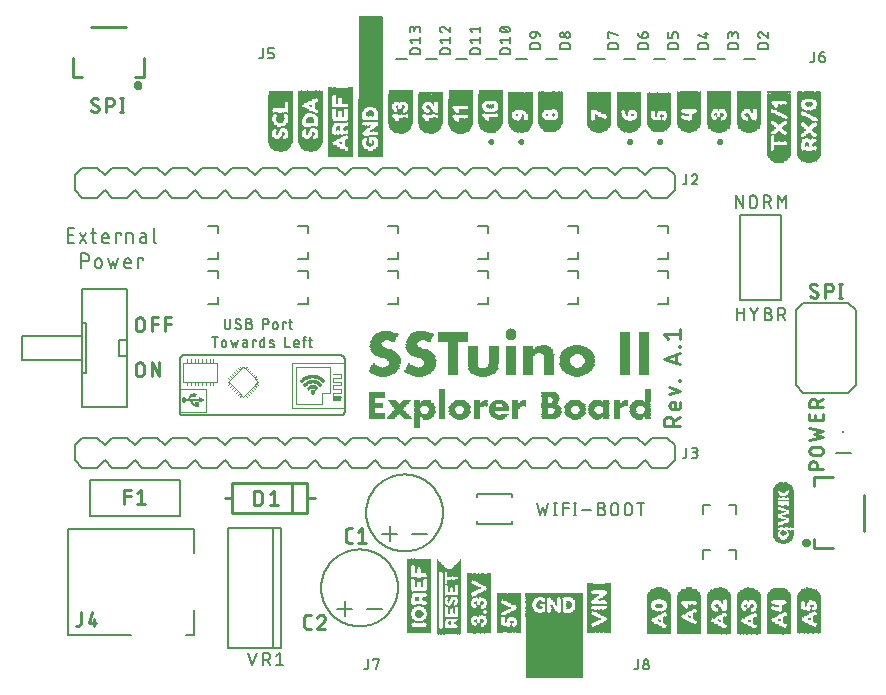
<source format=gto>
G04 EAGLE Gerber RS-274X export*
G75*
%MOMM*%
%FSLAX34Y34*%
%LPD*%
%INSilkscreen Top*%
%IPPOS*%
%AMOC8*
5,1,8,0,0,1.08239X$1,22.5*%
G01*
%ADD10C,0.152400*%
%ADD11C,0.228600*%
%ADD12C,0.203200*%
%ADD13C,0.279400*%
%ADD14C,0.101600*%
%ADD15C,0.254000*%
%ADD16C,0.400000*%
%ADD17R,0.200000X0.200000*%
%ADD18C,0.127000*%
%ADD19R,0.050000X6.350000*%
%ADD20R,0.050000X6.300000*%
%ADD21R,0.050000X6.250000*%
%ADD22R,0.050000X6.200000*%
%ADD23R,0.050000X0.550000*%
%ADD24R,0.050000X0.900000*%
%ADD25R,0.050000X0.500000*%
%ADD26R,0.050000X0.800000*%
%ADD27R,0.050000X0.750000*%
%ADD28R,0.050000X0.700000*%
%ADD29R,0.050000X0.650000*%
%ADD30R,0.050000X5.850000*%
%ADD31R,0.050000X5.800000*%
%ADD32R,0.050000X5.750000*%
%ADD33R,0.050000X2.750000*%
%ADD34R,0.050000X2.800000*%
%ADD35R,0.050000X0.300000*%
%ADD36R,0.050000X0.250000*%
%ADD37R,0.050000X0.050000*%
%ADD38R,0.050000X0.350000*%
%ADD39R,0.050000X0.200000*%
%ADD40R,0.050000X0.150000*%
%ADD41R,0.050000X0.100000*%
%ADD42R,0.050000X0.600000*%
%ADD43R,0.050000X1.050000*%
%ADD44R,0.060000X0.550000*%
%ADD45R,0.060000X0.300000*%
%ADD46R,0.060000X0.100000*%
%ADD47R,0.060000X0.350000*%
%ADD48R,0.060000X0.650000*%
%ADD49R,0.060000X0.600000*%
%ADD50R,0.050000X0.400000*%
%ADD51R,0.060000X0.200000*%
%ADD52R,0.060000X1.100000*%
%ADD53R,0.060000X1.000000*%
%ADD54R,0.060000X0.800000*%
%ADD55R,0.050000X0.850000*%
%ADD56R,0.050000X0.950000*%
%ADD57R,0.050000X0.450000*%
%ADD58R,0.050000X1.000000*%
%ADD59R,0.060000X0.250000*%
%ADD60R,0.060000X0.150000*%
%ADD61R,0.060000X0.450000*%
%ADD62R,0.060000X1.050000*%
%ADD63R,0.050000X1.100000*%
%ADD64R,0.050000X1.150000*%
%ADD65R,0.050000X1.250000*%
%ADD66R,0.050000X6.150000*%
%ADD67R,0.060000X6.200000*%
%ADD68R,0.040000X6.300000*%
%ADD69R,0.060000X0.500000*%
%ADD70R,0.060000X0.750000*%
%ADD71R,0.060000X1.250000*%
%ADD72R,0.060000X0.400000*%
%ADD73R,0.050000X1.300000*%
%ADD74R,0.060000X6.250000*%
%ADD75R,0.040000X6.250000*%
%ADD76R,0.050000X5.050000*%
%ADD77R,0.060000X0.950000*%
%ADD78R,0.060000X0.850000*%
%ADD79R,0.050000X1.200000*%
%ADD80R,0.060000X5.050000*%
%ADD81R,0.040000X5.050000*%
%ADD82R,0.050000X3.350000*%
%ADD83R,0.060000X3.350000*%
%ADD84R,0.040000X3.350000*%
%ADD85R,4.850000X0.050000*%
%ADD86R,1.000000X0.050000*%
%ADD87R,0.450000X0.050000*%
%ADD88R,0.700000X0.050000*%
%ADD89R,0.300000X0.050000*%
%ADD90R,1.100000X0.050000*%
%ADD91R,0.900000X0.050000*%
%ADD92R,0.500000X0.050000*%
%ADD93R,0.200000X0.050000*%
%ADD94R,0.950000X0.050000*%
%ADD95R,0.800000X0.050000*%
%ADD96R,0.150000X0.050000*%
%ADD97R,0.850000X0.050000*%
%ADD98R,0.750000X0.050000*%
%ADD99R,0.100000X0.050000*%
%ADD100R,0.400000X0.050000*%
%ADD101R,0.650000X0.050000*%
%ADD102R,0.350000X0.050000*%
%ADD103R,0.600000X0.050000*%
%ADD104R,0.250000X0.050000*%
%ADD105R,0.550000X0.050000*%
%ADD106R,0.550000X0.060000*%
%ADD107R,0.250000X0.060000*%
%ADD108R,0.100000X0.060000*%
%ADD109R,0.500000X0.060000*%
%ADD110R,0.600000X0.060000*%
%ADD111R,0.650000X0.060000*%
%ADD112R,0.300000X0.060000*%
%ADD113R,0.900000X0.060000*%
%ADD114R,0.200000X0.060000*%
%ADD115R,0.950000X0.060000*%
%ADD116R,4.850000X0.060000*%
%ADD117R,4.850000X0.040000*%
%ADD118R,0.050000X3.200000*%
%ADD119R,0.050000X3.450000*%
%ADD120R,0.050000X3.550000*%
%ADD121R,0.050000X3.600000*%
%ADD122R,0.050000X3.650000*%
%ADD123R,0.050000X3.700000*%
%ADD124R,0.060000X0.700000*%
%ADD125R,0.060000X3.550000*%
%ADD126R,0.050000X2.900000*%
%ADD127R,0.050000X3.050000*%
%ADD128R,0.050000X3.150000*%
%ADD129R,0.050000X3.250000*%
%ADD130R,0.050000X3.300000*%
%ADD131R,0.050000X3.400000*%
%ADD132R,0.060000X1.150000*%
%ADD133R,0.060000X3.250000*%
%ADD134R,0.040000X3.050000*%
%ADD135R,2.044684X0.446728*%
%ADD136R,0.060000X1.200000*%
%ADD137R,0.050000X1.350000*%
%ADD138R,0.050000X1.400000*%
%ADD139R,0.060000X0.900000*%
%ADD140R,0.050000X3.100000*%
%ADD141R,0.050000X3.500000*%
%ADD142R,0.050000X1.550000*%
%ADD143R,0.050000X1.600000*%
%ADD144R,0.050000X1.450000*%
%ADD145R,0.060000X3.450000*%
%ADD146R,0.040000X3.250000*%
%ADD147R,0.050000X4.850000*%
%ADD148R,0.060000X4.850000*%
%ADD149R,0.040000X4.850000*%
%ADD150R,0.050000X2.600000*%
%ADD151R,0.050000X2.850000*%
%ADD152R,0.050000X2.950000*%
%ADD153R,0.050000X3.000000*%
%ADD154R,0.060000X1.350000*%
%ADD155R,0.060000X1.300000*%
%ADD156R,0.060000X2.950000*%
%ADD157R,0.040000X2.750000*%
%ADD158R,2.050972X0.381000*%
%ADD159R,2.041044X0.276025*%
%ADD160R,0.098222X0.343012*%
%ADD161R,0.050000X2.200000*%
%ADD162R,0.050000X2.350000*%
%ADD163R,0.050000X2.450000*%
%ADD164R,0.050000X2.550000*%
%ADD165R,0.050000X2.650000*%
%ADD166R,0.050000X2.700000*%
%ADD167R,0.060000X2.550000*%
%ADD168R,0.040000X2.350000*%
%ADD169R,2.051206X1.024225*%
%ADD170R,2.044681X0.406775*%
%ADD171R,0.050000X1.750000*%
%ADD172R,0.050000X1.700000*%
%ADD173R,0.050000X1.500000*%
%ADD174R,0.060000X1.500000*%
%ADD175R,0.060000X1.600000*%
%ADD176R,0.050000X1.650000*%
%ADD177R,0.050000X1.800000*%
%ADD178R,0.060000X1.900000*%
%ADD179R,0.050000X2.050000*%
%ADD180R,0.060000X3.050000*%
%ADD181R,0.040000X2.850000*%
%ADD182R,0.060000X1.550000*%
%ADD183R,0.060000X1.700000*%
%ADD184R,0.060000X1.750000*%
%ADD185R,0.050000X1.850000*%
%ADD186R,0.060000X1.850000*%
%ADD187R,0.050000X1.900000*%
%ADD188R,0.050000X1.950000*%
%ADD189R,0.050000X2.000000*%
%ADD190R,0.060000X1.650000*%
%ADD191R,0.060000X1.450000*%
%ADD192R,0.060000X3.150000*%
%ADD193R,0.040000X2.950000*%
%ADD194R,0.060000X1.400000*%
%ADD195R,0.060000X5.850000*%
%ADD196R,0.040000X5.850000*%
%ADD197R,0.050000X4.400000*%
%ADD198R,0.050000X4.550000*%
%ADD199R,0.050000X4.650000*%
%ADD200R,0.050000X4.750000*%
%ADD201R,0.050000X4.800000*%
%ADD202R,0.050000X4.900000*%
%ADD203R,0.060000X4.750000*%
%ADD204R,0.040000X4.550000*%
%ADD205R,0.050000X4.100000*%
%ADD206R,0.050000X4.250000*%
%ADD207R,0.050000X4.350000*%
%ADD208R,0.050000X4.450000*%
%ADD209R,0.050000X4.500000*%
%ADD210R,0.050000X4.600000*%
%ADD211R,0.060000X0.050000*%
%ADD212R,0.060000X4.450000*%
%ADD213R,0.040000X4.250000*%
%ADD214R,2.048106X0.619706*%
%ADD215R,0.050000X4.150000*%
%ADD216R,0.060000X4.150000*%
%ADD217R,0.040000X4.150000*%
%ADD218R,0.060000X0.060000*%
%ADD219R,0.430000X0.070000*%
%ADD220R,0.680000X0.060000*%
%ADD221R,0.740000X0.060000*%
%ADD222R,0.810000X0.060000*%
%ADD223R,0.800000X0.060000*%
%ADD224R,1.230000X0.060000*%
%ADD225R,1.300000X0.060000*%
%ADD226R,2.530000X0.060000*%
%ADD227R,0.930000X0.060000*%
%ADD228R,0.920000X0.060000*%
%ADD229R,1.610000X0.060000*%
%ADD230R,1.600000X0.060000*%
%ADD231R,1.850000X0.070000*%
%ADD232R,2.530000X0.070000*%
%ADD233R,0.930000X0.070000*%
%ADD234R,0.920000X0.070000*%
%ADD235R,1.980000X0.060000*%
%ADD236R,1.970000X0.060000*%
%ADD237R,2.040000X0.060000*%
%ADD238R,2.030000X0.060000*%
%ADD239R,2.100000X0.070000*%
%ADD240R,0.800000X0.070000*%
%ADD241R,2.100000X0.060000*%
%ADD242R,0.430000X0.060000*%
%ADD243R,1.240000X0.060000*%
%ADD244R,0.560000X0.060000*%
%ADD245R,1.110000X0.060000*%
%ADD246R,0.370000X0.060000*%
%ADD247R,1.040000X0.060000*%
%ADD248R,0.310000X0.060000*%
%ADD249R,0.990000X0.070000*%
%ADD250R,0.190000X0.070000*%
%ADD251R,0.980000X0.070000*%
%ADD252R,0.180000X0.070000*%
%ADD253R,0.990000X0.060000*%
%ADD254R,0.980000X0.060000*%
%ADD255R,1.050000X0.060000*%
%ADD256R,1.110000X0.070000*%
%ADD257R,1.050000X0.070000*%
%ADD258R,0.860000X0.070000*%
%ADD259R,0.870000X0.070000*%
%ADD260R,1.180000X0.070000*%
%ADD261R,1.180000X0.060000*%
%ADD262R,0.860000X0.060000*%
%ADD263R,0.870000X0.060000*%
%ADD264R,1.120000X0.060000*%
%ADD265R,1.480000X0.060000*%
%ADD266R,1.720000X0.060000*%
%ADD267R,1.360000X0.060000*%
%ADD268R,1.350000X0.060000*%
%ADD269R,1.860000X0.060000*%
%ADD270R,1.790000X0.060000*%
%ADD271R,2.220000X0.060000*%
%ADD272R,1.910000X0.070000*%
%ADD273R,2.340000X0.070000*%
%ADD274R,2.590000X0.060000*%
%ADD275R,2.460000X0.060000*%
%ADD276R,2.660000X0.060000*%
%ADD277R,2.090000X0.060000*%
%ADD278R,1.170000X0.060000*%
%ADD279R,2.720000X0.060000*%
%ADD280R,2.040000X0.070000*%
%ADD281R,1.170000X0.070000*%
%ADD282R,1.920000X0.060000*%
%ADD283R,1.910000X0.060000*%
%ADD284R,1.420000X0.060000*%
%ADD285R,1.290000X0.070000*%
%ADD286R,1.230000X0.070000*%
%ADD287R,0.120000X0.060000*%
%ADD288R,0.490000X0.060000*%
%ADD289R,0.610000X0.060000*%
%ADD290R,1.300000X0.070000*%
%ADD291R,2.410000X0.060000*%
%ADD292R,2.400000X0.060000*%
%ADD293R,2.470000X0.060000*%
%ADD294R,2.350000X0.060000*%
%ADD295R,2.340000X0.060000*%
%ADD296R,2.400000X0.070000*%
%ADD297R,2.410000X0.070000*%
%ADD298R,2.280000X0.070000*%
%ADD299R,2.220000X0.070000*%
%ADD300R,2.160000X0.060000*%
%ADD301R,1.540000X0.060000*%
%ADD302R,1.490000X0.060000*%
%ADD303R,1.290000X0.060000*%
%ADD304R,0.500000X0.070000*%
%ADD305R,0.490000X0.070000*%
%ADD306R,1.410000X0.060000*%
%ADD307R,1.480000X0.070000*%
%ADD308R,0.620000X0.060000*%
%ADD309R,0.550000X0.070000*%
%ADD310R,0.680000X0.070000*%
%ADD311R,0.610000X0.070000*%
%ADD312R,0.310000X0.070000*%
%ADD313R,0.750000X0.070000*%
%ADD314R,0.810000X0.070000*%
%ADD315R,0.620000X0.070000*%
%ADD316R,0.370000X0.070000*%
%ADD317R,0.670000X0.060000*%
%ADD318R,1.550000X0.060000*%
%ADD319R,1.670000X0.060000*%
%ADD320R,1.660000X0.060000*%
%ADD321R,1.670000X0.070000*%
%ADD322R,0.440000X0.070000*%
%ADD323R,1.720000X0.070000*%
%ADD324R,1.730000X0.060000*%
%ADD325R,0.740000X0.070000*%
%ADD326R,0.560000X0.070000*%
%ADD327R,1.730000X0.070000*%
%ADD328R,1.360000X0.070000*%
%ADD329R,0.750000X0.060000*%
%ADD330R,1.410000X0.070000*%
%ADD331R,0.080000X0.010000*%
%ADD332R,0.100000X0.000000*%
%ADD333R,0.130000X0.000000*%
%ADD334R,0.140000X0.010000*%
%ADD335R,0.160000X0.000000*%
%ADD336R,0.170000X0.010000*%
%ADD337R,0.180000X0.000000*%
%ADD338R,0.190000X0.010000*%
%ADD339R,0.210000X0.000000*%
%ADD340R,0.210000X0.010000*%
%ADD341R,0.220000X0.000000*%
%ADD342R,0.230000X0.000000*%
%ADD343R,0.240000X0.010000*%
%ADD344R,0.240000X0.000000*%
%ADD345R,0.250000X0.010000*%
%ADD346R,0.260000X0.000000*%
%ADD347R,0.260000X0.010000*%
%ADD348R,0.270000X0.000000*%
%ADD349R,0.270000X0.010000*%
%ADD350R,0.280000X0.010000*%
%ADD351R,0.390000X0.000000*%
%ADD352R,0.410000X0.010000*%
%ADD353R,0.430000X0.000000*%
%ADD354R,0.440000X0.010000*%
%ADD355R,0.450000X0.000000*%
%ADD356R,0.460000X0.010000*%
%ADD357R,0.460000X0.000000*%
%ADD358R,0.470000X0.000000*%
%ADD359R,0.480000X0.010000*%
%ADD360R,0.480000X0.000000*%
%ADD361R,0.490000X0.000000*%
%ADD362R,0.490000X0.010000*%
%ADD363R,0.500000X0.000000*%
%ADD364R,0.500000X0.010000*%
%ADD365R,0.510000X0.000000*%
%ADD366R,0.510000X0.010000*%
%ADD367R,0.520000X0.000000*%
%ADD368R,0.520000X0.010000*%
%ADD369R,0.130000X0.010000*%
%ADD370R,0.120000X0.000000*%
%ADD371R,0.120000X0.010000*%
%ADD372R,0.250000X0.000000*%
%ADD373R,0.110000X0.000000*%
%ADD374R,0.110000X0.010000*%
%ADD375R,0.230000X0.010000*%
%ADD376R,0.200000X0.000000*%
%ADD377R,0.160000X0.010000*%
%ADD378R,0.150000X0.000000*%
%ADD379R,0.080000X0.000000*%
%ADD380R,0.060000X0.010000*%
%ADD381R,0.150000X0.010000*%
%ADD382R,0.200000X0.010000*%
%ADD383R,0.030000X0.000000*%
%ADD384R,0.040000X0.010000*%
%ADD385R,0.050000X0.000000*%
%ADD386R,0.070000X0.000000*%
%ADD387R,0.280000X0.000000*%
%ADD388R,0.090000X0.000000*%
%ADD389R,0.290000X0.000000*%
%ADD390R,0.300000X0.010000*%
%ADD391R,0.100000X0.010000*%
%ADD392R,0.300000X0.000000*%
%ADD393R,0.320000X0.010000*%
%ADD394R,0.320000X0.000000*%
%ADD395R,0.330000X0.000000*%
%ADD396R,0.140000X0.000000*%
%ADD397R,0.340000X0.010000*%
%ADD398R,0.340000X0.000000*%
%ADD399R,0.360000X0.010000*%
%ADD400R,0.360000X0.000000*%
%ADD401R,0.180000X0.010000*%
%ADD402R,0.190000X0.000000*%
%ADD403R,0.370000X0.010000*%
%ADD404R,0.380000X0.000000*%
%ADD405R,0.380000X0.010000*%
%ADD406R,0.220000X0.010000*%
%ADD407R,0.390000X0.010000*%
%ADD408R,0.410000X0.000000*%
%ADD409R,0.170000X0.000000*%
%ADD410R,1.740000X0.010000*%
%ADD411R,1.760000X0.000000*%
%ADD412R,1.760000X0.010000*%
%ADD413R,1.770000X0.000000*%
%ADD414R,1.780000X0.010000*%
%ADD415R,1.790000X0.000000*%
%ADD416R,1.800000X0.000000*%
%ADD417R,1.800000X0.010000*%
%ADD418R,1.770000X0.010000*%
%ADD419R,1.740000X0.000000*%
%ADD420R,0.070000X0.010000*%
%ADD421R,0.040000X0.000000*%
%ADD422R,0.010000X0.010000*%
%ADD423R,0.470000X0.010000*%
%ADD424R,0.400000X0.000000*%
%ADD425R,0.310000X0.010000*%
%ADD426R,0.580000X0.010000*%
%ADD427R,0.620000X0.000000*%
%ADD428R,0.660000X0.010000*%
%ADD429R,0.710000X0.000000*%
%ADD430R,0.740000X0.010000*%
%ADD431R,0.780000X0.000000*%
%ADD432R,0.810000X0.010000*%
%ADD433R,0.850000X0.000000*%
%ADD434R,0.880000X0.010000*%
%ADD435R,0.910000X0.010000*%
%ADD436R,0.940000X0.000000*%
%ADD437R,0.970000X0.010000*%
%ADD438R,1.000000X0.000000*%
%ADD439R,1.020000X0.010000*%
%ADD440R,1.040000X0.000000*%
%ADD441R,1.080000X0.010000*%
%ADD442R,1.100000X0.000000*%
%ADD443R,1.120000X0.010000*%
%ADD444R,1.140000X0.000000*%
%ADD445R,1.160000X0.010000*%
%ADD446R,1.180000X0.010000*%
%ADD447R,1.210000X0.000000*%
%ADD448R,1.230000X0.010000*%
%ADD449R,1.250000X0.000000*%
%ADD450R,1.270000X0.010000*%
%ADD451R,1.280000X0.000000*%
%ADD452R,1.300000X0.010000*%
%ADD453R,1.330000X0.000000*%
%ADD454R,1.350000X0.010000*%
%ADD455R,1.360000X0.000000*%
%ADD456R,1.380000X0.010000*%
%ADD457R,1.400000X0.010000*%
%ADD458R,1.420000X0.000000*%
%ADD459R,1.430000X0.010000*%
%ADD460R,1.460000X0.000000*%
%ADD461R,1.470000X0.010000*%
%ADD462R,1.480000X0.000000*%
%ADD463R,1.500000X0.010000*%
%ADD464R,1.510000X0.000000*%
%ADD465R,0.630000X0.000000*%
%ADD466R,0.600000X0.010000*%
%ADD467R,0.570000X0.010000*%
%ADD468R,0.560000X0.000000*%
%ADD469R,0.550000X0.000000*%
%ADD470R,0.540000X0.010000*%
%ADD471R,0.530000X0.000000*%
%ADD472R,0.450000X0.010000*%
%ADD473R,0.430000X0.010000*%
%ADD474R,0.420000X0.010000*%
%ADD475R,0.420000X0.000000*%
%ADD476R,0.400000X0.010000*%
%ADD477R,0.370000X0.000000*%
%ADD478R,0.050000X0.010000*%
%ADD479R,0.350000X0.000000*%
%ADD480R,0.350000X0.010000*%
%ADD481R,0.290000X0.010000*%
%ADD482R,0.530000X0.010000*%
%ADD483R,0.570000X0.000000*%
%ADD484R,0.330000X0.010000*%
%ADD485R,0.610000X0.010000*%
%ADD486R,0.690000X0.000000*%
%ADD487R,0.720000X0.010000*%
%ADD488R,0.750000X0.000000*%
%ADD489R,0.770000X0.010000*%
%ADD490R,0.790000X0.010000*%
%ADD491R,0.810000X0.000000*%
%ADD492R,0.840000X0.010000*%
%ADD493R,0.860000X0.000000*%
%ADD494R,0.900000X0.000000*%
%ADD495R,0.920000X0.010000*%
%ADD496R,0.950000X0.000000*%
%ADD497R,0.980000X0.000000*%
%ADD498R,1.000000X0.010000*%
%ADD499R,1.010000X0.010000*%
%ADD500R,1.030000X0.000000*%
%ADD501R,1.050000X0.010000*%
%ADD502R,1.070000X0.000000*%
%ADD503R,1.090000X0.010000*%
%ADD504R,1.110000X0.010000*%
%ADD505R,1.130000X0.000000*%
%ADD506R,1.140000X0.010000*%
%ADD507R,1.160000X0.000000*%
%ADD508R,1.170000X0.010000*%
%ADD509R,1.200000X0.000000*%
%ADD510R,1.220000X0.010000*%
%ADD511R,1.230000X0.000000*%
%ADD512R,1.240000X0.010000*%
%ADD513R,0.590000X0.010000*%
%ADD514R,0.540000X0.000000*%
%ADD515R,0.440000X0.000000*%
%ADD516R,0.310000X0.000000*%
%ADD517R,0.090000X0.010000*%
%ADD518R,0.060000X0.000000*%
%ADD519R,0.610000X0.000000*%
%ADD520R,0.630000X0.010000*%
%ADD521R,0.650000X0.000000*%
%ADD522R,0.650000X0.010000*%
%ADD523R,0.670000X0.000000*%
%ADD524R,0.690000X0.010000*%
%ADD525R,0.700000X0.000000*%
%ADD526R,0.730000X0.000000*%
%ADD527R,0.750000X0.010000*%
%ADD528R,0.770000X0.000000*%
%ADD529R,0.790000X0.000000*%
%ADD530R,0.820000X0.010000*%
%ADD531R,0.830000X0.000000*%
%ADD532R,0.850000X0.010000*%
%ADD533R,0.870000X0.010000*%
%ADD534R,0.890000X0.000000*%
%ADD535R,0.890000X0.010000*%
%ADD536R,0.910000X0.000000*%
%ADD537R,0.930000X0.000000*%
%ADD538R,0.030000X0.010000*%
%ADD539R,0.050000X5.100000*%
%ADD540R,0.050000X5.250000*%
%ADD541R,0.050000X5.350000*%
%ADD542R,0.050000X5.450000*%
%ADD543R,0.050000X5.500000*%
%ADD544R,0.050000X5.550000*%
%ADD545R,0.050000X4.050000*%
%ADD546R,0.060000X5.450000*%
%ADD547R,0.040000X5.250000*%
%ADD548R,2.044938X0.284625*%
%ADD549R,0.050000X5.300000*%
%ADD550R,0.050000X5.650000*%
%ADD551R,0.050000X5.700000*%
%ADD552R,0.050000X3.850000*%
%ADD553R,0.050000X2.300000*%
%ADD554R,0.060000X5.650000*%
%ADD555R,0.040000X5.450000*%
%ADD556R,0.020000X3.670000*%
%ADD557R,0.020000X3.920000*%
%ADD558R,0.010000X4.010000*%
%ADD559R,0.020000X4.130000*%
%ADD560R,0.010000X4.200000*%
%ADD561R,0.020000X4.280000*%
%ADD562R,0.010000X4.330000*%
%ADD563R,0.020000X4.370000*%
%ADD564R,0.020000X4.430000*%
%ADD565R,0.010000X4.470000*%
%ADD566R,0.020000X4.530000*%
%ADD567R,0.010000X4.570000*%
%ADD568R,0.020000X4.610000*%
%ADD569R,0.010000X4.640000*%
%ADD570R,0.020000X4.690000*%
%ADD571R,0.020000X4.720000*%
%ADD572R,0.010000X4.750000*%
%ADD573R,0.020000X4.790000*%
%ADD574R,0.010000X4.810000*%
%ADD575R,0.020000X4.830000*%
%ADD576R,0.010000X4.860000*%
%ADD577R,0.020000X4.870000*%
%ADD578R,0.020000X4.910000*%
%ADD579R,0.010000X4.940000*%
%ADD580R,0.020000X0.580000*%
%ADD581R,0.020000X0.210000*%
%ADD582R,0.020000X0.080000*%
%ADD583R,0.020000X0.390000*%
%ADD584R,0.020000X0.060000*%
%ADD585R,0.020000X0.440000*%
%ADD586R,0.020000X0.530000*%
%ADD587R,0.010000X0.530000*%
%ADD588R,0.010000X0.180000*%
%ADD589R,0.010000X0.080000*%
%ADD590R,0.010000X0.390000*%
%ADD591R,0.010000X0.060000*%
%ADD592R,0.010000X0.550000*%
%ADD593R,0.020000X0.510000*%
%ADD594R,0.020000X0.140000*%
%ADD595R,0.020000X0.100000*%
%ADD596R,0.020000X0.370000*%
%ADD597R,0.020000X0.340000*%
%ADD598R,0.020000X0.550000*%
%ADD599R,0.010000X0.470000*%
%ADD600R,0.010000X0.110000*%
%ADD601R,0.010000X0.100000*%
%ADD602R,0.010000X0.370000*%
%ADD603R,0.010000X0.360000*%
%ADD604R,0.010000X0.310000*%
%ADD605R,0.010000X0.570000*%
%ADD606R,0.020000X0.470000*%
%ADD607R,0.020000X0.360000*%
%ADD608R,0.020000X0.280000*%
%ADD609R,0.020000X0.570000*%
%ADD610R,0.020000X0.460000*%
%ADD611R,0.020000X0.070000*%
%ADD612R,0.020000X0.090000*%
%ADD613R,0.020000X0.270000*%
%ADD614R,0.010000X0.440000*%
%ADD615R,0.010000X0.050000*%
%ADD616R,0.010000X0.350000*%
%ADD617R,0.010000X0.090000*%
%ADD618R,0.010000X0.250000*%
%ADD619R,0.010000X0.600000*%
%ADD620R,0.020000X0.030000*%
%ADD621R,0.020000X0.110000*%
%ADD622R,0.020000X0.330000*%
%ADD623R,0.020000X0.220000*%
%ADD624R,0.020000X0.600000*%
%ADD625R,0.010000X0.420000*%
%ADD626R,0.010000X0.020000*%
%ADD627R,0.010000X0.130000*%
%ADD628R,0.010000X0.330000*%
%ADD629R,0.010000X0.200000*%
%ADD630R,0.020000X0.420000*%
%ADD631R,0.020000X0.130000*%
%ADD632R,0.020000X0.310000*%
%ADD633R,0.020000X0.190000*%
%ADD634R,0.020000X0.610000*%
%ADD635R,0.010000X0.300000*%
%ADD636R,0.010000X0.170000*%
%ADD637R,0.010000X0.610000*%
%ADD638R,0.020000X0.150000*%
%ADD639R,0.020000X0.300000*%
%ADD640R,0.020000X0.160000*%
%ADD641R,0.020000X0.630000*%
%ADD642R,0.010000X0.400000*%
%ADD643R,0.010000X0.150000*%
%ADD644R,0.010000X0.160000*%
%ADD645R,0.010000X0.630000*%
%ADD646R,0.020000X0.400000*%
%ADD647R,0.020000X0.290000*%
%ADD648R,0.020000X0.640000*%
%ADD649R,0.010000X0.270000*%
%ADD650R,0.010000X0.140000*%
%ADD651R,0.010000X0.120000*%
%ADD652R,0.010000X0.640000*%
%ADD653R,0.020000X0.250000*%
%ADD654R,0.020000X0.730000*%
%ADD655R,0.010000X0.220000*%
%ADD656R,0.010000X0.230000*%
%ADD657R,0.010000X0.800000*%
%ADD658R,0.020000X0.180000*%
%ADD659R,0.020000X0.230000*%
%ADD660R,0.020000X0.170000*%
%ADD661R,0.020000X0.820000*%
%ADD662R,0.010000X0.190000*%
%ADD663R,0.010000X0.210000*%
%ADD664R,0.010000X0.830000*%
%ADD665R,0.020000X0.860000*%
%ADD666R,0.020000X0.380000*%
%ADD667R,0.020000X0.200000*%
%ADD668R,0.020000X0.870000*%
%ADD669R,0.010000X0.380000*%
%ADD670R,0.010000X0.870000*%
%ADD671R,0.020000X0.890000*%
%ADD672R,0.010000X0.410000*%
%ADD673R,0.010000X0.040000*%
%ADD674R,0.010000X0.890000*%
%ADD675R,0.020000X0.410000*%
%ADD676R,0.020000X0.040000*%
%ADD677R,0.010000X0.900000*%
%ADD678R,0.020000X0.240000*%
%ADD679R,0.020000X0.900000*%
%ADD680R,0.010000X0.240000*%
%ADD681R,0.020000X0.260000*%
%ADD682R,0.010000X0.260000*%
%ADD683R,0.020000X0.120000*%
%ADD684R,0.010000X0.290000*%
%ADD685R,0.020000X0.050000*%
%ADD686R,0.010000X0.280000*%
%ADD687R,0.010000X0.030000*%
%ADD688R,0.020000X0.320000*%
%ADD689R,0.020000X0.020000*%
%ADD690R,0.020000X0.010000*%
%ADD691R,0.020000X0.850000*%
%ADD692R,0.010000X0.760000*%
%ADD693R,0.020000X0.350000*%
%ADD694R,0.010000X0.320000*%
%ADD695R,0.020000X0.430000*%
%ADD696R,0.010000X0.340000*%
%ADD697R,0.010000X0.580000*%
%ADD698R,0.020000X0.450000*%
%ADD699R,0.010000X0.490000*%
%ADD700R,0.020000X0.520000*%
%ADD701R,0.010000X0.540000*%
%ADD702R,0.010000X0.430000*%
%ADD703R,0.020000X0.650000*%
%ADD704R,0.020000X3.660000*%
%ADD705R,0.010000X0.960000*%
%ADD706R,0.010000X3.640000*%
%ADD707R,0.020000X0.940000*%
%ADD708R,0.020000X3.640000*%
%ADD709R,0.020000X0.930000*%
%ADD710R,0.020000X3.630000*%
%ADD711R,0.010000X0.910000*%
%ADD712R,0.010000X3.610000*%
%ADD713R,0.020000X0.910000*%
%ADD714R,0.020000X3.600000*%
%ADD715R,0.010000X0.880000*%
%ADD716R,0.010000X3.580000*%
%ADD717R,0.020000X0.880000*%
%ADD718R,0.020000X3.560000*%
%ADD719R,0.010000X0.850000*%
%ADD720R,0.010000X3.550000*%
%ADD721R,0.020000X3.530000*%
%ADD722R,0.020000X3.520000*%
%ADD723R,0.010000X3.500000*%
%ADD724R,0.020000X0.790000*%
%ADD725R,0.020000X3.470000*%
%ADD726R,0.010000X3.450000*%
%ADD727R,0.020000X0.740000*%
%ADD728R,0.020000X3.440000*%
%ADD729R,0.010000X0.710000*%
%ADD730R,0.010000X3.410000*%
%ADD731R,0.020000X0.690000*%
%ADD732R,0.020000X3.380000*%
%ADD733R,0.020000X3.340000*%
%ADD734R,0.010000X3.310000*%
%ADD735R,0.020000X3.270000*%
%ADD736R,0.010000X3.230000*%
%ADD737R,0.020000X3.170000*%
%ADD738R,0.010000X3.110000*%

G36*
X442681Y-506D02*
X442681Y-506D01*
X442686Y-507D01*
X442780Y-486D01*
X442873Y-468D01*
X442877Y-465D01*
X442882Y-464D01*
X442960Y-408D01*
X443038Y-355D01*
X443041Y-351D01*
X443046Y-348D01*
X443096Y-266D01*
X443148Y-187D01*
X443149Y-182D01*
X443151Y-177D01*
X443183Y0D01*
X443183Y50853D01*
X443182Y50858D01*
X443183Y50863D01*
X443163Y50956D01*
X443144Y51050D01*
X443141Y51054D01*
X443140Y51059D01*
X443084Y51137D01*
X443031Y51215D01*
X443027Y51218D01*
X443024Y51223D01*
X442942Y51273D01*
X442863Y51325D01*
X442858Y51326D01*
X442853Y51328D01*
X442676Y51360D01*
X395197Y51360D01*
X395192Y51359D01*
X395187Y51360D01*
X395094Y51339D01*
X395001Y51321D01*
X394997Y51318D01*
X394991Y51317D01*
X394914Y51261D01*
X394835Y51208D01*
X394832Y51204D01*
X394828Y51201D01*
X394777Y51119D01*
X394726Y51040D01*
X394725Y51035D01*
X394722Y51030D01*
X394690Y50853D01*
X394690Y0D01*
X394691Y-5D01*
X394690Y-10D01*
X394711Y-103D01*
X394730Y-197D01*
X394733Y-201D01*
X394734Y-206D01*
X394789Y-284D01*
X394842Y-362D01*
X394847Y-365D01*
X394850Y-369D01*
X394931Y-420D01*
X395010Y-472D01*
X395016Y-472D01*
X395020Y-475D01*
X395197Y-507D01*
X442676Y-507D01*
X442681Y-506D01*
G37*
G36*
X272317Y487430D02*
X272317Y487430D01*
X272343Y487428D01*
X272490Y487450D01*
X272637Y487467D01*
X272662Y487475D01*
X272688Y487479D01*
X272825Y487534D01*
X272965Y487584D01*
X272987Y487598D01*
X273011Y487608D01*
X273133Y487693D01*
X273258Y487773D01*
X273276Y487792D01*
X273298Y487807D01*
X273397Y487917D01*
X273500Y488024D01*
X273513Y488046D01*
X273531Y488066D01*
X273603Y488196D01*
X273679Y488323D01*
X273687Y488348D01*
X273700Y488371D01*
X273740Y488514D01*
X273785Y488655D01*
X273787Y488681D01*
X273794Y488706D01*
X273814Y488950D01*
X273814Y558800D01*
X273811Y558826D01*
X273813Y558852D01*
X273791Y558999D01*
X273774Y559146D01*
X273765Y559171D01*
X273761Y559197D01*
X273707Y559335D01*
X273657Y559474D01*
X273642Y559496D01*
X273633Y559521D01*
X273548Y559642D01*
X273468Y559767D01*
X273449Y559785D01*
X273434Y559807D01*
X273324Y559906D01*
X273217Y560009D01*
X273194Y560023D01*
X273175Y560040D01*
X273045Y560112D01*
X272918Y560188D01*
X272893Y560196D01*
X272870Y560209D01*
X272727Y560249D01*
X272586Y560294D01*
X272560Y560296D01*
X272534Y560304D01*
X272291Y560323D01*
X254759Y560323D01*
X254733Y560320D01*
X254707Y560322D01*
X254560Y560300D01*
X254413Y560283D01*
X254389Y560275D01*
X254363Y560271D01*
X254225Y560216D01*
X254085Y560166D01*
X254063Y560152D01*
X254039Y560142D01*
X253917Y560057D01*
X253792Y559977D01*
X253774Y559958D01*
X253752Y559943D01*
X253653Y559833D01*
X253550Y559726D01*
X253537Y559704D01*
X253519Y559684D01*
X253447Y559554D01*
X253371Y559427D01*
X253363Y559402D01*
X253351Y559379D01*
X253310Y559236D01*
X253265Y559095D01*
X253263Y559069D01*
X253256Y559044D01*
X253236Y558800D01*
X253236Y488950D01*
X253239Y488924D01*
X253237Y488898D01*
X253259Y488751D01*
X253276Y488604D01*
X253285Y488579D01*
X253289Y488553D01*
X253343Y488415D01*
X253393Y488276D01*
X253408Y488254D01*
X253417Y488229D01*
X253502Y488108D01*
X253583Y487983D01*
X253601Y487965D01*
X253616Y487943D01*
X253726Y487844D01*
X253833Y487741D01*
X253856Y487727D01*
X253875Y487710D01*
X254005Y487638D01*
X254132Y487562D01*
X254157Y487554D01*
X254180Y487541D01*
X254323Y487501D01*
X254464Y487456D01*
X254490Y487454D01*
X254516Y487446D01*
X254759Y487427D01*
X272291Y487427D01*
X272317Y487430D01*
G37*
G36*
X238130Y234444D02*
X238130Y234444D01*
X238135Y234443D01*
X238228Y234464D01*
X238322Y234482D01*
X238326Y234485D01*
X238331Y234486D01*
X238409Y234542D01*
X238487Y234595D01*
X238490Y234599D01*
X238494Y234602D01*
X238545Y234684D01*
X238597Y234763D01*
X238597Y234768D01*
X238600Y234773D01*
X238632Y234950D01*
X238632Y238125D01*
X238631Y238130D01*
X238632Y238135D01*
X238611Y238228D01*
X238593Y238322D01*
X238590Y238326D01*
X238589Y238331D01*
X238533Y238409D01*
X238480Y238487D01*
X238476Y238490D01*
X238473Y238494D01*
X238391Y238545D01*
X238312Y238597D01*
X238307Y238597D01*
X238302Y238600D01*
X238125Y238632D01*
X231775Y238632D01*
X231770Y238631D01*
X231765Y238632D01*
X231672Y238611D01*
X231579Y238593D01*
X231574Y238590D01*
X231569Y238589D01*
X231491Y238533D01*
X231413Y238480D01*
X231410Y238476D01*
X231406Y238473D01*
X231355Y238391D01*
X231303Y238312D01*
X231303Y238307D01*
X231300Y238302D01*
X231268Y238125D01*
X231268Y234950D01*
X231269Y234945D01*
X231268Y234940D01*
X231289Y234847D01*
X231307Y234754D01*
X231310Y234749D01*
X231311Y234744D01*
X231367Y234666D01*
X231420Y234588D01*
X231424Y234585D01*
X231427Y234581D01*
X231509Y234530D01*
X231588Y234478D01*
X231593Y234478D01*
X231598Y234475D01*
X231775Y234443D01*
X238125Y234443D01*
X238130Y234444D01*
G37*
D10*
X171916Y533273D02*
X171916Y526556D01*
X171914Y526470D01*
X171908Y526384D01*
X171899Y526298D01*
X171885Y526213D01*
X171868Y526129D01*
X171847Y526045D01*
X171822Y525963D01*
X171794Y525882D01*
X171762Y525802D01*
X171726Y525723D01*
X171687Y525647D01*
X171644Y525572D01*
X171599Y525499D01*
X171549Y525428D01*
X171497Y525360D01*
X171442Y525293D01*
X171384Y525230D01*
X171323Y525169D01*
X171260Y525111D01*
X171193Y525056D01*
X171125Y525003D01*
X171054Y524954D01*
X170981Y524909D01*
X170906Y524866D01*
X170830Y524827D01*
X170751Y524791D01*
X170671Y524759D01*
X170590Y524731D01*
X170507Y524706D01*
X170424Y524685D01*
X170340Y524668D01*
X170255Y524654D01*
X170169Y524645D01*
X170083Y524639D01*
X169997Y524637D01*
X169037Y524637D01*
X176513Y524637D02*
X179392Y524637D01*
X179478Y524639D01*
X179564Y524645D01*
X179650Y524654D01*
X179735Y524668D01*
X179819Y524685D01*
X179903Y524706D01*
X179985Y524731D01*
X180066Y524759D01*
X180146Y524791D01*
X180225Y524827D01*
X180301Y524866D01*
X180376Y524909D01*
X180449Y524954D01*
X180520Y525004D01*
X180588Y525056D01*
X180655Y525111D01*
X180718Y525169D01*
X180779Y525230D01*
X180837Y525293D01*
X180892Y525360D01*
X180945Y525428D01*
X180994Y525499D01*
X181039Y525572D01*
X181082Y525647D01*
X181121Y525723D01*
X181157Y525802D01*
X181189Y525882D01*
X181217Y525963D01*
X181242Y526046D01*
X181263Y526129D01*
X181280Y526213D01*
X181294Y526298D01*
X181303Y526384D01*
X181309Y526470D01*
X181311Y526556D01*
X181311Y527516D01*
X181309Y527602D01*
X181303Y527688D01*
X181294Y527774D01*
X181280Y527859D01*
X181263Y527943D01*
X181242Y528027D01*
X181217Y528109D01*
X181189Y528190D01*
X181157Y528270D01*
X181121Y528349D01*
X181082Y528425D01*
X181039Y528500D01*
X180994Y528573D01*
X180945Y528644D01*
X180892Y528712D01*
X180837Y528779D01*
X180779Y528842D01*
X180718Y528903D01*
X180655Y528961D01*
X180588Y529016D01*
X180520Y529069D01*
X180449Y529118D01*
X180376Y529163D01*
X180301Y529206D01*
X180225Y529245D01*
X180146Y529281D01*
X180066Y529313D01*
X179985Y529341D01*
X179903Y529366D01*
X179819Y529387D01*
X179735Y529404D01*
X179650Y529418D01*
X179564Y529427D01*
X179478Y529433D01*
X179392Y529435D01*
X176513Y529435D01*
X176513Y533273D01*
X181311Y533273D01*
X638641Y530098D02*
X638641Y523381D01*
X638639Y523295D01*
X638633Y523209D01*
X638624Y523123D01*
X638610Y523038D01*
X638593Y522954D01*
X638572Y522870D01*
X638547Y522788D01*
X638519Y522707D01*
X638487Y522627D01*
X638451Y522548D01*
X638412Y522472D01*
X638369Y522397D01*
X638324Y522324D01*
X638274Y522253D01*
X638222Y522185D01*
X638167Y522118D01*
X638109Y522055D01*
X638048Y521994D01*
X637985Y521936D01*
X637918Y521881D01*
X637850Y521828D01*
X637779Y521779D01*
X637706Y521734D01*
X637631Y521691D01*
X637555Y521652D01*
X637476Y521616D01*
X637396Y521584D01*
X637315Y521556D01*
X637232Y521531D01*
X637149Y521510D01*
X637065Y521493D01*
X636980Y521479D01*
X636894Y521470D01*
X636808Y521464D01*
X636722Y521462D01*
X635762Y521462D01*
X643238Y526260D02*
X646117Y526260D01*
X646203Y526258D01*
X646289Y526252D01*
X646375Y526243D01*
X646460Y526229D01*
X646544Y526212D01*
X646628Y526191D01*
X646710Y526166D01*
X646791Y526138D01*
X646871Y526106D01*
X646950Y526070D01*
X647026Y526031D01*
X647101Y525988D01*
X647174Y525943D01*
X647245Y525894D01*
X647313Y525841D01*
X647380Y525786D01*
X647443Y525728D01*
X647504Y525667D01*
X647562Y525604D01*
X647617Y525537D01*
X647670Y525469D01*
X647719Y525398D01*
X647764Y525325D01*
X647807Y525250D01*
X647846Y525174D01*
X647882Y525095D01*
X647914Y525015D01*
X647942Y524934D01*
X647967Y524852D01*
X647988Y524768D01*
X648005Y524684D01*
X648019Y524599D01*
X648028Y524513D01*
X648034Y524427D01*
X648036Y524341D01*
X648036Y523861D01*
X648034Y523764D01*
X648028Y523668D01*
X648019Y523572D01*
X648005Y523476D01*
X647988Y523381D01*
X647966Y523287D01*
X647941Y523194D01*
X647913Y523101D01*
X647880Y523010D01*
X647844Y522921D01*
X647804Y522833D01*
X647761Y522746D01*
X647715Y522662D01*
X647665Y522579D01*
X647611Y522498D01*
X647555Y522420D01*
X647495Y522344D01*
X647433Y522270D01*
X647367Y522199D01*
X647299Y522131D01*
X647228Y522065D01*
X647154Y522003D01*
X647078Y521943D01*
X647000Y521887D01*
X646919Y521833D01*
X646837Y521783D01*
X646752Y521737D01*
X646665Y521694D01*
X646577Y521654D01*
X646488Y521618D01*
X646397Y521585D01*
X646304Y521557D01*
X646211Y521532D01*
X646117Y521510D01*
X646022Y521493D01*
X645926Y521479D01*
X645830Y521470D01*
X645734Y521464D01*
X645637Y521462D01*
X645540Y521464D01*
X645444Y521470D01*
X645348Y521479D01*
X645252Y521493D01*
X645157Y521510D01*
X645063Y521532D01*
X644970Y521557D01*
X644877Y521585D01*
X644786Y521618D01*
X644697Y521654D01*
X644609Y521694D01*
X644522Y521737D01*
X644438Y521783D01*
X644355Y521833D01*
X644274Y521887D01*
X644196Y521943D01*
X644120Y522003D01*
X644046Y522065D01*
X643975Y522131D01*
X643907Y522199D01*
X643841Y522270D01*
X643779Y522344D01*
X643719Y522420D01*
X643663Y522498D01*
X643609Y522579D01*
X643559Y522662D01*
X643513Y522746D01*
X643470Y522833D01*
X643430Y522921D01*
X643394Y523010D01*
X643361Y523101D01*
X643333Y523194D01*
X643308Y523287D01*
X643286Y523381D01*
X643269Y523476D01*
X643255Y523572D01*
X643246Y523668D01*
X643240Y523764D01*
X643238Y523861D01*
X643238Y526260D01*
X643240Y526383D01*
X643246Y526506D01*
X643256Y526629D01*
X643270Y526751D01*
X643287Y526873D01*
X643309Y526994D01*
X643334Y527114D01*
X643364Y527234D01*
X643397Y527352D01*
X643434Y527469D01*
X643474Y527586D01*
X643518Y527700D01*
X643566Y527814D01*
X643618Y527925D01*
X643673Y528035D01*
X643732Y528143D01*
X643794Y528250D01*
X643859Y528354D01*
X643928Y528456D01*
X644000Y528556D01*
X644075Y528653D01*
X644154Y528748D01*
X644235Y528840D01*
X644319Y528930D01*
X644406Y529017D01*
X644496Y529101D01*
X644588Y529182D01*
X644683Y529261D01*
X644780Y529336D01*
X644880Y529408D01*
X644982Y529477D01*
X645086Y529542D01*
X645193Y529604D01*
X645301Y529663D01*
X645411Y529718D01*
X645522Y529770D01*
X645636Y529817D01*
X645750Y529862D01*
X645867Y529902D01*
X645984Y529939D01*
X646102Y529972D01*
X646222Y530002D01*
X646342Y530027D01*
X646463Y530049D01*
X646585Y530066D01*
X646707Y530080D01*
X646830Y530090D01*
X646953Y530096D01*
X647076Y530098D01*
X260816Y15748D02*
X260816Y9031D01*
X260814Y8945D01*
X260808Y8859D01*
X260799Y8773D01*
X260785Y8688D01*
X260768Y8604D01*
X260747Y8520D01*
X260722Y8438D01*
X260694Y8357D01*
X260662Y8277D01*
X260626Y8198D01*
X260587Y8122D01*
X260544Y8047D01*
X260499Y7974D01*
X260449Y7903D01*
X260397Y7835D01*
X260342Y7768D01*
X260284Y7705D01*
X260223Y7644D01*
X260160Y7586D01*
X260093Y7531D01*
X260025Y7478D01*
X259954Y7429D01*
X259881Y7384D01*
X259806Y7341D01*
X259730Y7302D01*
X259651Y7266D01*
X259571Y7234D01*
X259490Y7206D01*
X259407Y7181D01*
X259324Y7160D01*
X259240Y7143D01*
X259155Y7129D01*
X259069Y7120D01*
X258983Y7114D01*
X258897Y7112D01*
X257937Y7112D01*
X265413Y14788D02*
X265413Y15748D01*
X270211Y15748D01*
X267812Y7112D01*
X489416Y9031D02*
X489416Y15748D01*
X489416Y9031D02*
X489414Y8945D01*
X489408Y8859D01*
X489399Y8773D01*
X489385Y8688D01*
X489368Y8604D01*
X489347Y8520D01*
X489322Y8438D01*
X489294Y8357D01*
X489262Y8277D01*
X489226Y8198D01*
X489187Y8122D01*
X489144Y8047D01*
X489099Y7974D01*
X489049Y7903D01*
X488997Y7835D01*
X488942Y7768D01*
X488884Y7705D01*
X488823Y7644D01*
X488760Y7586D01*
X488693Y7531D01*
X488625Y7478D01*
X488554Y7429D01*
X488481Y7384D01*
X488406Y7341D01*
X488330Y7302D01*
X488251Y7266D01*
X488171Y7234D01*
X488090Y7206D01*
X488007Y7181D01*
X487924Y7160D01*
X487840Y7143D01*
X487755Y7129D01*
X487669Y7120D01*
X487583Y7114D01*
X487497Y7112D01*
X486537Y7112D01*
X494013Y9511D02*
X494015Y9608D01*
X494021Y9704D01*
X494030Y9800D01*
X494044Y9896D01*
X494061Y9991D01*
X494083Y10085D01*
X494108Y10178D01*
X494136Y10271D01*
X494169Y10362D01*
X494205Y10451D01*
X494245Y10539D01*
X494288Y10626D01*
X494334Y10711D01*
X494384Y10793D01*
X494438Y10874D01*
X494494Y10952D01*
X494554Y11028D01*
X494616Y11102D01*
X494682Y11173D01*
X494750Y11241D01*
X494821Y11307D01*
X494895Y11369D01*
X494971Y11429D01*
X495049Y11485D01*
X495130Y11539D01*
X495213Y11589D01*
X495297Y11635D01*
X495384Y11678D01*
X495472Y11718D01*
X495561Y11754D01*
X495652Y11787D01*
X495745Y11815D01*
X495838Y11840D01*
X495932Y11862D01*
X496027Y11879D01*
X496123Y11893D01*
X496219Y11902D01*
X496315Y11908D01*
X496412Y11910D01*
X496509Y11908D01*
X496605Y11902D01*
X496701Y11893D01*
X496797Y11879D01*
X496892Y11862D01*
X496986Y11840D01*
X497079Y11815D01*
X497172Y11787D01*
X497263Y11754D01*
X497352Y11718D01*
X497440Y11678D01*
X497527Y11635D01*
X497612Y11589D01*
X497694Y11539D01*
X497775Y11485D01*
X497853Y11429D01*
X497929Y11369D01*
X498003Y11307D01*
X498074Y11241D01*
X498142Y11173D01*
X498208Y11102D01*
X498270Y11028D01*
X498330Y10952D01*
X498386Y10874D01*
X498440Y10793D01*
X498490Y10711D01*
X498536Y10626D01*
X498579Y10539D01*
X498619Y10451D01*
X498655Y10362D01*
X498688Y10271D01*
X498716Y10178D01*
X498741Y10085D01*
X498763Y9991D01*
X498780Y9896D01*
X498794Y9800D01*
X498803Y9704D01*
X498809Y9608D01*
X498811Y9511D01*
X498809Y9414D01*
X498803Y9318D01*
X498794Y9222D01*
X498780Y9126D01*
X498763Y9031D01*
X498741Y8937D01*
X498716Y8844D01*
X498688Y8751D01*
X498655Y8660D01*
X498619Y8571D01*
X498579Y8483D01*
X498536Y8396D01*
X498490Y8311D01*
X498440Y8229D01*
X498386Y8148D01*
X498330Y8070D01*
X498270Y7994D01*
X498208Y7920D01*
X498142Y7849D01*
X498074Y7781D01*
X498003Y7715D01*
X497929Y7653D01*
X497853Y7593D01*
X497775Y7537D01*
X497694Y7483D01*
X497612Y7433D01*
X497527Y7387D01*
X497440Y7344D01*
X497352Y7304D01*
X497263Y7268D01*
X497172Y7235D01*
X497079Y7207D01*
X496986Y7182D01*
X496892Y7160D01*
X496797Y7143D01*
X496701Y7129D01*
X496605Y7120D01*
X496509Y7114D01*
X496412Y7112D01*
X496315Y7114D01*
X496219Y7120D01*
X496123Y7129D01*
X496027Y7143D01*
X495932Y7160D01*
X495838Y7182D01*
X495745Y7207D01*
X495652Y7235D01*
X495561Y7268D01*
X495472Y7304D01*
X495384Y7344D01*
X495297Y7387D01*
X495213Y7433D01*
X495130Y7483D01*
X495049Y7537D01*
X494971Y7593D01*
X494895Y7653D01*
X494821Y7715D01*
X494750Y7781D01*
X494682Y7849D01*
X494616Y7920D01*
X494554Y7994D01*
X494494Y8070D01*
X494438Y8148D01*
X494384Y8229D01*
X494334Y8312D01*
X494288Y8396D01*
X494245Y8483D01*
X494205Y8571D01*
X494169Y8660D01*
X494136Y8751D01*
X494108Y8844D01*
X494083Y8937D01*
X494061Y9031D01*
X494044Y9126D01*
X494030Y9222D01*
X494021Y9318D01*
X494015Y9414D01*
X494013Y9511D01*
X494493Y13829D02*
X494495Y13915D01*
X494501Y14001D01*
X494510Y14087D01*
X494524Y14172D01*
X494541Y14256D01*
X494562Y14340D01*
X494587Y14422D01*
X494615Y14503D01*
X494647Y14583D01*
X494683Y14662D01*
X494722Y14738D01*
X494765Y14813D01*
X494810Y14886D01*
X494859Y14957D01*
X494912Y15025D01*
X494967Y15092D01*
X495025Y15155D01*
X495086Y15216D01*
X495149Y15274D01*
X495216Y15329D01*
X495284Y15382D01*
X495355Y15431D01*
X495428Y15476D01*
X495503Y15519D01*
X495579Y15558D01*
X495658Y15594D01*
X495738Y15626D01*
X495819Y15654D01*
X495901Y15679D01*
X495985Y15700D01*
X496069Y15717D01*
X496154Y15731D01*
X496240Y15740D01*
X496326Y15746D01*
X496412Y15748D01*
X496498Y15746D01*
X496584Y15740D01*
X496670Y15731D01*
X496755Y15717D01*
X496839Y15700D01*
X496923Y15679D01*
X497005Y15654D01*
X497086Y15626D01*
X497166Y15594D01*
X497245Y15558D01*
X497321Y15519D01*
X497396Y15476D01*
X497469Y15431D01*
X497540Y15382D01*
X497608Y15329D01*
X497675Y15274D01*
X497738Y15216D01*
X497799Y15155D01*
X497857Y15092D01*
X497912Y15025D01*
X497965Y14957D01*
X498014Y14886D01*
X498059Y14813D01*
X498102Y14738D01*
X498141Y14662D01*
X498177Y14583D01*
X498209Y14503D01*
X498237Y14422D01*
X498262Y14340D01*
X498283Y14256D01*
X498300Y14172D01*
X498314Y14087D01*
X498323Y14001D01*
X498329Y13915D01*
X498331Y13829D01*
X498329Y13743D01*
X498323Y13657D01*
X498314Y13571D01*
X498300Y13486D01*
X498283Y13402D01*
X498262Y13318D01*
X498237Y13236D01*
X498209Y13155D01*
X498177Y13075D01*
X498141Y12996D01*
X498102Y12920D01*
X498059Y12845D01*
X498014Y12772D01*
X497965Y12701D01*
X497912Y12633D01*
X497857Y12566D01*
X497799Y12503D01*
X497738Y12442D01*
X497675Y12384D01*
X497608Y12329D01*
X497540Y12276D01*
X497469Y12227D01*
X497396Y12182D01*
X497321Y12139D01*
X497245Y12100D01*
X497166Y12064D01*
X497086Y12032D01*
X497005Y12004D01*
X496923Y11979D01*
X496839Y11958D01*
X496755Y11941D01*
X496670Y11927D01*
X496584Y11918D01*
X496498Y11912D01*
X496412Y11910D01*
X496326Y11912D01*
X496240Y11918D01*
X496154Y11927D01*
X496069Y11941D01*
X495985Y11958D01*
X495901Y11979D01*
X495819Y12004D01*
X495738Y12032D01*
X495658Y12064D01*
X495579Y12100D01*
X495503Y12139D01*
X495428Y12182D01*
X495355Y12227D01*
X495284Y12276D01*
X495216Y12329D01*
X495149Y12384D01*
X495086Y12442D01*
X495025Y12503D01*
X494967Y12566D01*
X494912Y12633D01*
X494859Y12701D01*
X494810Y12772D01*
X494765Y12845D01*
X494722Y12920D01*
X494683Y12996D01*
X494647Y13075D01*
X494615Y13155D01*
X494587Y13236D01*
X494562Y13318D01*
X494541Y13402D01*
X494524Y13486D01*
X494510Y13571D01*
X494501Y13657D01*
X494495Y13743D01*
X494493Y13829D01*
D11*
X64643Y258459D02*
X64643Y263765D01*
X64645Y263879D01*
X64651Y263994D01*
X64661Y264108D01*
X64675Y264221D01*
X64692Y264335D01*
X64714Y264447D01*
X64739Y264559D01*
X64769Y264669D01*
X64802Y264779D01*
X64839Y264887D01*
X64879Y264994D01*
X64924Y265100D01*
X64971Y265204D01*
X65023Y265306D01*
X65078Y265406D01*
X65136Y265505D01*
X65198Y265601D01*
X65263Y265696D01*
X65331Y265787D01*
X65403Y265877D01*
X65477Y265964D01*
X65554Y266048D01*
X65635Y266130D01*
X65718Y266209D01*
X65803Y266285D01*
X65892Y266358D01*
X65982Y266427D01*
X66075Y266494D01*
X66171Y266557D01*
X66268Y266617D01*
X66368Y266674D01*
X66469Y266727D01*
X66572Y266777D01*
X66677Y266823D01*
X66783Y266866D01*
X66891Y266904D01*
X67000Y266939D01*
X67110Y266970D01*
X67221Y266998D01*
X67333Y267021D01*
X67446Y267041D01*
X67559Y267057D01*
X67673Y267069D01*
X67787Y267077D01*
X67902Y267081D01*
X68016Y267081D01*
X68131Y267077D01*
X68245Y267069D01*
X68359Y267057D01*
X68472Y267041D01*
X68585Y267021D01*
X68697Y266998D01*
X68808Y266970D01*
X68918Y266939D01*
X69027Y266904D01*
X69135Y266866D01*
X69241Y266823D01*
X69346Y266777D01*
X69449Y266727D01*
X69550Y266674D01*
X69650Y266617D01*
X69747Y266557D01*
X69843Y266494D01*
X69936Y266427D01*
X70026Y266358D01*
X70115Y266285D01*
X70200Y266209D01*
X70283Y266130D01*
X70364Y266048D01*
X70441Y265964D01*
X70515Y265877D01*
X70587Y265787D01*
X70655Y265696D01*
X70720Y265601D01*
X70782Y265505D01*
X70840Y265406D01*
X70895Y265306D01*
X70947Y265204D01*
X70994Y265100D01*
X71039Y264994D01*
X71079Y264887D01*
X71116Y264779D01*
X71149Y264669D01*
X71179Y264559D01*
X71204Y264447D01*
X71226Y264335D01*
X71243Y264221D01*
X71257Y264108D01*
X71267Y263994D01*
X71273Y263879D01*
X71275Y263765D01*
X71275Y258459D01*
X71273Y258345D01*
X71267Y258230D01*
X71257Y258116D01*
X71243Y258003D01*
X71226Y257889D01*
X71204Y257777D01*
X71179Y257665D01*
X71149Y257555D01*
X71116Y257445D01*
X71079Y257337D01*
X71039Y257230D01*
X70994Y257124D01*
X70947Y257020D01*
X70895Y256918D01*
X70840Y256818D01*
X70782Y256719D01*
X70720Y256623D01*
X70655Y256528D01*
X70587Y256437D01*
X70515Y256347D01*
X70441Y256260D01*
X70364Y256176D01*
X70283Y256094D01*
X70200Y256015D01*
X70115Y255939D01*
X70026Y255866D01*
X69936Y255797D01*
X69843Y255730D01*
X69747Y255667D01*
X69650Y255607D01*
X69550Y255550D01*
X69449Y255497D01*
X69346Y255447D01*
X69241Y255401D01*
X69135Y255358D01*
X69027Y255320D01*
X68918Y255285D01*
X68808Y255254D01*
X68697Y255226D01*
X68585Y255203D01*
X68472Y255183D01*
X68359Y255167D01*
X68245Y255155D01*
X68131Y255147D01*
X68016Y255143D01*
X67902Y255143D01*
X67787Y255147D01*
X67673Y255155D01*
X67559Y255167D01*
X67446Y255183D01*
X67333Y255203D01*
X67221Y255226D01*
X67110Y255254D01*
X67000Y255285D01*
X66891Y255320D01*
X66783Y255358D01*
X66677Y255401D01*
X66572Y255447D01*
X66469Y255497D01*
X66368Y255550D01*
X66268Y255607D01*
X66171Y255667D01*
X66075Y255730D01*
X65982Y255797D01*
X65892Y255866D01*
X65803Y255939D01*
X65718Y256015D01*
X65635Y256094D01*
X65554Y256176D01*
X65477Y256260D01*
X65403Y256347D01*
X65331Y256437D01*
X65263Y256528D01*
X65198Y256623D01*
X65136Y256719D01*
X65078Y256818D01*
X65023Y256918D01*
X64971Y257020D01*
X64924Y257124D01*
X64879Y257230D01*
X64839Y257337D01*
X64802Y257445D01*
X64769Y257555D01*
X64739Y257665D01*
X64714Y257777D01*
X64692Y257889D01*
X64675Y258003D01*
X64661Y258116D01*
X64651Y258230D01*
X64645Y258345D01*
X64643Y258459D01*
X77871Y255143D02*
X77871Y267081D01*
X84504Y255143D01*
X84504Y267081D01*
X64643Y296559D02*
X64643Y301865D01*
X64645Y301979D01*
X64651Y302094D01*
X64661Y302208D01*
X64675Y302321D01*
X64692Y302435D01*
X64714Y302547D01*
X64739Y302659D01*
X64769Y302769D01*
X64802Y302879D01*
X64839Y302987D01*
X64879Y303094D01*
X64924Y303200D01*
X64971Y303304D01*
X65023Y303406D01*
X65078Y303506D01*
X65136Y303605D01*
X65198Y303701D01*
X65263Y303796D01*
X65331Y303887D01*
X65403Y303977D01*
X65477Y304064D01*
X65554Y304148D01*
X65635Y304230D01*
X65718Y304309D01*
X65803Y304385D01*
X65892Y304458D01*
X65982Y304527D01*
X66075Y304594D01*
X66171Y304657D01*
X66268Y304717D01*
X66368Y304774D01*
X66469Y304827D01*
X66572Y304877D01*
X66677Y304923D01*
X66783Y304966D01*
X66891Y305004D01*
X67000Y305039D01*
X67110Y305070D01*
X67221Y305098D01*
X67333Y305121D01*
X67446Y305141D01*
X67559Y305157D01*
X67673Y305169D01*
X67787Y305177D01*
X67902Y305181D01*
X68016Y305181D01*
X68131Y305177D01*
X68245Y305169D01*
X68359Y305157D01*
X68472Y305141D01*
X68585Y305121D01*
X68697Y305098D01*
X68808Y305070D01*
X68918Y305039D01*
X69027Y305004D01*
X69135Y304966D01*
X69241Y304923D01*
X69346Y304877D01*
X69449Y304827D01*
X69550Y304774D01*
X69650Y304717D01*
X69747Y304657D01*
X69843Y304594D01*
X69936Y304527D01*
X70026Y304458D01*
X70115Y304385D01*
X70200Y304309D01*
X70283Y304230D01*
X70364Y304148D01*
X70441Y304064D01*
X70515Y303977D01*
X70587Y303887D01*
X70655Y303796D01*
X70720Y303701D01*
X70782Y303605D01*
X70840Y303506D01*
X70895Y303406D01*
X70947Y303304D01*
X70994Y303200D01*
X71039Y303094D01*
X71079Y302987D01*
X71116Y302879D01*
X71149Y302769D01*
X71179Y302659D01*
X71204Y302547D01*
X71226Y302435D01*
X71243Y302321D01*
X71257Y302208D01*
X71267Y302094D01*
X71273Y301979D01*
X71275Y301865D01*
X71275Y296559D01*
X71273Y296445D01*
X71267Y296330D01*
X71257Y296216D01*
X71243Y296103D01*
X71226Y295989D01*
X71204Y295877D01*
X71179Y295765D01*
X71149Y295655D01*
X71116Y295545D01*
X71079Y295437D01*
X71039Y295330D01*
X70994Y295224D01*
X70947Y295120D01*
X70895Y295018D01*
X70840Y294918D01*
X70782Y294819D01*
X70720Y294723D01*
X70655Y294628D01*
X70587Y294537D01*
X70515Y294447D01*
X70441Y294360D01*
X70364Y294276D01*
X70283Y294194D01*
X70200Y294115D01*
X70115Y294039D01*
X70026Y293966D01*
X69936Y293897D01*
X69843Y293830D01*
X69747Y293767D01*
X69650Y293707D01*
X69550Y293650D01*
X69449Y293597D01*
X69346Y293547D01*
X69241Y293501D01*
X69135Y293458D01*
X69027Y293420D01*
X68918Y293385D01*
X68808Y293354D01*
X68697Y293326D01*
X68585Y293303D01*
X68472Y293283D01*
X68359Y293267D01*
X68245Y293255D01*
X68131Y293247D01*
X68016Y293243D01*
X67902Y293243D01*
X67787Y293247D01*
X67673Y293255D01*
X67559Y293267D01*
X67446Y293283D01*
X67333Y293303D01*
X67221Y293326D01*
X67110Y293354D01*
X67000Y293385D01*
X66891Y293420D01*
X66783Y293458D01*
X66677Y293501D01*
X66572Y293547D01*
X66469Y293597D01*
X66368Y293650D01*
X66268Y293707D01*
X66171Y293767D01*
X66075Y293830D01*
X65982Y293897D01*
X65892Y293966D01*
X65803Y294039D01*
X65718Y294115D01*
X65635Y294194D01*
X65554Y294276D01*
X65477Y294360D01*
X65403Y294447D01*
X65331Y294537D01*
X65263Y294628D01*
X65198Y294723D01*
X65136Y294819D01*
X65078Y294918D01*
X65023Y295018D01*
X64971Y295120D01*
X64924Y295224D01*
X64879Y295330D01*
X64839Y295437D01*
X64802Y295545D01*
X64769Y295655D01*
X64739Y295765D01*
X64714Y295877D01*
X64692Y295989D01*
X64675Y296103D01*
X64661Y296216D01*
X64651Y296330D01*
X64645Y296445D01*
X64643Y296559D01*
X77909Y293243D02*
X77909Y305181D01*
X83215Y305181D01*
X83215Y299875D02*
X77909Y299875D01*
X89004Y305181D02*
X89004Y293243D01*
X89004Y305181D02*
X94310Y305181D01*
X94310Y299875D02*
X89004Y299875D01*
D12*
X159745Y21209D02*
X163301Y10541D01*
X166857Y21209D01*
X172259Y21209D02*
X172259Y10541D01*
X172259Y21209D02*
X175222Y21209D01*
X175329Y21207D01*
X175436Y21201D01*
X175542Y21192D01*
X175648Y21178D01*
X175754Y21161D01*
X175859Y21140D01*
X175963Y21115D01*
X176066Y21086D01*
X176168Y21054D01*
X176269Y21018D01*
X176368Y20978D01*
X176466Y20935D01*
X176562Y20888D01*
X176657Y20838D01*
X176750Y20785D01*
X176840Y20728D01*
X176929Y20668D01*
X177015Y20605D01*
X177099Y20539D01*
X177181Y20469D01*
X177260Y20397D01*
X177336Y20322D01*
X177410Y20244D01*
X177480Y20164D01*
X177548Y20081D01*
X177613Y19996D01*
X177674Y19909D01*
X177733Y19819D01*
X177788Y19727D01*
X177840Y19634D01*
X177888Y19538D01*
X177933Y19441D01*
X177975Y19343D01*
X178012Y19243D01*
X178047Y19141D01*
X178077Y19039D01*
X178104Y18935D01*
X178127Y18831D01*
X178146Y18725D01*
X178161Y18619D01*
X178173Y18513D01*
X178181Y18406D01*
X178185Y18299D01*
X178185Y18193D01*
X178181Y18086D01*
X178173Y17979D01*
X178161Y17873D01*
X178146Y17767D01*
X178127Y17661D01*
X178104Y17557D01*
X178077Y17453D01*
X178047Y17351D01*
X178012Y17249D01*
X177975Y17149D01*
X177933Y17051D01*
X177888Y16954D01*
X177840Y16858D01*
X177788Y16764D01*
X177733Y16673D01*
X177674Y16583D01*
X177613Y16496D01*
X177548Y16411D01*
X177480Y16328D01*
X177410Y16248D01*
X177336Y16170D01*
X177260Y16095D01*
X177181Y16023D01*
X177099Y15953D01*
X177015Y15887D01*
X176929Y15824D01*
X176840Y15764D01*
X176750Y15707D01*
X176657Y15654D01*
X176562Y15604D01*
X176466Y15557D01*
X176368Y15514D01*
X176269Y15474D01*
X176168Y15438D01*
X176066Y15406D01*
X175963Y15377D01*
X175859Y15352D01*
X175754Y15331D01*
X175648Y15314D01*
X175542Y15300D01*
X175436Y15291D01*
X175329Y15285D01*
X175222Y15283D01*
X175222Y15282D02*
X172259Y15282D01*
X175815Y15282D02*
X178186Y10541D01*
X183579Y18838D02*
X186542Y21209D01*
X186542Y10541D01*
X183579Y10541D02*
X189505Y10541D01*
X629716Y317500D02*
X667816Y317500D01*
X674166Y311150D01*
X674166Y247650D01*
X667816Y241300D01*
X629716Y241300D01*
X623366Y247650D01*
X623366Y311150D01*
X629716Y317500D01*
D11*
X639116Y321818D02*
X639218Y321820D01*
X639319Y321826D01*
X639420Y321836D01*
X639521Y321849D01*
X639621Y321867D01*
X639720Y321888D01*
X639819Y321913D01*
X639916Y321942D01*
X640013Y321974D01*
X640108Y322010D01*
X640201Y322050D01*
X640293Y322093D01*
X640383Y322140D01*
X640472Y322191D01*
X640558Y322244D01*
X640642Y322301D01*
X640724Y322361D01*
X640804Y322424D01*
X640881Y322490D01*
X640956Y322559D01*
X641028Y322631D01*
X641097Y322706D01*
X641163Y322783D01*
X641226Y322863D01*
X641286Y322945D01*
X641343Y323029D01*
X641396Y323115D01*
X641447Y323204D01*
X641494Y323294D01*
X641537Y323386D01*
X641577Y323479D01*
X641613Y323574D01*
X641645Y323671D01*
X641674Y323768D01*
X641699Y323867D01*
X641720Y323966D01*
X641738Y324066D01*
X641751Y324167D01*
X641761Y324268D01*
X641767Y324369D01*
X641769Y324471D01*
X639116Y321818D02*
X638969Y321820D01*
X638821Y321826D01*
X638674Y321835D01*
X638527Y321849D01*
X638381Y321866D01*
X638235Y321888D01*
X638089Y321913D01*
X637945Y321942D01*
X637801Y321974D01*
X637658Y322011D01*
X637516Y322051D01*
X637375Y322095D01*
X637236Y322143D01*
X637098Y322194D01*
X636961Y322249D01*
X636825Y322308D01*
X636691Y322370D01*
X636559Y322435D01*
X636429Y322504D01*
X636300Y322577D01*
X636174Y322652D01*
X636049Y322731D01*
X635927Y322814D01*
X635807Y322899D01*
X635689Y322988D01*
X635574Y323080D01*
X635460Y323174D01*
X635350Y323272D01*
X635242Y323373D01*
X635137Y323476D01*
X635468Y331103D02*
X635470Y331205D01*
X635476Y331306D01*
X635486Y331407D01*
X635499Y331508D01*
X635517Y331608D01*
X635538Y331707D01*
X635563Y331806D01*
X635592Y331903D01*
X635624Y332000D01*
X635660Y332095D01*
X635700Y332188D01*
X635743Y332280D01*
X635790Y332370D01*
X635841Y332459D01*
X635894Y332545D01*
X635951Y332629D01*
X636011Y332711D01*
X636074Y332791D01*
X636140Y332868D01*
X636209Y332943D01*
X636281Y333015D01*
X636356Y333084D01*
X636433Y333150D01*
X636513Y333213D01*
X636595Y333273D01*
X636679Y333330D01*
X636765Y333383D01*
X636854Y333434D01*
X636944Y333481D01*
X637036Y333524D01*
X637129Y333564D01*
X637224Y333600D01*
X637321Y333632D01*
X637418Y333661D01*
X637517Y333686D01*
X637616Y333707D01*
X637716Y333725D01*
X637817Y333738D01*
X637918Y333748D01*
X638019Y333754D01*
X638121Y333756D01*
X638260Y333754D01*
X638399Y333748D01*
X638538Y333738D01*
X638677Y333725D01*
X638815Y333707D01*
X638952Y333686D01*
X639089Y333661D01*
X639225Y333632D01*
X639360Y333599D01*
X639495Y333563D01*
X639628Y333522D01*
X639760Y333478D01*
X639891Y333431D01*
X640020Y333379D01*
X640148Y333324D01*
X640274Y333266D01*
X640399Y333204D01*
X640521Y333138D01*
X640642Y333070D01*
X640761Y332997D01*
X640878Y332922D01*
X640993Y332843D01*
X641105Y332761D01*
X636795Y328782D02*
X636710Y328834D01*
X636627Y328890D01*
X636546Y328948D01*
X636467Y329010D01*
X636391Y329074D01*
X636317Y329141D01*
X636245Y329211D01*
X636177Y329283D01*
X636110Y329358D01*
X636047Y329435D01*
X635987Y329515D01*
X635929Y329597D01*
X635875Y329681D01*
X635824Y329766D01*
X635776Y329854D01*
X635731Y329943D01*
X635690Y330034D01*
X635652Y330127D01*
X635618Y330221D01*
X635587Y330315D01*
X635559Y330412D01*
X635535Y330509D01*
X635515Y330606D01*
X635499Y330705D01*
X635486Y330804D01*
X635476Y330903D01*
X635471Y331003D01*
X635469Y331103D01*
X640443Y326792D02*
X640528Y326740D01*
X640611Y326684D01*
X640692Y326626D01*
X640771Y326564D01*
X640847Y326500D01*
X640921Y326433D01*
X640993Y326363D01*
X641061Y326291D01*
X641128Y326216D01*
X641191Y326139D01*
X641251Y326059D01*
X641309Y325977D01*
X641363Y325893D01*
X641414Y325808D01*
X641462Y325720D01*
X641507Y325631D01*
X641548Y325540D01*
X641586Y325447D01*
X641620Y325354D01*
X641651Y325259D01*
X641679Y325162D01*
X641703Y325065D01*
X641723Y324968D01*
X641739Y324869D01*
X641752Y324770D01*
X641762Y324671D01*
X641767Y324571D01*
X641769Y324471D01*
X640443Y326792D02*
X636795Y328782D01*
X648224Y333756D02*
X648224Y321818D01*
X648224Y333756D02*
X651540Y333756D01*
X651654Y333754D01*
X651769Y333748D01*
X651883Y333738D01*
X651996Y333724D01*
X652110Y333707D01*
X652222Y333685D01*
X652334Y333660D01*
X652444Y333630D01*
X652554Y333597D01*
X652662Y333560D01*
X652769Y333520D01*
X652875Y333475D01*
X652979Y333428D01*
X653081Y333376D01*
X653181Y333321D01*
X653280Y333263D01*
X653376Y333201D01*
X653471Y333136D01*
X653562Y333068D01*
X653652Y332996D01*
X653739Y332922D01*
X653823Y332845D01*
X653905Y332764D01*
X653984Y332681D01*
X654060Y332596D01*
X654133Y332507D01*
X654202Y332417D01*
X654269Y332324D01*
X654332Y332228D01*
X654392Y332131D01*
X654449Y332031D01*
X654502Y331930D01*
X654552Y331827D01*
X654598Y331722D01*
X654641Y331616D01*
X654679Y331508D01*
X654714Y331399D01*
X654745Y331289D01*
X654773Y331178D01*
X654796Y331066D01*
X654816Y330953D01*
X654832Y330840D01*
X654844Y330726D01*
X654852Y330612D01*
X654856Y330497D01*
X654856Y330383D01*
X654852Y330268D01*
X654844Y330154D01*
X654832Y330040D01*
X654816Y329927D01*
X654796Y329814D01*
X654773Y329702D01*
X654745Y329591D01*
X654714Y329481D01*
X654679Y329372D01*
X654641Y329264D01*
X654598Y329158D01*
X654552Y329053D01*
X654502Y328950D01*
X654449Y328849D01*
X654392Y328749D01*
X654332Y328652D01*
X654269Y328556D01*
X654202Y328463D01*
X654133Y328373D01*
X654060Y328284D01*
X653984Y328199D01*
X653905Y328116D01*
X653823Y328035D01*
X653739Y327958D01*
X653652Y327884D01*
X653562Y327812D01*
X653471Y327744D01*
X653376Y327679D01*
X653280Y327617D01*
X653181Y327559D01*
X653081Y327504D01*
X652979Y327452D01*
X652875Y327405D01*
X652769Y327360D01*
X652662Y327320D01*
X652554Y327283D01*
X652444Y327250D01*
X652334Y327220D01*
X652222Y327195D01*
X652110Y327173D01*
X651996Y327156D01*
X651883Y327142D01*
X651769Y327132D01*
X651654Y327126D01*
X651540Y327124D01*
X648224Y327124D01*
X661069Y321818D02*
X661069Y333756D01*
X659743Y321818D02*
X662395Y321818D01*
X662395Y333756D02*
X659743Y333756D01*
D10*
X139726Y304038D02*
X139726Y297801D01*
X139725Y297801D02*
X139727Y297704D01*
X139733Y297608D01*
X139742Y297512D01*
X139756Y297416D01*
X139773Y297321D01*
X139795Y297227D01*
X139820Y297134D01*
X139848Y297041D01*
X139881Y296950D01*
X139917Y296861D01*
X139957Y296773D01*
X140000Y296686D01*
X140046Y296602D01*
X140096Y296519D01*
X140150Y296438D01*
X140206Y296360D01*
X140266Y296284D01*
X140328Y296210D01*
X140394Y296139D01*
X140462Y296071D01*
X140533Y296005D01*
X140607Y295943D01*
X140683Y295883D01*
X140761Y295827D01*
X140842Y295773D01*
X140925Y295723D01*
X141009Y295677D01*
X141096Y295634D01*
X141184Y295594D01*
X141273Y295558D01*
X141364Y295525D01*
X141457Y295497D01*
X141550Y295472D01*
X141644Y295450D01*
X141739Y295433D01*
X141835Y295419D01*
X141931Y295410D01*
X142027Y295404D01*
X142124Y295402D01*
X142221Y295404D01*
X142317Y295410D01*
X142413Y295419D01*
X142509Y295433D01*
X142604Y295450D01*
X142698Y295472D01*
X142791Y295497D01*
X142884Y295525D01*
X142975Y295558D01*
X143064Y295594D01*
X143152Y295634D01*
X143239Y295677D01*
X143323Y295723D01*
X143406Y295773D01*
X143487Y295827D01*
X143565Y295883D01*
X143641Y295943D01*
X143715Y296005D01*
X143786Y296071D01*
X143854Y296139D01*
X143920Y296210D01*
X143982Y296284D01*
X144042Y296360D01*
X144098Y296438D01*
X144152Y296519D01*
X144202Y296602D01*
X144248Y296686D01*
X144291Y296773D01*
X144331Y296861D01*
X144367Y296950D01*
X144400Y297041D01*
X144428Y297134D01*
X144453Y297227D01*
X144475Y297321D01*
X144492Y297416D01*
X144506Y297512D01*
X144515Y297608D01*
X144521Y297704D01*
X144523Y297801D01*
X144523Y304038D01*
X151748Y295402D02*
X151834Y295404D01*
X151920Y295410D01*
X152006Y295419D01*
X152091Y295433D01*
X152175Y295450D01*
X152259Y295471D01*
X152341Y295496D01*
X152422Y295524D01*
X152502Y295556D01*
X152581Y295592D01*
X152657Y295631D01*
X152732Y295674D01*
X152805Y295719D01*
X152876Y295769D01*
X152944Y295821D01*
X153011Y295876D01*
X153074Y295934D01*
X153135Y295995D01*
X153193Y296058D01*
X153248Y296125D01*
X153301Y296193D01*
X153350Y296264D01*
X153395Y296337D01*
X153438Y296412D01*
X153477Y296488D01*
X153513Y296567D01*
X153545Y296647D01*
X153573Y296728D01*
X153598Y296810D01*
X153619Y296894D01*
X153636Y296978D01*
X153650Y297063D01*
X153659Y297149D01*
X153665Y297235D01*
X153667Y297321D01*
X151748Y295402D02*
X151625Y295404D01*
X151502Y295409D01*
X151379Y295419D01*
X151257Y295432D01*
X151135Y295449D01*
X151013Y295469D01*
X150893Y295493D01*
X150773Y295521D01*
X150654Y295552D01*
X150536Y295587D01*
X150419Y295626D01*
X150303Y295668D01*
X150189Y295714D01*
X150076Y295763D01*
X149965Y295815D01*
X149855Y295871D01*
X149747Y295930D01*
X149641Y295993D01*
X149536Y296058D01*
X149434Y296127D01*
X149334Y296199D01*
X149237Y296274D01*
X149141Y296351D01*
X149048Y296432D01*
X148957Y296515D01*
X148869Y296601D01*
X149110Y302119D02*
X149112Y302205D01*
X149118Y302291D01*
X149127Y302377D01*
X149141Y302462D01*
X149158Y302546D01*
X149179Y302630D01*
X149204Y302712D01*
X149232Y302793D01*
X149264Y302873D01*
X149300Y302952D01*
X149339Y303028D01*
X149382Y303103D01*
X149427Y303176D01*
X149476Y303247D01*
X149529Y303315D01*
X149584Y303382D01*
X149642Y303445D01*
X149703Y303506D01*
X149766Y303564D01*
X149833Y303619D01*
X149901Y303672D01*
X149972Y303721D01*
X150045Y303766D01*
X150120Y303809D01*
X150196Y303848D01*
X150275Y303884D01*
X150355Y303916D01*
X150436Y303944D01*
X150518Y303969D01*
X150602Y303990D01*
X150686Y304007D01*
X150771Y304021D01*
X150857Y304030D01*
X150943Y304036D01*
X151029Y304038D01*
X151145Y304036D01*
X151260Y304031D01*
X151376Y304021D01*
X151491Y304008D01*
X151605Y303992D01*
X151719Y303971D01*
X151833Y303947D01*
X151945Y303919D01*
X152056Y303888D01*
X152167Y303853D01*
X152276Y303815D01*
X152384Y303773D01*
X152490Y303728D01*
X152596Y303679D01*
X152699Y303627D01*
X152801Y303572D01*
X152900Y303513D01*
X152998Y303451D01*
X153094Y303386D01*
X153188Y303318D01*
X150069Y300440D02*
X149995Y300486D01*
X149922Y300536D01*
X149852Y300589D01*
X149784Y300645D01*
X149719Y300704D01*
X149656Y300766D01*
X149597Y300831D01*
X149540Y300898D01*
X149486Y300968D01*
X149436Y301040D01*
X149389Y301114D01*
X149345Y301190D01*
X149305Y301269D01*
X149269Y301349D01*
X149236Y301430D01*
X149207Y301513D01*
X149181Y301598D01*
X149159Y301683D01*
X149142Y301769D01*
X149128Y301856D01*
X149118Y301943D01*
X149112Y302031D01*
X149110Y302119D01*
X152708Y299000D02*
X152782Y298954D01*
X152855Y298904D01*
X152925Y298851D01*
X152993Y298795D01*
X153058Y298736D01*
X153121Y298674D01*
X153180Y298609D01*
X153237Y298542D01*
X153291Y298472D01*
X153341Y298400D01*
X153388Y298326D01*
X153432Y298250D01*
X153472Y298171D01*
X153508Y298091D01*
X153541Y298010D01*
X153570Y297927D01*
X153596Y297842D01*
X153618Y297757D01*
X153635Y297671D01*
X153649Y297584D01*
X153659Y297497D01*
X153665Y297409D01*
X153667Y297321D01*
X152708Y299000D02*
X150069Y300440D01*
X158208Y300200D02*
X160607Y300200D01*
X160704Y300198D01*
X160800Y300192D01*
X160896Y300183D01*
X160992Y300169D01*
X161087Y300152D01*
X161181Y300130D01*
X161274Y300105D01*
X161367Y300077D01*
X161458Y300044D01*
X161547Y300008D01*
X161635Y299968D01*
X161722Y299925D01*
X161807Y299879D01*
X161889Y299829D01*
X161970Y299775D01*
X162048Y299719D01*
X162124Y299659D01*
X162198Y299597D01*
X162269Y299531D01*
X162337Y299463D01*
X162403Y299392D01*
X162465Y299318D01*
X162525Y299242D01*
X162581Y299164D01*
X162635Y299083D01*
X162685Y299001D01*
X162731Y298916D01*
X162774Y298829D01*
X162814Y298741D01*
X162850Y298652D01*
X162883Y298561D01*
X162911Y298468D01*
X162936Y298375D01*
X162958Y298281D01*
X162975Y298186D01*
X162989Y298090D01*
X162998Y297994D01*
X163004Y297898D01*
X163006Y297801D01*
X163004Y297704D01*
X162998Y297608D01*
X162989Y297512D01*
X162975Y297416D01*
X162958Y297321D01*
X162936Y297227D01*
X162911Y297134D01*
X162883Y297041D01*
X162850Y296950D01*
X162814Y296861D01*
X162774Y296773D01*
X162731Y296686D01*
X162685Y296602D01*
X162635Y296519D01*
X162581Y296438D01*
X162525Y296360D01*
X162465Y296284D01*
X162403Y296210D01*
X162337Y296139D01*
X162269Y296071D01*
X162198Y296005D01*
X162124Y295943D01*
X162048Y295883D01*
X161970Y295827D01*
X161889Y295773D01*
X161807Y295723D01*
X161722Y295677D01*
X161635Y295634D01*
X161547Y295594D01*
X161458Y295558D01*
X161367Y295525D01*
X161274Y295497D01*
X161181Y295472D01*
X161087Y295450D01*
X160992Y295433D01*
X160896Y295419D01*
X160800Y295410D01*
X160704Y295404D01*
X160607Y295402D01*
X158208Y295402D01*
X158208Y304038D01*
X160607Y304038D01*
X160693Y304036D01*
X160779Y304030D01*
X160865Y304021D01*
X160950Y304007D01*
X161034Y303990D01*
X161118Y303969D01*
X161200Y303944D01*
X161281Y303916D01*
X161361Y303884D01*
X161440Y303848D01*
X161516Y303809D01*
X161591Y303766D01*
X161664Y303721D01*
X161735Y303672D01*
X161803Y303619D01*
X161870Y303564D01*
X161933Y303506D01*
X161994Y303445D01*
X162052Y303382D01*
X162107Y303315D01*
X162160Y303247D01*
X162209Y303176D01*
X162254Y303103D01*
X162297Y303028D01*
X162336Y302952D01*
X162372Y302873D01*
X162404Y302793D01*
X162432Y302712D01*
X162457Y302630D01*
X162478Y302546D01*
X162495Y302462D01*
X162509Y302377D01*
X162518Y302291D01*
X162524Y302205D01*
X162526Y302119D01*
X162524Y302033D01*
X162518Y301947D01*
X162509Y301861D01*
X162495Y301776D01*
X162478Y301692D01*
X162457Y301608D01*
X162432Y301526D01*
X162404Y301445D01*
X162372Y301365D01*
X162336Y301286D01*
X162297Y301210D01*
X162254Y301135D01*
X162209Y301062D01*
X162160Y300991D01*
X162107Y300923D01*
X162052Y300856D01*
X161994Y300793D01*
X161933Y300732D01*
X161870Y300674D01*
X161803Y300619D01*
X161735Y300566D01*
X161664Y300517D01*
X161591Y300472D01*
X161516Y300429D01*
X161440Y300390D01*
X161361Y300354D01*
X161281Y300322D01*
X161200Y300294D01*
X161118Y300269D01*
X161034Y300248D01*
X160950Y300231D01*
X160865Y300217D01*
X160779Y300208D01*
X160693Y300202D01*
X160607Y300200D01*
X172229Y304038D02*
X172229Y295402D01*
X172229Y304038D02*
X174628Y304038D01*
X174725Y304036D01*
X174821Y304030D01*
X174917Y304021D01*
X175013Y304007D01*
X175108Y303990D01*
X175202Y303968D01*
X175295Y303943D01*
X175388Y303915D01*
X175479Y303882D01*
X175568Y303846D01*
X175656Y303806D01*
X175743Y303763D01*
X175828Y303717D01*
X175910Y303667D01*
X175991Y303613D01*
X176069Y303557D01*
X176145Y303497D01*
X176219Y303435D01*
X176290Y303369D01*
X176358Y303301D01*
X176424Y303230D01*
X176486Y303156D01*
X176546Y303080D01*
X176602Y303002D01*
X176656Y302921D01*
X176706Y302839D01*
X176752Y302754D01*
X176795Y302667D01*
X176835Y302579D01*
X176871Y302490D01*
X176904Y302399D01*
X176932Y302306D01*
X176957Y302213D01*
X176979Y302119D01*
X176996Y302024D01*
X177010Y301928D01*
X177019Y301832D01*
X177025Y301736D01*
X177027Y301639D01*
X177025Y301542D01*
X177019Y301446D01*
X177010Y301350D01*
X176996Y301254D01*
X176979Y301159D01*
X176957Y301065D01*
X176932Y300972D01*
X176904Y300879D01*
X176871Y300788D01*
X176835Y300699D01*
X176795Y300611D01*
X176752Y300524D01*
X176706Y300440D01*
X176656Y300357D01*
X176602Y300276D01*
X176546Y300198D01*
X176486Y300122D01*
X176424Y300048D01*
X176358Y299977D01*
X176290Y299909D01*
X176219Y299843D01*
X176145Y299781D01*
X176069Y299721D01*
X175991Y299665D01*
X175910Y299611D01*
X175828Y299561D01*
X175743Y299515D01*
X175656Y299472D01*
X175568Y299432D01*
X175479Y299396D01*
X175388Y299363D01*
X175295Y299335D01*
X175202Y299310D01*
X175108Y299288D01*
X175013Y299271D01*
X174917Y299257D01*
X174821Y299248D01*
X174725Y299242D01*
X174628Y299240D01*
X172229Y299240D01*
X180744Y299240D02*
X180744Y297321D01*
X180744Y299240D02*
X180746Y299326D01*
X180752Y299412D01*
X180761Y299498D01*
X180775Y299583D01*
X180792Y299667D01*
X180813Y299751D01*
X180838Y299833D01*
X180866Y299914D01*
X180898Y299994D01*
X180934Y300073D01*
X180973Y300149D01*
X181016Y300224D01*
X181061Y300297D01*
X181110Y300368D01*
X181163Y300436D01*
X181218Y300503D01*
X181276Y300566D01*
X181337Y300627D01*
X181400Y300685D01*
X181467Y300740D01*
X181535Y300793D01*
X181606Y300842D01*
X181679Y300887D01*
X181754Y300930D01*
X181830Y300969D01*
X181909Y301005D01*
X181989Y301037D01*
X182070Y301065D01*
X182152Y301090D01*
X182236Y301111D01*
X182320Y301128D01*
X182405Y301142D01*
X182491Y301151D01*
X182577Y301157D01*
X182663Y301159D01*
X182749Y301157D01*
X182835Y301151D01*
X182921Y301142D01*
X183006Y301128D01*
X183090Y301111D01*
X183174Y301090D01*
X183256Y301065D01*
X183337Y301037D01*
X183417Y301005D01*
X183496Y300969D01*
X183572Y300930D01*
X183647Y300887D01*
X183720Y300842D01*
X183791Y300793D01*
X183859Y300740D01*
X183926Y300685D01*
X183989Y300627D01*
X184050Y300566D01*
X184108Y300503D01*
X184163Y300436D01*
X184216Y300368D01*
X184265Y300297D01*
X184310Y300224D01*
X184353Y300149D01*
X184392Y300073D01*
X184428Y299994D01*
X184460Y299914D01*
X184488Y299833D01*
X184513Y299751D01*
X184534Y299667D01*
X184551Y299583D01*
X184565Y299498D01*
X184574Y299412D01*
X184580Y299326D01*
X184582Y299240D01*
X184582Y297321D01*
X184580Y297235D01*
X184574Y297149D01*
X184565Y297063D01*
X184551Y296978D01*
X184534Y296894D01*
X184513Y296810D01*
X184488Y296728D01*
X184460Y296647D01*
X184428Y296567D01*
X184392Y296488D01*
X184353Y296412D01*
X184310Y296337D01*
X184265Y296264D01*
X184216Y296193D01*
X184163Y296125D01*
X184108Y296058D01*
X184050Y295995D01*
X183989Y295934D01*
X183926Y295876D01*
X183859Y295821D01*
X183791Y295768D01*
X183720Y295719D01*
X183647Y295674D01*
X183572Y295631D01*
X183496Y295592D01*
X183417Y295556D01*
X183337Y295524D01*
X183256Y295496D01*
X183174Y295471D01*
X183090Y295450D01*
X183006Y295433D01*
X182921Y295419D01*
X182835Y295410D01*
X182749Y295404D01*
X182663Y295402D01*
X182577Y295404D01*
X182491Y295410D01*
X182405Y295419D01*
X182320Y295433D01*
X182236Y295450D01*
X182152Y295471D01*
X182070Y295496D01*
X181989Y295524D01*
X181909Y295556D01*
X181830Y295592D01*
X181754Y295631D01*
X181679Y295674D01*
X181606Y295719D01*
X181535Y295768D01*
X181467Y295821D01*
X181400Y295876D01*
X181337Y295934D01*
X181276Y295995D01*
X181218Y296058D01*
X181163Y296125D01*
X181110Y296193D01*
X181061Y296264D01*
X181016Y296337D01*
X180973Y296412D01*
X180934Y296488D01*
X180898Y296567D01*
X180866Y296647D01*
X180838Y296728D01*
X180813Y296810D01*
X180792Y296894D01*
X180775Y296978D01*
X180761Y297063D01*
X180752Y297149D01*
X180746Y297235D01*
X180744Y297321D01*
X189050Y295402D02*
X189050Y301159D01*
X191928Y301159D01*
X191928Y300200D01*
X194223Y301159D02*
X197102Y301159D01*
X195183Y304038D02*
X195183Y296841D01*
X195185Y296768D01*
X195190Y296695D01*
X195200Y296623D01*
X195212Y296551D01*
X195229Y296480D01*
X195249Y296410D01*
X195273Y296341D01*
X195300Y296274D01*
X195330Y296207D01*
X195364Y296143D01*
X195401Y296080D01*
X195441Y296019D01*
X195484Y295960D01*
X195530Y295904D01*
X195579Y295850D01*
X195631Y295798D01*
X195685Y295749D01*
X195741Y295703D01*
X195800Y295660D01*
X195861Y295620D01*
X195924Y295583D01*
X195988Y295549D01*
X196055Y295519D01*
X196122Y295492D01*
X196191Y295468D01*
X196261Y295448D01*
X196332Y295431D01*
X196404Y295419D01*
X196476Y295409D01*
X196549Y295404D01*
X196622Y295402D01*
X197102Y295402D01*
X131445Y288798D02*
X131445Y280162D01*
X129046Y288798D02*
X133844Y288798D01*
X137450Y284000D02*
X137450Y282081D01*
X137450Y284000D02*
X137452Y284086D01*
X137458Y284172D01*
X137467Y284258D01*
X137481Y284343D01*
X137498Y284427D01*
X137519Y284511D01*
X137544Y284593D01*
X137572Y284674D01*
X137604Y284754D01*
X137640Y284833D01*
X137679Y284909D01*
X137722Y284984D01*
X137767Y285057D01*
X137816Y285128D01*
X137869Y285196D01*
X137924Y285263D01*
X137982Y285326D01*
X138043Y285387D01*
X138106Y285445D01*
X138173Y285500D01*
X138241Y285553D01*
X138312Y285602D01*
X138385Y285647D01*
X138460Y285690D01*
X138536Y285729D01*
X138615Y285765D01*
X138695Y285797D01*
X138776Y285825D01*
X138858Y285850D01*
X138942Y285871D01*
X139026Y285888D01*
X139111Y285902D01*
X139197Y285911D01*
X139283Y285917D01*
X139369Y285919D01*
X139455Y285917D01*
X139541Y285911D01*
X139627Y285902D01*
X139712Y285888D01*
X139796Y285871D01*
X139880Y285850D01*
X139962Y285825D01*
X140043Y285797D01*
X140123Y285765D01*
X140202Y285729D01*
X140278Y285690D01*
X140353Y285647D01*
X140426Y285602D01*
X140497Y285553D01*
X140565Y285500D01*
X140632Y285445D01*
X140695Y285387D01*
X140756Y285326D01*
X140814Y285263D01*
X140869Y285196D01*
X140922Y285128D01*
X140971Y285057D01*
X141016Y284984D01*
X141059Y284909D01*
X141098Y284833D01*
X141134Y284754D01*
X141166Y284674D01*
X141194Y284593D01*
X141219Y284511D01*
X141240Y284427D01*
X141257Y284343D01*
X141271Y284258D01*
X141280Y284172D01*
X141286Y284086D01*
X141288Y284000D01*
X141289Y284000D02*
X141289Y282081D01*
X141288Y282081D02*
X141286Y281995D01*
X141280Y281909D01*
X141271Y281823D01*
X141257Y281738D01*
X141240Y281654D01*
X141219Y281570D01*
X141194Y281488D01*
X141166Y281407D01*
X141134Y281327D01*
X141098Y281248D01*
X141059Y281172D01*
X141016Y281097D01*
X140971Y281024D01*
X140922Y280953D01*
X140869Y280885D01*
X140814Y280818D01*
X140756Y280755D01*
X140695Y280694D01*
X140632Y280636D01*
X140565Y280581D01*
X140497Y280528D01*
X140426Y280479D01*
X140353Y280434D01*
X140278Y280391D01*
X140202Y280352D01*
X140123Y280316D01*
X140043Y280284D01*
X139962Y280256D01*
X139880Y280231D01*
X139796Y280210D01*
X139712Y280193D01*
X139627Y280179D01*
X139541Y280170D01*
X139455Y280164D01*
X139369Y280162D01*
X139283Y280164D01*
X139197Y280170D01*
X139111Y280179D01*
X139026Y280193D01*
X138942Y280210D01*
X138858Y280231D01*
X138776Y280256D01*
X138695Y280284D01*
X138615Y280316D01*
X138536Y280352D01*
X138460Y280391D01*
X138385Y280434D01*
X138312Y280479D01*
X138241Y280528D01*
X138173Y280581D01*
X138106Y280636D01*
X138043Y280694D01*
X137982Y280755D01*
X137924Y280818D01*
X137869Y280885D01*
X137816Y280953D01*
X137767Y281024D01*
X137722Y281097D01*
X137679Y281172D01*
X137640Y281248D01*
X137604Y281327D01*
X137572Y281407D01*
X137544Y281488D01*
X137519Y281570D01*
X137498Y281654D01*
X137481Y281738D01*
X137467Y281823D01*
X137458Y281909D01*
X137452Y281995D01*
X137450Y282081D01*
X145330Y285919D02*
X146769Y280162D01*
X148209Y284000D01*
X149648Y280162D01*
X151087Y285919D01*
X156740Y283520D02*
X158899Y283520D01*
X156740Y283520D02*
X156659Y283518D01*
X156578Y283512D01*
X156497Y283502D01*
X156417Y283489D01*
X156338Y283471D01*
X156260Y283450D01*
X156183Y283425D01*
X156107Y283396D01*
X156032Y283364D01*
X155960Y283328D01*
X155889Y283288D01*
X155820Y283245D01*
X155753Y283199D01*
X155689Y283150D01*
X155627Y283098D01*
X155567Y283042D01*
X155511Y282984D01*
X155457Y282924D01*
X155406Y282860D01*
X155358Y282795D01*
X155314Y282727D01*
X155273Y282657D01*
X155235Y282585D01*
X155201Y282512D01*
X155170Y282436D01*
X155143Y282360D01*
X155120Y282282D01*
X155101Y282203D01*
X155085Y282124D01*
X155073Y282043D01*
X155065Y281963D01*
X155061Y281882D01*
X155061Y281800D01*
X155065Y281719D01*
X155073Y281639D01*
X155085Y281558D01*
X155101Y281479D01*
X155120Y281400D01*
X155143Y281322D01*
X155170Y281246D01*
X155201Y281170D01*
X155235Y281097D01*
X155273Y281025D01*
X155314Y280955D01*
X155358Y280887D01*
X155406Y280822D01*
X155457Y280758D01*
X155511Y280698D01*
X155567Y280640D01*
X155627Y280584D01*
X155689Y280532D01*
X155753Y280483D01*
X155820Y280437D01*
X155889Y280394D01*
X155960Y280354D01*
X156032Y280318D01*
X156107Y280286D01*
X156183Y280257D01*
X156260Y280232D01*
X156338Y280211D01*
X156417Y280193D01*
X156497Y280180D01*
X156578Y280170D01*
X156659Y280164D01*
X156740Y280162D01*
X158899Y280162D01*
X158899Y284480D01*
X158897Y284555D01*
X158891Y284630D01*
X158881Y284705D01*
X158868Y284779D01*
X158850Y284852D01*
X158829Y284925D01*
X158803Y284996D01*
X158775Y285065D01*
X158742Y285133D01*
X158706Y285200D01*
X158667Y285264D01*
X158624Y285326D01*
X158578Y285386D01*
X158529Y285443D01*
X158478Y285498D01*
X158423Y285549D01*
X158366Y285598D01*
X158306Y285644D01*
X158244Y285687D01*
X158180Y285726D01*
X158113Y285762D01*
X158045Y285795D01*
X157976Y285823D01*
X157905Y285849D01*
X157832Y285870D01*
X157759Y285888D01*
X157685Y285901D01*
X157610Y285911D01*
X157535Y285917D01*
X157460Y285919D01*
X155541Y285919D01*
X163739Y285919D02*
X163739Y280162D01*
X163739Y285919D02*
X166618Y285919D01*
X166618Y284960D01*
X173529Y288798D02*
X173529Y280162D01*
X171131Y280162D01*
X171056Y280164D01*
X170981Y280170D01*
X170906Y280180D01*
X170832Y280193D01*
X170759Y280211D01*
X170686Y280232D01*
X170615Y280258D01*
X170546Y280286D01*
X170478Y280319D01*
X170412Y280355D01*
X170347Y280394D01*
X170285Y280437D01*
X170225Y280483D01*
X170168Y280532D01*
X170113Y280583D01*
X170062Y280638D01*
X170013Y280695D01*
X169967Y280755D01*
X169924Y280817D01*
X169885Y280882D01*
X169849Y280948D01*
X169816Y281016D01*
X169788Y281085D01*
X169762Y281156D01*
X169741Y281229D01*
X169723Y281302D01*
X169710Y281376D01*
X169700Y281451D01*
X169694Y281526D01*
X169692Y281601D01*
X169691Y281601D02*
X169691Y284480D01*
X169692Y284480D02*
X169694Y284555D01*
X169700Y284630D01*
X169710Y284705D01*
X169723Y284779D01*
X169741Y284852D01*
X169762Y284925D01*
X169788Y284996D01*
X169816Y285065D01*
X169849Y285133D01*
X169885Y285200D01*
X169924Y285264D01*
X169967Y285326D01*
X170013Y285386D01*
X170062Y285443D01*
X170113Y285498D01*
X170168Y285549D01*
X170225Y285598D01*
X170285Y285644D01*
X170347Y285687D01*
X170412Y285726D01*
X170478Y285762D01*
X170546Y285795D01*
X170615Y285823D01*
X170686Y285849D01*
X170759Y285870D01*
X170832Y285888D01*
X170906Y285901D01*
X170981Y285911D01*
X171056Y285917D01*
X171131Y285919D01*
X173529Y285919D01*
X178708Y283520D02*
X181107Y282561D01*
X178708Y283520D02*
X178645Y283547D01*
X178583Y283578D01*
X178523Y283613D01*
X178465Y283650D01*
X178409Y283691D01*
X178356Y283734D01*
X178305Y283781D01*
X178257Y283830D01*
X178211Y283882D01*
X178169Y283937D01*
X178129Y283994D01*
X178093Y284052D01*
X178060Y284113D01*
X178031Y284176D01*
X178005Y284239D01*
X177982Y284305D01*
X177964Y284371D01*
X177949Y284439D01*
X177937Y284507D01*
X177930Y284575D01*
X177926Y284644D01*
X177927Y284713D01*
X177931Y284782D01*
X177939Y284851D01*
X177950Y284919D01*
X177966Y284986D01*
X177985Y285053D01*
X178007Y285118D01*
X178034Y285182D01*
X178064Y285244D01*
X178097Y285304D01*
X178134Y285363D01*
X178173Y285419D01*
X178216Y285474D01*
X178262Y285525D01*
X178310Y285574D01*
X178362Y285621D01*
X178415Y285664D01*
X178471Y285704D01*
X178530Y285741D01*
X178590Y285775D01*
X178652Y285806D01*
X178715Y285833D01*
X178780Y285856D01*
X178846Y285876D01*
X178913Y285892D01*
X178981Y285905D01*
X179050Y285913D01*
X179119Y285918D01*
X179188Y285919D01*
X179327Y285916D01*
X179466Y285908D01*
X179605Y285897D01*
X179743Y285883D01*
X179881Y285865D01*
X180019Y285844D01*
X180156Y285819D01*
X180292Y285790D01*
X180428Y285758D01*
X180562Y285723D01*
X180696Y285684D01*
X180829Y285642D01*
X180960Y285596D01*
X181090Y285547D01*
X181219Y285495D01*
X181347Y285440D01*
X181107Y282561D02*
X181170Y282534D01*
X181232Y282503D01*
X181292Y282468D01*
X181350Y282431D01*
X181406Y282390D01*
X181459Y282347D01*
X181510Y282300D01*
X181558Y282251D01*
X181604Y282199D01*
X181646Y282144D01*
X181686Y282087D01*
X181722Y282029D01*
X181755Y281968D01*
X181784Y281906D01*
X181810Y281842D01*
X181833Y281776D01*
X181851Y281710D01*
X181866Y281642D01*
X181878Y281574D01*
X181885Y281506D01*
X181889Y281437D01*
X181888Y281368D01*
X181884Y281299D01*
X181876Y281230D01*
X181865Y281162D01*
X181849Y281095D01*
X181830Y281028D01*
X181808Y280963D01*
X181781Y280899D01*
X181751Y280837D01*
X181718Y280777D01*
X181681Y280718D01*
X181642Y280662D01*
X181599Y280607D01*
X181553Y280556D01*
X181505Y280507D01*
X181453Y280460D01*
X181400Y280417D01*
X181344Y280377D01*
X181285Y280340D01*
X181225Y280306D01*
X181163Y280275D01*
X181100Y280248D01*
X181035Y280225D01*
X180969Y280205D01*
X180902Y280189D01*
X180834Y280176D01*
X180765Y280168D01*
X180696Y280163D01*
X180627Y280162D01*
X180628Y280162D02*
X180435Y280167D01*
X180243Y280176D01*
X180051Y280191D01*
X179860Y280209D01*
X179669Y280232D01*
X179478Y280260D01*
X179288Y280292D01*
X179099Y280329D01*
X178911Y280370D01*
X178724Y280416D01*
X178539Y280466D01*
X178354Y280520D01*
X178171Y280579D01*
X177989Y280642D01*
X191251Y280162D02*
X191251Y288798D01*
X191251Y280162D02*
X195089Y280162D01*
X200154Y280162D02*
X202553Y280162D01*
X200154Y280162D02*
X200079Y280164D01*
X200004Y280170D01*
X199929Y280180D01*
X199855Y280193D01*
X199782Y280211D01*
X199709Y280232D01*
X199638Y280258D01*
X199569Y280286D01*
X199501Y280319D01*
X199435Y280355D01*
X199370Y280394D01*
X199308Y280437D01*
X199248Y280483D01*
X199191Y280532D01*
X199136Y280583D01*
X199085Y280638D01*
X199036Y280695D01*
X198990Y280755D01*
X198947Y280817D01*
X198908Y280882D01*
X198872Y280948D01*
X198839Y281016D01*
X198811Y281085D01*
X198785Y281156D01*
X198764Y281229D01*
X198746Y281302D01*
X198733Y281376D01*
X198723Y281451D01*
X198717Y281526D01*
X198715Y281601D01*
X198715Y284000D01*
X198717Y284086D01*
X198723Y284172D01*
X198732Y284258D01*
X198746Y284343D01*
X198763Y284427D01*
X198784Y284511D01*
X198809Y284593D01*
X198837Y284674D01*
X198869Y284754D01*
X198905Y284833D01*
X198944Y284909D01*
X198987Y284984D01*
X199032Y285057D01*
X199081Y285128D01*
X199134Y285196D01*
X199189Y285263D01*
X199247Y285326D01*
X199308Y285387D01*
X199371Y285445D01*
X199438Y285500D01*
X199506Y285553D01*
X199577Y285602D01*
X199650Y285647D01*
X199725Y285690D01*
X199801Y285729D01*
X199880Y285765D01*
X199960Y285797D01*
X200041Y285825D01*
X200123Y285850D01*
X200207Y285871D01*
X200291Y285888D01*
X200376Y285902D01*
X200462Y285911D01*
X200548Y285917D01*
X200634Y285919D01*
X200720Y285917D01*
X200806Y285911D01*
X200892Y285902D01*
X200977Y285888D01*
X201061Y285871D01*
X201145Y285850D01*
X201227Y285825D01*
X201308Y285797D01*
X201388Y285765D01*
X201467Y285729D01*
X201543Y285690D01*
X201618Y285647D01*
X201691Y285602D01*
X201762Y285553D01*
X201830Y285500D01*
X201897Y285445D01*
X201960Y285387D01*
X202021Y285326D01*
X202079Y285263D01*
X202134Y285196D01*
X202187Y285128D01*
X202236Y285057D01*
X202281Y284984D01*
X202324Y284909D01*
X202363Y284833D01*
X202399Y284754D01*
X202431Y284674D01*
X202459Y284593D01*
X202484Y284511D01*
X202505Y284427D01*
X202522Y284343D01*
X202536Y284258D01*
X202545Y284172D01*
X202551Y284086D01*
X202553Y284000D01*
X202553Y283041D01*
X198715Y283041D01*
X207093Y280162D02*
X207093Y287359D01*
X207094Y287359D02*
X207096Y287432D01*
X207101Y287505D01*
X207111Y287577D01*
X207123Y287649D01*
X207140Y287720D01*
X207160Y287790D01*
X207184Y287859D01*
X207211Y287926D01*
X207241Y287993D01*
X207275Y288057D01*
X207312Y288120D01*
X207352Y288181D01*
X207395Y288240D01*
X207441Y288296D01*
X207490Y288350D01*
X207542Y288402D01*
X207596Y288451D01*
X207652Y288497D01*
X207711Y288540D01*
X207772Y288580D01*
X207835Y288617D01*
X207899Y288651D01*
X207966Y288681D01*
X208033Y288708D01*
X208102Y288732D01*
X208172Y288752D01*
X208243Y288769D01*
X208315Y288781D01*
X208387Y288791D01*
X208460Y288796D01*
X208533Y288798D01*
X209013Y288798D01*
X209013Y285919D02*
X206134Y285919D01*
X210976Y285919D02*
X213854Y285919D01*
X211935Y288798D02*
X211935Y281601D01*
X211937Y281528D01*
X211942Y281455D01*
X211952Y281383D01*
X211964Y281311D01*
X211981Y281240D01*
X212001Y281170D01*
X212025Y281101D01*
X212052Y281034D01*
X212082Y280967D01*
X212116Y280903D01*
X212153Y280840D01*
X212193Y280779D01*
X212236Y280720D01*
X212282Y280664D01*
X212331Y280610D01*
X212383Y280558D01*
X212437Y280509D01*
X212493Y280463D01*
X212552Y280420D01*
X212613Y280380D01*
X212676Y280343D01*
X212740Y280309D01*
X212807Y280279D01*
X212874Y280252D01*
X212943Y280228D01*
X213013Y280208D01*
X213084Y280191D01*
X213156Y280179D01*
X213228Y280169D01*
X213301Y280164D01*
X213374Y280162D01*
X213854Y280162D01*
D13*
X511683Y213026D02*
X525653Y213026D01*
X511683Y213026D02*
X511683Y216906D01*
X511685Y217029D01*
X511691Y217152D01*
X511701Y217275D01*
X511714Y217397D01*
X511732Y217519D01*
X511753Y217640D01*
X511778Y217761D01*
X511807Y217881D01*
X511840Y217999D01*
X511877Y218117D01*
X511917Y218233D01*
X511961Y218348D01*
X512009Y218462D01*
X512060Y218574D01*
X512114Y218684D01*
X512173Y218793D01*
X512234Y218900D01*
X512299Y219004D01*
X512367Y219107D01*
X512439Y219207D01*
X512513Y219305D01*
X512591Y219401D01*
X512672Y219494D01*
X512755Y219584D01*
X512842Y219672D01*
X512931Y219757D01*
X513022Y219839D01*
X513117Y219918D01*
X513214Y219994D01*
X513313Y220067D01*
X513414Y220137D01*
X513518Y220204D01*
X513624Y220267D01*
X513731Y220327D01*
X513841Y220383D01*
X513952Y220436D01*
X514065Y220486D01*
X514179Y220531D01*
X514295Y220574D01*
X514412Y220612D01*
X514530Y220647D01*
X514649Y220678D01*
X514769Y220705D01*
X514890Y220728D01*
X515012Y220747D01*
X515134Y220763D01*
X515256Y220775D01*
X515379Y220783D01*
X515502Y220787D01*
X515626Y220787D01*
X515749Y220783D01*
X515872Y220775D01*
X515994Y220763D01*
X516116Y220747D01*
X516238Y220728D01*
X516359Y220705D01*
X516479Y220678D01*
X516598Y220647D01*
X516716Y220612D01*
X516833Y220574D01*
X516949Y220531D01*
X517063Y220486D01*
X517176Y220436D01*
X517287Y220383D01*
X517397Y220327D01*
X517505Y220267D01*
X517610Y220204D01*
X517714Y220137D01*
X517815Y220067D01*
X517914Y219994D01*
X518011Y219918D01*
X518106Y219839D01*
X518197Y219757D01*
X518286Y219672D01*
X518373Y219584D01*
X518456Y219494D01*
X518537Y219401D01*
X518615Y219305D01*
X518689Y219207D01*
X518761Y219107D01*
X518829Y219004D01*
X518894Y218900D01*
X518955Y218793D01*
X519014Y218684D01*
X519068Y218574D01*
X519119Y218462D01*
X519167Y218348D01*
X519211Y218233D01*
X519251Y218117D01*
X519288Y217999D01*
X519321Y217881D01*
X519350Y217761D01*
X519375Y217640D01*
X519396Y217519D01*
X519414Y217397D01*
X519427Y217275D01*
X519437Y217152D01*
X519443Y217029D01*
X519445Y216906D01*
X519444Y216906D02*
X519444Y213026D01*
X519444Y217682D02*
X525653Y220787D01*
X525653Y229864D02*
X525653Y233744D01*
X525653Y229864D02*
X525651Y229770D01*
X525645Y229677D01*
X525636Y229583D01*
X525623Y229491D01*
X525606Y229398D01*
X525585Y229307D01*
X525561Y229216D01*
X525533Y229127D01*
X525502Y229038D01*
X525467Y228952D01*
X525428Y228866D01*
X525386Y228782D01*
X525341Y228700D01*
X525293Y228620D01*
X525241Y228542D01*
X525186Y228465D01*
X525128Y228392D01*
X525068Y228320D01*
X525004Y228251D01*
X524938Y228185D01*
X524869Y228121D01*
X524797Y228061D01*
X524724Y228003D01*
X524647Y227948D01*
X524569Y227896D01*
X524489Y227848D01*
X524407Y227803D01*
X524323Y227761D01*
X524237Y227722D01*
X524151Y227687D01*
X524062Y227656D01*
X523973Y227628D01*
X523882Y227604D01*
X523791Y227583D01*
X523698Y227566D01*
X523606Y227553D01*
X523512Y227544D01*
X523419Y227538D01*
X523325Y227536D01*
X523325Y227535D02*
X519444Y227535D01*
X519444Y227536D02*
X519333Y227538D01*
X519223Y227544D01*
X519112Y227554D01*
X519002Y227568D01*
X518893Y227585D01*
X518784Y227607D01*
X518676Y227632D01*
X518570Y227662D01*
X518464Y227695D01*
X518359Y227732D01*
X518256Y227772D01*
X518155Y227817D01*
X518055Y227864D01*
X517956Y227916D01*
X517860Y227971D01*
X517766Y228029D01*
X517674Y228090D01*
X517584Y228155D01*
X517496Y228223D01*
X517411Y228294D01*
X517329Y228368D01*
X517249Y228445D01*
X517172Y228525D01*
X517098Y228607D01*
X517027Y228692D01*
X516959Y228780D01*
X516894Y228870D01*
X516833Y228962D01*
X516775Y229056D01*
X516720Y229152D01*
X516668Y229251D01*
X516621Y229351D01*
X516576Y229452D01*
X516536Y229555D01*
X516499Y229660D01*
X516466Y229766D01*
X516436Y229872D01*
X516411Y229980D01*
X516389Y230089D01*
X516372Y230198D01*
X516358Y230308D01*
X516348Y230419D01*
X516342Y230529D01*
X516340Y230640D01*
X516342Y230751D01*
X516348Y230861D01*
X516358Y230972D01*
X516372Y231082D01*
X516389Y231191D01*
X516411Y231300D01*
X516436Y231408D01*
X516466Y231514D01*
X516499Y231620D01*
X516536Y231725D01*
X516576Y231828D01*
X516621Y231929D01*
X516668Y232029D01*
X516720Y232128D01*
X516775Y232224D01*
X516833Y232318D01*
X516894Y232410D01*
X516959Y232500D01*
X517027Y232588D01*
X517098Y232673D01*
X517172Y232755D01*
X517249Y232835D01*
X517329Y232912D01*
X517411Y232986D01*
X517496Y233057D01*
X517584Y233125D01*
X517674Y233190D01*
X517766Y233251D01*
X517860Y233309D01*
X517956Y233364D01*
X518055Y233416D01*
X518155Y233463D01*
X518256Y233508D01*
X518359Y233548D01*
X518464Y233585D01*
X518570Y233618D01*
X518676Y233648D01*
X518784Y233673D01*
X518893Y233695D01*
X519002Y233712D01*
X519112Y233726D01*
X519223Y233736D01*
X519333Y233742D01*
X519444Y233744D01*
X520996Y233744D01*
X520996Y227535D01*
X516340Y239923D02*
X525653Y243028D01*
X516340Y246132D01*
X524877Y251559D02*
X525653Y251559D01*
X524877Y251559D02*
X524877Y252335D01*
X525653Y252335D01*
X525653Y251559D01*
X525653Y265625D02*
X511683Y270282D01*
X525653Y274939D01*
X522161Y273774D02*
X522161Y266789D01*
X524877Y280300D02*
X525653Y280300D01*
X524877Y280300D02*
X524877Y281076D01*
X525653Y281076D01*
X525653Y280300D01*
X514787Y287213D02*
X511683Y291094D01*
X525653Y291094D01*
X525653Y294974D02*
X525653Y287213D01*
D10*
X238125Y273050D02*
X104775Y273050D01*
X104664Y273048D01*
X104554Y273042D01*
X104443Y273033D01*
X104333Y273019D01*
X104224Y273002D01*
X104115Y272981D01*
X104007Y272956D01*
X103900Y272927D01*
X103794Y272895D01*
X103689Y272859D01*
X103586Y272819D01*
X103484Y272776D01*
X103383Y272729D01*
X103284Y272678D01*
X103188Y272625D01*
X103093Y272568D01*
X103000Y272507D01*
X102909Y272444D01*
X102820Y272377D01*
X102734Y272307D01*
X102651Y272234D01*
X102569Y272159D01*
X102491Y272081D01*
X102416Y271999D01*
X102343Y271916D01*
X102273Y271830D01*
X102206Y271741D01*
X102143Y271650D01*
X102082Y271557D01*
X102025Y271463D01*
X101972Y271366D01*
X101921Y271267D01*
X101874Y271166D01*
X101831Y271064D01*
X101791Y270961D01*
X101755Y270856D01*
X101723Y270750D01*
X101694Y270643D01*
X101669Y270535D01*
X101648Y270426D01*
X101631Y270317D01*
X101617Y270207D01*
X101608Y270096D01*
X101602Y269986D01*
X101600Y269875D01*
X101600Y244475D01*
X101600Y225425D01*
X101602Y225314D01*
X101608Y225204D01*
X101617Y225093D01*
X101631Y224983D01*
X101648Y224874D01*
X101669Y224765D01*
X101694Y224657D01*
X101723Y224550D01*
X101755Y224444D01*
X101791Y224339D01*
X101831Y224236D01*
X101874Y224134D01*
X101921Y224033D01*
X101972Y223934D01*
X102025Y223838D01*
X102082Y223743D01*
X102143Y223650D01*
X102206Y223559D01*
X102273Y223470D01*
X102343Y223384D01*
X102416Y223301D01*
X102491Y223219D01*
X102569Y223141D01*
X102651Y223066D01*
X102734Y222993D01*
X102820Y222923D01*
X102909Y222856D01*
X103000Y222793D01*
X103093Y222732D01*
X103188Y222675D01*
X103284Y222622D01*
X103383Y222571D01*
X103484Y222524D01*
X103586Y222481D01*
X103689Y222441D01*
X103794Y222405D01*
X103900Y222373D01*
X104007Y222344D01*
X104115Y222319D01*
X104224Y222298D01*
X104333Y222281D01*
X104443Y222267D01*
X104554Y222258D01*
X104664Y222252D01*
X104775Y222250D01*
X238125Y222250D01*
X238236Y222252D01*
X238346Y222258D01*
X238457Y222267D01*
X238567Y222281D01*
X238676Y222298D01*
X238785Y222319D01*
X238893Y222344D01*
X239000Y222373D01*
X239106Y222405D01*
X239211Y222441D01*
X239314Y222481D01*
X239416Y222524D01*
X239517Y222571D01*
X239616Y222622D01*
X239712Y222675D01*
X239807Y222732D01*
X239900Y222793D01*
X239991Y222856D01*
X240080Y222923D01*
X240166Y222993D01*
X240249Y223066D01*
X240331Y223141D01*
X240409Y223219D01*
X240484Y223301D01*
X240557Y223384D01*
X240627Y223470D01*
X240694Y223559D01*
X240757Y223650D01*
X240818Y223743D01*
X240875Y223837D01*
X240928Y223934D01*
X240979Y224033D01*
X241026Y224134D01*
X241069Y224236D01*
X241109Y224339D01*
X241145Y224444D01*
X241177Y224550D01*
X241206Y224657D01*
X241231Y224765D01*
X241252Y224874D01*
X241269Y224983D01*
X241283Y225093D01*
X241292Y225204D01*
X241298Y225314D01*
X241300Y225425D01*
X241300Y228600D01*
X241300Y266700D01*
X241300Y269875D01*
X241298Y269986D01*
X241292Y270096D01*
X241283Y270207D01*
X241269Y270317D01*
X241252Y270426D01*
X241231Y270535D01*
X241206Y270643D01*
X241177Y270750D01*
X241145Y270856D01*
X241109Y270961D01*
X241069Y271064D01*
X241026Y271166D01*
X240979Y271267D01*
X240928Y271366D01*
X240875Y271463D01*
X240818Y271557D01*
X240757Y271650D01*
X240694Y271741D01*
X240627Y271830D01*
X240557Y271916D01*
X240484Y271999D01*
X240409Y272081D01*
X240331Y272159D01*
X240249Y272234D01*
X240166Y272307D01*
X240080Y272377D01*
X239991Y272444D01*
X239900Y272507D01*
X239807Y272568D01*
X239713Y272625D01*
X239616Y272678D01*
X239517Y272729D01*
X239416Y272776D01*
X239314Y272819D01*
X239211Y272859D01*
X239106Y272895D01*
X239000Y272927D01*
X238893Y272956D01*
X238785Y272981D01*
X238676Y273002D01*
X238567Y273019D01*
X238457Y273033D01*
X238346Y273042D01*
X238236Y273048D01*
X238125Y273050D01*
D14*
X123825Y244475D02*
X101600Y244475D01*
X123825Y244475D02*
X123825Y225425D01*
X101600Y225425D01*
X104775Y250825D02*
X104775Y266700D01*
X104775Y250825D02*
X107950Y250825D01*
X111125Y250825D01*
X114300Y250825D01*
X117475Y250825D01*
X120650Y250825D01*
X123825Y250825D01*
X127000Y250825D01*
X130175Y250825D01*
X133350Y250825D01*
X133350Y266700D01*
X130175Y266700D01*
X127000Y266700D01*
X123825Y266700D01*
X120650Y266700D01*
X117475Y266700D01*
X114300Y266700D01*
X111125Y266700D01*
X107950Y266700D01*
X104775Y266700D01*
X142875Y250825D02*
X144463Y252413D01*
X146050Y254000D01*
X147638Y255588D01*
X149225Y257175D01*
X150813Y258763D01*
X152400Y260350D01*
X153988Y261938D01*
X155575Y263525D01*
X157163Y261938D01*
X158750Y260350D01*
X160338Y258763D01*
X161925Y257175D01*
X163513Y255588D01*
X165100Y254000D01*
X166688Y252413D01*
X168275Y250825D01*
X166688Y249238D01*
X165100Y247650D01*
X163513Y246063D01*
X161925Y244475D01*
X160338Y242888D01*
X158750Y241300D01*
X157163Y239713D01*
X155575Y238125D01*
X153988Y239713D01*
X152400Y241300D01*
X150813Y242888D01*
X149225Y244475D01*
X147638Y246063D01*
X146050Y247650D01*
X144463Y249238D01*
X142875Y250825D01*
X196850Y266700D02*
X196850Y228600D01*
X241300Y228600D01*
X241300Y266700D02*
X196850Y266700D01*
X200025Y263525D02*
X200025Y231775D01*
X222250Y231775D01*
X222250Y241300D01*
X228600Y241300D01*
X228600Y263525D01*
X200025Y263525D01*
X231775Y257175D02*
X238125Y257175D01*
X238125Y254000D01*
X231775Y254000D01*
X231775Y250825D01*
X238125Y250825D01*
X238125Y247650D01*
X231775Y247650D01*
X231775Y244475D01*
X238125Y244475D01*
X238125Y241300D01*
X231775Y241300D01*
X231775Y238125D01*
X238125Y238125D01*
X107950Y266700D02*
X107950Y269875D01*
X111125Y269875D02*
X111125Y266700D01*
X114300Y266700D02*
X114300Y269875D01*
X117475Y269875D02*
X117475Y266700D01*
X120650Y266700D02*
X120650Y269875D01*
X123825Y269875D02*
X123825Y266700D01*
X127000Y266700D02*
X127000Y269875D01*
X130175Y269875D02*
X130175Y266700D01*
X107950Y250825D02*
X107950Y247650D01*
X111125Y247650D02*
X111125Y250825D01*
X114300Y250825D02*
X114300Y247650D01*
X117475Y247650D02*
X117475Y250825D01*
X120650Y250825D02*
X120650Y247650D01*
X123825Y247650D02*
X123825Y250825D01*
X127000Y250825D02*
X127000Y247650D01*
X130175Y247650D02*
X130175Y250825D01*
X157163Y261938D02*
X158750Y263525D01*
X160338Y261938D02*
X158750Y260350D01*
X160338Y258763D02*
X161925Y260350D01*
X163513Y258763D02*
X161925Y257175D01*
X163513Y255588D02*
X165100Y257175D01*
X166688Y255588D02*
X165100Y254000D01*
X166688Y252413D02*
X168275Y254000D01*
X153988Y261938D02*
X152400Y263525D01*
X150813Y261938D02*
X152400Y260350D01*
X150813Y258763D02*
X149225Y260350D01*
X147638Y258763D02*
X149225Y257175D01*
X147638Y255588D02*
X146050Y257175D01*
X144463Y255588D02*
X146050Y254000D01*
X144463Y252413D02*
X142875Y254000D01*
X166688Y249238D02*
X168275Y247650D01*
X166688Y246063D02*
X165100Y247650D01*
X163513Y246063D02*
X165100Y244475D01*
X163513Y242888D02*
X161925Y244475D01*
X160338Y242888D02*
X161925Y241300D01*
X160338Y239713D02*
X158750Y241300D01*
X157163Y239713D02*
X158750Y238125D01*
X144463Y249238D02*
X142875Y247650D01*
X144463Y246063D02*
X146050Y247650D01*
X147638Y246063D02*
X146050Y244475D01*
X147638Y242888D02*
X149225Y244475D01*
X150813Y242888D02*
X149225Y241300D01*
X150813Y239713D02*
X152400Y241300D01*
X153988Y239713D02*
X152400Y238125D01*
D12*
X572368Y397891D02*
X572368Y408559D01*
X578295Y397891D01*
X578295Y408559D01*
X584179Y405596D02*
X584179Y400854D01*
X584179Y405596D02*
X584181Y405703D01*
X584187Y405810D01*
X584196Y405916D01*
X584210Y406022D01*
X584227Y406128D01*
X584248Y406233D01*
X584273Y406337D01*
X584302Y406440D01*
X584334Y406542D01*
X584370Y406643D01*
X584410Y406742D01*
X584453Y406840D01*
X584500Y406936D01*
X584550Y407031D01*
X584603Y407124D01*
X584660Y407214D01*
X584720Y407303D01*
X584783Y407389D01*
X584849Y407473D01*
X584919Y407555D01*
X584991Y407634D01*
X585066Y407710D01*
X585144Y407784D01*
X585224Y407854D01*
X585307Y407922D01*
X585392Y407987D01*
X585479Y408048D01*
X585569Y408107D01*
X585661Y408162D01*
X585754Y408214D01*
X585850Y408262D01*
X585947Y408307D01*
X586045Y408349D01*
X586145Y408386D01*
X586247Y408421D01*
X586349Y408451D01*
X586453Y408478D01*
X586557Y408501D01*
X586663Y408520D01*
X586769Y408535D01*
X586875Y408547D01*
X586982Y408555D01*
X587089Y408559D01*
X587195Y408559D01*
X587302Y408555D01*
X587409Y408547D01*
X587515Y408535D01*
X587621Y408520D01*
X587727Y408501D01*
X587831Y408478D01*
X587935Y408451D01*
X588037Y408421D01*
X588139Y408386D01*
X588239Y408349D01*
X588337Y408307D01*
X588434Y408262D01*
X588530Y408214D01*
X588624Y408162D01*
X588715Y408107D01*
X588805Y408048D01*
X588892Y407987D01*
X588977Y407922D01*
X589060Y407854D01*
X589140Y407784D01*
X589218Y407710D01*
X589293Y407634D01*
X589365Y407555D01*
X589435Y407473D01*
X589501Y407389D01*
X589564Y407303D01*
X589624Y407214D01*
X589681Y407124D01*
X589734Y407031D01*
X589784Y406936D01*
X589831Y406840D01*
X589874Y406742D01*
X589914Y406643D01*
X589950Y406542D01*
X589982Y406440D01*
X590011Y406337D01*
X590036Y406233D01*
X590057Y406128D01*
X590074Y406022D01*
X590088Y405916D01*
X590097Y405810D01*
X590103Y405703D01*
X590105Y405596D01*
X590106Y405596D02*
X590106Y400854D01*
X590105Y400854D02*
X590103Y400747D01*
X590097Y400640D01*
X590088Y400534D01*
X590074Y400428D01*
X590057Y400322D01*
X590036Y400217D01*
X590011Y400113D01*
X589982Y400010D01*
X589950Y399908D01*
X589914Y399807D01*
X589874Y399708D01*
X589831Y399610D01*
X589784Y399514D01*
X589734Y399419D01*
X589681Y399326D01*
X589624Y399236D01*
X589564Y399147D01*
X589501Y399061D01*
X589435Y398977D01*
X589365Y398895D01*
X589293Y398816D01*
X589218Y398740D01*
X589140Y398666D01*
X589060Y398596D01*
X588977Y398528D01*
X588892Y398463D01*
X588805Y398402D01*
X588715Y398343D01*
X588624Y398288D01*
X588530Y398236D01*
X588434Y398188D01*
X588337Y398143D01*
X588239Y398101D01*
X588139Y398064D01*
X588037Y398029D01*
X587935Y397999D01*
X587831Y397972D01*
X587727Y397949D01*
X587621Y397930D01*
X587515Y397915D01*
X587409Y397903D01*
X587302Y397895D01*
X587195Y397891D01*
X587089Y397891D01*
X586982Y397895D01*
X586875Y397903D01*
X586769Y397915D01*
X586663Y397930D01*
X586557Y397949D01*
X586453Y397972D01*
X586349Y397999D01*
X586247Y398029D01*
X586145Y398064D01*
X586045Y398101D01*
X585947Y398143D01*
X585850Y398188D01*
X585754Y398236D01*
X585661Y398288D01*
X585569Y398343D01*
X585479Y398402D01*
X585392Y398463D01*
X585307Y398528D01*
X585224Y398596D01*
X585144Y398666D01*
X585066Y398740D01*
X584991Y398816D01*
X584919Y398895D01*
X584849Y398977D01*
X584783Y399061D01*
X584720Y399147D01*
X584660Y399236D01*
X584603Y399326D01*
X584550Y399419D01*
X584500Y399514D01*
X584453Y399610D01*
X584410Y399708D01*
X584370Y399807D01*
X584334Y399908D01*
X584302Y400010D01*
X584273Y400113D01*
X584248Y400217D01*
X584227Y400322D01*
X584210Y400428D01*
X584196Y400534D01*
X584187Y400640D01*
X584181Y400747D01*
X584179Y400854D01*
X596100Y397891D02*
X596100Y408559D01*
X599064Y408559D01*
X599171Y408557D01*
X599278Y408551D01*
X599384Y408542D01*
X599490Y408528D01*
X599596Y408511D01*
X599701Y408490D01*
X599805Y408465D01*
X599908Y408436D01*
X600010Y408404D01*
X600111Y408368D01*
X600210Y408328D01*
X600308Y408285D01*
X600404Y408238D01*
X600499Y408188D01*
X600592Y408135D01*
X600682Y408078D01*
X600771Y408018D01*
X600857Y407955D01*
X600941Y407889D01*
X601023Y407819D01*
X601102Y407747D01*
X601178Y407672D01*
X601252Y407594D01*
X601322Y407514D01*
X601390Y407431D01*
X601455Y407346D01*
X601516Y407259D01*
X601575Y407169D01*
X601630Y407078D01*
X601682Y406984D01*
X601730Y406888D01*
X601775Y406791D01*
X601817Y406693D01*
X601854Y406593D01*
X601889Y406491D01*
X601919Y406389D01*
X601946Y406285D01*
X601969Y406181D01*
X601988Y406075D01*
X602003Y405969D01*
X602015Y405863D01*
X602023Y405756D01*
X602027Y405649D01*
X602027Y405543D01*
X602023Y405436D01*
X602015Y405329D01*
X602003Y405223D01*
X601988Y405117D01*
X601969Y405011D01*
X601946Y404907D01*
X601919Y404803D01*
X601889Y404701D01*
X601854Y404599D01*
X601817Y404499D01*
X601775Y404401D01*
X601730Y404304D01*
X601682Y404208D01*
X601630Y404115D01*
X601575Y404023D01*
X601516Y403933D01*
X601455Y403846D01*
X601390Y403761D01*
X601322Y403678D01*
X601252Y403598D01*
X601178Y403520D01*
X601102Y403445D01*
X601023Y403373D01*
X600941Y403303D01*
X600857Y403237D01*
X600771Y403174D01*
X600682Y403114D01*
X600592Y403057D01*
X600499Y403004D01*
X600404Y402954D01*
X600308Y402907D01*
X600210Y402864D01*
X600111Y402824D01*
X600010Y402788D01*
X599908Y402756D01*
X599805Y402727D01*
X599701Y402702D01*
X599596Y402681D01*
X599490Y402664D01*
X599384Y402650D01*
X599278Y402641D01*
X599171Y402635D01*
X599064Y402633D01*
X599064Y402632D02*
X596100Y402632D01*
X599656Y402632D02*
X602027Y397891D01*
X607970Y397891D02*
X607970Y408559D01*
X611526Y402632D01*
X615082Y408559D01*
X615082Y397891D01*
X573180Y313309D02*
X573180Y302641D01*
X573180Y308568D02*
X579107Y308568D01*
X579107Y313309D02*
X579107Y302641D01*
X587955Y308271D02*
X584399Y313309D01*
X587955Y308271D02*
X591511Y313309D01*
X587955Y308271D02*
X587955Y302641D01*
X597056Y308568D02*
X600020Y308568D01*
X600020Y308567D02*
X600127Y308565D01*
X600234Y308559D01*
X600340Y308550D01*
X600446Y308536D01*
X600552Y308519D01*
X600657Y308498D01*
X600761Y308473D01*
X600864Y308444D01*
X600966Y308412D01*
X601067Y308376D01*
X601166Y308336D01*
X601264Y308293D01*
X601360Y308246D01*
X601455Y308196D01*
X601548Y308143D01*
X601638Y308086D01*
X601727Y308026D01*
X601813Y307963D01*
X601897Y307897D01*
X601979Y307827D01*
X602058Y307755D01*
X602134Y307680D01*
X602208Y307602D01*
X602278Y307522D01*
X602346Y307439D01*
X602411Y307354D01*
X602472Y307267D01*
X602531Y307177D01*
X602586Y307086D01*
X602638Y306992D01*
X602686Y306896D01*
X602731Y306799D01*
X602773Y306701D01*
X602810Y306601D01*
X602845Y306499D01*
X602875Y306397D01*
X602902Y306293D01*
X602925Y306189D01*
X602944Y306083D01*
X602959Y305977D01*
X602971Y305871D01*
X602979Y305764D01*
X602983Y305657D01*
X602983Y305551D01*
X602979Y305444D01*
X602971Y305337D01*
X602959Y305231D01*
X602944Y305125D01*
X602925Y305019D01*
X602902Y304915D01*
X602875Y304811D01*
X602845Y304709D01*
X602810Y304607D01*
X602773Y304507D01*
X602731Y304409D01*
X602686Y304312D01*
X602638Y304216D01*
X602586Y304123D01*
X602531Y304031D01*
X602472Y303941D01*
X602411Y303854D01*
X602346Y303769D01*
X602278Y303686D01*
X602208Y303606D01*
X602134Y303528D01*
X602058Y303453D01*
X601979Y303381D01*
X601897Y303311D01*
X601813Y303245D01*
X601727Y303182D01*
X601638Y303122D01*
X601548Y303065D01*
X601455Y303012D01*
X601360Y302962D01*
X601264Y302915D01*
X601166Y302872D01*
X601067Y302832D01*
X600966Y302796D01*
X600864Y302764D01*
X600761Y302735D01*
X600657Y302710D01*
X600552Y302689D01*
X600446Y302672D01*
X600340Y302658D01*
X600234Y302649D01*
X600127Y302643D01*
X600020Y302641D01*
X597056Y302641D01*
X597056Y313309D01*
X600020Y313309D01*
X600117Y313307D01*
X600213Y313301D01*
X600309Y313291D01*
X600405Y313277D01*
X600500Y313260D01*
X600595Y313238D01*
X600688Y313213D01*
X600780Y313184D01*
X600871Y313151D01*
X600961Y313114D01*
X601049Y313074D01*
X601135Y313030D01*
X601219Y312983D01*
X601302Y312933D01*
X601382Y312879D01*
X601460Y312821D01*
X601536Y312761D01*
X601609Y312698D01*
X601679Y312632D01*
X601747Y312562D01*
X601812Y312491D01*
X601874Y312416D01*
X601932Y312339D01*
X601988Y312260D01*
X602040Y312179D01*
X602089Y312095D01*
X602135Y312010D01*
X602177Y311923D01*
X602215Y311834D01*
X602250Y311744D01*
X602281Y311652D01*
X602308Y311559D01*
X602332Y311466D01*
X602351Y311371D01*
X602367Y311275D01*
X602379Y311179D01*
X602387Y311083D01*
X602391Y310986D01*
X602391Y310890D01*
X602387Y310793D01*
X602379Y310697D01*
X602367Y310601D01*
X602351Y310505D01*
X602332Y310410D01*
X602308Y310317D01*
X602281Y310224D01*
X602250Y310132D01*
X602215Y310042D01*
X602177Y309953D01*
X602135Y309866D01*
X602089Y309781D01*
X602040Y309697D01*
X601988Y309616D01*
X601932Y309537D01*
X601874Y309460D01*
X601812Y309385D01*
X601747Y309314D01*
X601679Y309244D01*
X601609Y309178D01*
X601536Y309115D01*
X601460Y309055D01*
X601382Y308997D01*
X601302Y308943D01*
X601219Y308893D01*
X601135Y308846D01*
X601049Y308802D01*
X600961Y308762D01*
X600871Y308725D01*
X600780Y308692D01*
X600688Y308663D01*
X600595Y308638D01*
X600500Y308616D01*
X600405Y308599D01*
X600309Y308585D01*
X600213Y308575D01*
X600117Y308569D01*
X600020Y308567D01*
X608343Y313309D02*
X608343Y302641D01*
X608343Y313309D02*
X611306Y313309D01*
X611413Y313307D01*
X611520Y313301D01*
X611626Y313292D01*
X611732Y313278D01*
X611838Y313261D01*
X611943Y313240D01*
X612047Y313215D01*
X612150Y313186D01*
X612252Y313154D01*
X612353Y313118D01*
X612452Y313078D01*
X612550Y313035D01*
X612646Y312988D01*
X612741Y312938D01*
X612834Y312885D01*
X612924Y312828D01*
X613013Y312768D01*
X613099Y312705D01*
X613183Y312639D01*
X613265Y312569D01*
X613344Y312497D01*
X613420Y312422D01*
X613494Y312344D01*
X613564Y312264D01*
X613632Y312181D01*
X613697Y312096D01*
X613758Y312009D01*
X613817Y311919D01*
X613872Y311828D01*
X613924Y311734D01*
X613972Y311638D01*
X614017Y311541D01*
X614059Y311443D01*
X614096Y311343D01*
X614131Y311241D01*
X614161Y311139D01*
X614188Y311035D01*
X614211Y310931D01*
X614230Y310825D01*
X614245Y310719D01*
X614257Y310613D01*
X614265Y310506D01*
X614269Y310399D01*
X614269Y310293D01*
X614265Y310186D01*
X614257Y310079D01*
X614245Y309973D01*
X614230Y309867D01*
X614211Y309761D01*
X614188Y309657D01*
X614161Y309553D01*
X614131Y309451D01*
X614096Y309349D01*
X614059Y309249D01*
X614017Y309151D01*
X613972Y309054D01*
X613924Y308958D01*
X613872Y308865D01*
X613817Y308773D01*
X613758Y308683D01*
X613697Y308596D01*
X613632Y308511D01*
X613564Y308428D01*
X613494Y308348D01*
X613420Y308270D01*
X613344Y308195D01*
X613265Y308123D01*
X613183Y308053D01*
X613099Y307987D01*
X613013Y307924D01*
X612924Y307864D01*
X612834Y307807D01*
X612741Y307754D01*
X612646Y307704D01*
X612550Y307657D01*
X612452Y307614D01*
X612353Y307574D01*
X612252Y307538D01*
X612150Y307506D01*
X612047Y307477D01*
X611943Y307452D01*
X611838Y307431D01*
X611732Y307414D01*
X611626Y307400D01*
X611520Y307391D01*
X611413Y307385D01*
X611306Y307383D01*
X611306Y307382D02*
X608343Y307382D01*
X611899Y307382D02*
X614270Y302641D01*
D15*
X557530Y454025D02*
X557532Y454096D01*
X557538Y454167D01*
X557548Y454238D01*
X557562Y454308D01*
X557580Y454377D01*
X557601Y454444D01*
X557627Y454511D01*
X557656Y454576D01*
X557688Y454639D01*
X557725Y454701D01*
X557764Y454760D01*
X557807Y454817D01*
X557853Y454871D01*
X557902Y454923D01*
X557954Y454972D01*
X558008Y455018D01*
X558065Y455061D01*
X558124Y455100D01*
X558186Y455137D01*
X558249Y455169D01*
X558314Y455198D01*
X558381Y455224D01*
X558448Y455245D01*
X558517Y455263D01*
X558587Y455277D01*
X558658Y455287D01*
X558729Y455293D01*
X558800Y455295D01*
X558871Y455293D01*
X558942Y455287D01*
X559013Y455277D01*
X559083Y455263D01*
X559152Y455245D01*
X559219Y455224D01*
X559286Y455198D01*
X559351Y455169D01*
X559414Y455137D01*
X559476Y455100D01*
X559535Y455061D01*
X559592Y455018D01*
X559646Y454972D01*
X559698Y454923D01*
X559747Y454871D01*
X559793Y454817D01*
X559836Y454760D01*
X559875Y454701D01*
X559912Y454639D01*
X559944Y454576D01*
X559973Y454511D01*
X559999Y454444D01*
X560020Y454377D01*
X560038Y454308D01*
X560052Y454238D01*
X560062Y454167D01*
X560068Y454096D01*
X560070Y454025D01*
X560068Y453954D01*
X560062Y453883D01*
X560052Y453812D01*
X560038Y453742D01*
X560020Y453673D01*
X559999Y453606D01*
X559973Y453539D01*
X559944Y453474D01*
X559912Y453411D01*
X559875Y453349D01*
X559836Y453290D01*
X559793Y453233D01*
X559747Y453179D01*
X559698Y453127D01*
X559646Y453078D01*
X559592Y453032D01*
X559535Y452989D01*
X559476Y452950D01*
X559414Y452913D01*
X559351Y452881D01*
X559286Y452852D01*
X559219Y452826D01*
X559152Y452805D01*
X559083Y452787D01*
X559013Y452773D01*
X558942Y452763D01*
X558871Y452757D01*
X558800Y452755D01*
X558729Y452757D01*
X558658Y452763D01*
X558587Y452773D01*
X558517Y452787D01*
X558448Y452805D01*
X558381Y452826D01*
X558314Y452852D01*
X558249Y452881D01*
X558186Y452913D01*
X558124Y452950D01*
X558065Y452989D01*
X558008Y453032D01*
X557954Y453078D01*
X557902Y453127D01*
X557853Y453179D01*
X557807Y453233D01*
X557764Y453290D01*
X557725Y453349D01*
X557688Y453411D01*
X557656Y453474D01*
X557627Y453539D01*
X557601Y453606D01*
X557580Y453673D01*
X557562Y453742D01*
X557548Y453812D01*
X557538Y453883D01*
X557532Y453954D01*
X557530Y454025D01*
X506730Y454025D02*
X506732Y454096D01*
X506738Y454167D01*
X506748Y454238D01*
X506762Y454308D01*
X506780Y454377D01*
X506801Y454444D01*
X506827Y454511D01*
X506856Y454576D01*
X506888Y454639D01*
X506925Y454701D01*
X506964Y454760D01*
X507007Y454817D01*
X507053Y454871D01*
X507102Y454923D01*
X507154Y454972D01*
X507208Y455018D01*
X507265Y455061D01*
X507324Y455100D01*
X507386Y455137D01*
X507449Y455169D01*
X507514Y455198D01*
X507581Y455224D01*
X507648Y455245D01*
X507717Y455263D01*
X507787Y455277D01*
X507858Y455287D01*
X507929Y455293D01*
X508000Y455295D01*
X508071Y455293D01*
X508142Y455287D01*
X508213Y455277D01*
X508283Y455263D01*
X508352Y455245D01*
X508419Y455224D01*
X508486Y455198D01*
X508551Y455169D01*
X508614Y455137D01*
X508676Y455100D01*
X508735Y455061D01*
X508792Y455018D01*
X508846Y454972D01*
X508898Y454923D01*
X508947Y454871D01*
X508993Y454817D01*
X509036Y454760D01*
X509075Y454701D01*
X509112Y454639D01*
X509144Y454576D01*
X509173Y454511D01*
X509199Y454444D01*
X509220Y454377D01*
X509238Y454308D01*
X509252Y454238D01*
X509262Y454167D01*
X509268Y454096D01*
X509270Y454025D01*
X509268Y453954D01*
X509262Y453883D01*
X509252Y453812D01*
X509238Y453742D01*
X509220Y453673D01*
X509199Y453606D01*
X509173Y453539D01*
X509144Y453474D01*
X509112Y453411D01*
X509075Y453349D01*
X509036Y453290D01*
X508993Y453233D01*
X508947Y453179D01*
X508898Y453127D01*
X508846Y453078D01*
X508792Y453032D01*
X508735Y452989D01*
X508676Y452950D01*
X508614Y452913D01*
X508551Y452881D01*
X508486Y452852D01*
X508419Y452826D01*
X508352Y452805D01*
X508283Y452787D01*
X508213Y452773D01*
X508142Y452763D01*
X508071Y452757D01*
X508000Y452755D01*
X507929Y452757D01*
X507858Y452763D01*
X507787Y452773D01*
X507717Y452787D01*
X507648Y452805D01*
X507581Y452826D01*
X507514Y452852D01*
X507449Y452881D01*
X507386Y452913D01*
X507324Y452950D01*
X507265Y452989D01*
X507208Y453032D01*
X507154Y453078D01*
X507102Y453127D01*
X507053Y453179D01*
X507007Y453233D01*
X506964Y453290D01*
X506925Y453349D01*
X506888Y453411D01*
X506856Y453474D01*
X506827Y453539D01*
X506801Y453606D01*
X506780Y453673D01*
X506762Y453742D01*
X506748Y453812D01*
X506738Y453883D01*
X506732Y453954D01*
X506730Y454025D01*
X481330Y454025D02*
X481332Y454096D01*
X481338Y454167D01*
X481348Y454238D01*
X481362Y454308D01*
X481380Y454377D01*
X481401Y454444D01*
X481427Y454511D01*
X481456Y454576D01*
X481488Y454639D01*
X481525Y454701D01*
X481564Y454760D01*
X481607Y454817D01*
X481653Y454871D01*
X481702Y454923D01*
X481754Y454972D01*
X481808Y455018D01*
X481865Y455061D01*
X481924Y455100D01*
X481986Y455137D01*
X482049Y455169D01*
X482114Y455198D01*
X482181Y455224D01*
X482248Y455245D01*
X482317Y455263D01*
X482387Y455277D01*
X482458Y455287D01*
X482529Y455293D01*
X482600Y455295D01*
X482671Y455293D01*
X482742Y455287D01*
X482813Y455277D01*
X482883Y455263D01*
X482952Y455245D01*
X483019Y455224D01*
X483086Y455198D01*
X483151Y455169D01*
X483214Y455137D01*
X483276Y455100D01*
X483335Y455061D01*
X483392Y455018D01*
X483446Y454972D01*
X483498Y454923D01*
X483547Y454871D01*
X483593Y454817D01*
X483636Y454760D01*
X483675Y454701D01*
X483712Y454639D01*
X483744Y454576D01*
X483773Y454511D01*
X483799Y454444D01*
X483820Y454377D01*
X483838Y454308D01*
X483852Y454238D01*
X483862Y454167D01*
X483868Y454096D01*
X483870Y454025D01*
X483868Y453954D01*
X483862Y453883D01*
X483852Y453812D01*
X483838Y453742D01*
X483820Y453673D01*
X483799Y453606D01*
X483773Y453539D01*
X483744Y453474D01*
X483712Y453411D01*
X483675Y453349D01*
X483636Y453290D01*
X483593Y453233D01*
X483547Y453179D01*
X483498Y453127D01*
X483446Y453078D01*
X483392Y453032D01*
X483335Y452989D01*
X483276Y452950D01*
X483214Y452913D01*
X483151Y452881D01*
X483086Y452852D01*
X483019Y452826D01*
X482952Y452805D01*
X482883Y452787D01*
X482813Y452773D01*
X482742Y452763D01*
X482671Y452757D01*
X482600Y452755D01*
X482529Y452757D01*
X482458Y452763D01*
X482387Y452773D01*
X482317Y452787D01*
X482248Y452805D01*
X482181Y452826D01*
X482114Y452852D01*
X482049Y452881D01*
X481986Y452913D01*
X481924Y452950D01*
X481865Y452989D01*
X481808Y453032D01*
X481754Y453078D01*
X481702Y453127D01*
X481653Y453179D01*
X481607Y453233D01*
X481564Y453290D01*
X481525Y453349D01*
X481488Y453411D01*
X481456Y453474D01*
X481427Y453539D01*
X481401Y453606D01*
X481380Y453673D01*
X481362Y453742D01*
X481348Y453812D01*
X481338Y453883D01*
X481332Y453954D01*
X481330Y454025D01*
X389255Y454025D02*
X389257Y454096D01*
X389263Y454167D01*
X389273Y454238D01*
X389287Y454308D01*
X389305Y454377D01*
X389326Y454444D01*
X389352Y454511D01*
X389381Y454576D01*
X389413Y454639D01*
X389450Y454701D01*
X389489Y454760D01*
X389532Y454817D01*
X389578Y454871D01*
X389627Y454923D01*
X389679Y454972D01*
X389733Y455018D01*
X389790Y455061D01*
X389849Y455100D01*
X389911Y455137D01*
X389974Y455169D01*
X390039Y455198D01*
X390106Y455224D01*
X390173Y455245D01*
X390242Y455263D01*
X390312Y455277D01*
X390383Y455287D01*
X390454Y455293D01*
X390525Y455295D01*
X390596Y455293D01*
X390667Y455287D01*
X390738Y455277D01*
X390808Y455263D01*
X390877Y455245D01*
X390944Y455224D01*
X391011Y455198D01*
X391076Y455169D01*
X391139Y455137D01*
X391201Y455100D01*
X391260Y455061D01*
X391317Y455018D01*
X391371Y454972D01*
X391423Y454923D01*
X391472Y454871D01*
X391518Y454817D01*
X391561Y454760D01*
X391600Y454701D01*
X391637Y454639D01*
X391669Y454576D01*
X391698Y454511D01*
X391724Y454444D01*
X391745Y454377D01*
X391763Y454308D01*
X391777Y454238D01*
X391787Y454167D01*
X391793Y454096D01*
X391795Y454025D01*
X391793Y453954D01*
X391787Y453883D01*
X391777Y453812D01*
X391763Y453742D01*
X391745Y453673D01*
X391724Y453606D01*
X391698Y453539D01*
X391669Y453474D01*
X391637Y453411D01*
X391600Y453349D01*
X391561Y453290D01*
X391518Y453233D01*
X391472Y453179D01*
X391423Y453127D01*
X391371Y453078D01*
X391317Y453032D01*
X391260Y452989D01*
X391201Y452950D01*
X391139Y452913D01*
X391076Y452881D01*
X391011Y452852D01*
X390944Y452826D01*
X390877Y452805D01*
X390808Y452787D01*
X390738Y452773D01*
X390667Y452763D01*
X390596Y452757D01*
X390525Y452755D01*
X390454Y452757D01*
X390383Y452763D01*
X390312Y452773D01*
X390242Y452787D01*
X390173Y452805D01*
X390106Y452826D01*
X390039Y452852D01*
X389974Y452881D01*
X389911Y452913D01*
X389849Y452950D01*
X389790Y452989D01*
X389733Y453032D01*
X389679Y453078D01*
X389627Y453127D01*
X389578Y453179D01*
X389532Y453233D01*
X389489Y453290D01*
X389450Y453349D01*
X389413Y453411D01*
X389381Y453474D01*
X389352Y453539D01*
X389326Y453606D01*
X389305Y453673D01*
X389287Y453742D01*
X389273Y453812D01*
X389263Y453883D01*
X389257Y453954D01*
X389255Y454025D01*
X363855Y454025D02*
X363857Y454096D01*
X363863Y454167D01*
X363873Y454238D01*
X363887Y454308D01*
X363905Y454377D01*
X363926Y454444D01*
X363952Y454511D01*
X363981Y454576D01*
X364013Y454639D01*
X364050Y454701D01*
X364089Y454760D01*
X364132Y454817D01*
X364178Y454871D01*
X364227Y454923D01*
X364279Y454972D01*
X364333Y455018D01*
X364390Y455061D01*
X364449Y455100D01*
X364511Y455137D01*
X364574Y455169D01*
X364639Y455198D01*
X364706Y455224D01*
X364773Y455245D01*
X364842Y455263D01*
X364912Y455277D01*
X364983Y455287D01*
X365054Y455293D01*
X365125Y455295D01*
X365196Y455293D01*
X365267Y455287D01*
X365338Y455277D01*
X365408Y455263D01*
X365477Y455245D01*
X365544Y455224D01*
X365611Y455198D01*
X365676Y455169D01*
X365739Y455137D01*
X365801Y455100D01*
X365860Y455061D01*
X365917Y455018D01*
X365971Y454972D01*
X366023Y454923D01*
X366072Y454871D01*
X366118Y454817D01*
X366161Y454760D01*
X366200Y454701D01*
X366237Y454639D01*
X366269Y454576D01*
X366298Y454511D01*
X366324Y454444D01*
X366345Y454377D01*
X366363Y454308D01*
X366377Y454238D01*
X366387Y454167D01*
X366393Y454096D01*
X366395Y454025D01*
X366393Y453954D01*
X366387Y453883D01*
X366377Y453812D01*
X366363Y453742D01*
X366345Y453673D01*
X366324Y453606D01*
X366298Y453539D01*
X366269Y453474D01*
X366237Y453411D01*
X366200Y453349D01*
X366161Y453290D01*
X366118Y453233D01*
X366072Y453179D01*
X366023Y453127D01*
X365971Y453078D01*
X365917Y453032D01*
X365860Y452989D01*
X365801Y452950D01*
X365739Y452913D01*
X365676Y452881D01*
X365611Y452852D01*
X365544Y452826D01*
X365477Y452805D01*
X365408Y452787D01*
X365338Y452773D01*
X365267Y452763D01*
X365196Y452757D01*
X365125Y452755D01*
X365054Y452757D01*
X364983Y452763D01*
X364912Y452773D01*
X364842Y452787D01*
X364773Y452805D01*
X364706Y452826D01*
X364639Y452852D01*
X364574Y452881D01*
X364511Y452913D01*
X364449Y452950D01*
X364390Y452989D01*
X364333Y453032D01*
X364279Y453078D01*
X364227Y453127D01*
X364178Y453179D01*
X364132Y453233D01*
X364089Y453290D01*
X364050Y453349D01*
X364013Y453411D01*
X363981Y453474D01*
X363952Y453539D01*
X363926Y453606D01*
X363905Y453673D01*
X363887Y453742D01*
X363873Y453812D01*
X363863Y453883D01*
X363857Y453954D01*
X363855Y454025D01*
X634746Y176759D02*
X646430Y176759D01*
X634746Y176759D02*
X634746Y180005D01*
X634748Y180118D01*
X634754Y180231D01*
X634764Y180344D01*
X634778Y180457D01*
X634795Y180569D01*
X634817Y180680D01*
X634842Y180790D01*
X634872Y180900D01*
X634905Y181008D01*
X634942Y181115D01*
X634982Y181221D01*
X635027Y181325D01*
X635075Y181428D01*
X635126Y181529D01*
X635181Y181628D01*
X635239Y181725D01*
X635301Y181820D01*
X635366Y181913D01*
X635434Y182003D01*
X635505Y182091D01*
X635580Y182177D01*
X635657Y182260D01*
X635737Y182340D01*
X635820Y182417D01*
X635906Y182492D01*
X635994Y182563D01*
X636084Y182631D01*
X636177Y182696D01*
X636272Y182758D01*
X636369Y182816D01*
X636468Y182871D01*
X636569Y182922D01*
X636672Y182970D01*
X636776Y183015D01*
X636882Y183055D01*
X636989Y183092D01*
X637097Y183125D01*
X637207Y183155D01*
X637317Y183180D01*
X637428Y183202D01*
X637540Y183219D01*
X637653Y183233D01*
X637766Y183243D01*
X637879Y183249D01*
X637992Y183251D01*
X638105Y183249D01*
X638218Y183243D01*
X638331Y183233D01*
X638444Y183219D01*
X638556Y183202D01*
X638667Y183180D01*
X638777Y183155D01*
X638887Y183125D01*
X638995Y183092D01*
X639102Y183055D01*
X639208Y183015D01*
X639312Y182970D01*
X639415Y182922D01*
X639516Y182871D01*
X639615Y182816D01*
X639712Y182758D01*
X639807Y182696D01*
X639900Y182631D01*
X639990Y182563D01*
X640078Y182492D01*
X640164Y182417D01*
X640247Y182340D01*
X640327Y182260D01*
X640404Y182177D01*
X640479Y182091D01*
X640550Y182003D01*
X640618Y181913D01*
X640683Y181820D01*
X640745Y181725D01*
X640803Y181628D01*
X640858Y181529D01*
X640909Y181428D01*
X640957Y181325D01*
X641002Y181221D01*
X641042Y181115D01*
X641079Y181008D01*
X641112Y180900D01*
X641142Y180790D01*
X641167Y180680D01*
X641189Y180569D01*
X641206Y180457D01*
X641220Y180344D01*
X641230Y180231D01*
X641236Y180118D01*
X641238Y180005D01*
X641237Y180005D02*
X641237Y176759D01*
X643184Y188828D02*
X637992Y188828D01*
X637992Y188827D02*
X637879Y188829D01*
X637766Y188835D01*
X637653Y188845D01*
X637540Y188859D01*
X637428Y188876D01*
X637317Y188898D01*
X637207Y188923D01*
X637097Y188953D01*
X636989Y188986D01*
X636882Y189023D01*
X636776Y189063D01*
X636672Y189108D01*
X636569Y189156D01*
X636468Y189207D01*
X636369Y189262D01*
X636272Y189320D01*
X636177Y189382D01*
X636084Y189447D01*
X635994Y189515D01*
X635906Y189586D01*
X635820Y189661D01*
X635737Y189738D01*
X635657Y189818D01*
X635580Y189901D01*
X635505Y189987D01*
X635434Y190075D01*
X635366Y190165D01*
X635301Y190258D01*
X635239Y190353D01*
X635181Y190450D01*
X635126Y190549D01*
X635075Y190650D01*
X635027Y190753D01*
X634982Y190857D01*
X634942Y190963D01*
X634905Y191070D01*
X634872Y191178D01*
X634842Y191288D01*
X634817Y191398D01*
X634795Y191509D01*
X634778Y191621D01*
X634764Y191734D01*
X634754Y191847D01*
X634748Y191960D01*
X634746Y192073D01*
X634748Y192186D01*
X634754Y192299D01*
X634764Y192412D01*
X634778Y192525D01*
X634795Y192637D01*
X634817Y192748D01*
X634842Y192858D01*
X634872Y192968D01*
X634905Y193076D01*
X634942Y193183D01*
X634982Y193289D01*
X635027Y193393D01*
X635075Y193496D01*
X635126Y193597D01*
X635181Y193696D01*
X635239Y193793D01*
X635301Y193888D01*
X635366Y193981D01*
X635434Y194071D01*
X635505Y194159D01*
X635580Y194245D01*
X635657Y194328D01*
X635737Y194408D01*
X635820Y194485D01*
X635906Y194560D01*
X635994Y194631D01*
X636084Y194699D01*
X636177Y194764D01*
X636272Y194826D01*
X636369Y194884D01*
X636468Y194939D01*
X636569Y194990D01*
X636672Y195038D01*
X636776Y195083D01*
X636882Y195123D01*
X636989Y195160D01*
X637097Y195193D01*
X637207Y195223D01*
X637317Y195248D01*
X637428Y195270D01*
X637540Y195287D01*
X637653Y195301D01*
X637766Y195311D01*
X637879Y195317D01*
X637992Y195319D01*
X643184Y195319D01*
X643297Y195317D01*
X643410Y195311D01*
X643523Y195301D01*
X643636Y195287D01*
X643748Y195270D01*
X643859Y195248D01*
X643969Y195223D01*
X644079Y195193D01*
X644187Y195160D01*
X644294Y195123D01*
X644400Y195083D01*
X644504Y195038D01*
X644607Y194990D01*
X644708Y194939D01*
X644807Y194884D01*
X644904Y194826D01*
X644999Y194764D01*
X645092Y194699D01*
X645182Y194631D01*
X645270Y194560D01*
X645356Y194485D01*
X645439Y194408D01*
X645519Y194328D01*
X645596Y194245D01*
X645671Y194159D01*
X645742Y194071D01*
X645810Y193981D01*
X645875Y193888D01*
X645937Y193793D01*
X645995Y193696D01*
X646050Y193597D01*
X646101Y193496D01*
X646149Y193393D01*
X646194Y193289D01*
X646234Y193183D01*
X646271Y193076D01*
X646304Y192968D01*
X646334Y192858D01*
X646359Y192748D01*
X646381Y192637D01*
X646398Y192525D01*
X646412Y192412D01*
X646422Y192299D01*
X646428Y192186D01*
X646430Y192073D01*
X646428Y191960D01*
X646422Y191847D01*
X646412Y191734D01*
X646398Y191621D01*
X646381Y191509D01*
X646359Y191398D01*
X646334Y191288D01*
X646304Y191178D01*
X646271Y191070D01*
X646234Y190963D01*
X646194Y190857D01*
X646149Y190753D01*
X646101Y190650D01*
X646050Y190549D01*
X645995Y190450D01*
X645937Y190353D01*
X645875Y190258D01*
X645810Y190165D01*
X645742Y190075D01*
X645671Y189987D01*
X645596Y189901D01*
X645519Y189818D01*
X645439Y189738D01*
X645356Y189661D01*
X645270Y189586D01*
X645182Y189515D01*
X645092Y189447D01*
X644999Y189382D01*
X644904Y189320D01*
X644807Y189262D01*
X644708Y189207D01*
X644607Y189156D01*
X644504Y189108D01*
X644400Y189063D01*
X644294Y189023D01*
X644187Y188986D01*
X644079Y188953D01*
X643969Y188923D01*
X643859Y188898D01*
X643748Y188876D01*
X643636Y188859D01*
X643523Y188845D01*
X643410Y188835D01*
X643297Y188829D01*
X643184Y188827D01*
X634746Y201389D02*
X646430Y203985D01*
X638641Y206582D01*
X646430Y209178D01*
X634746Y211775D01*
X646430Y218312D02*
X646430Y223505D01*
X646430Y218312D02*
X634746Y218312D01*
X634746Y223505D01*
X639939Y222207D02*
X639939Y218312D01*
X634746Y229499D02*
X646430Y229499D01*
X634746Y229499D02*
X634746Y232745D01*
X634748Y232858D01*
X634754Y232971D01*
X634764Y233084D01*
X634778Y233197D01*
X634795Y233309D01*
X634817Y233420D01*
X634842Y233530D01*
X634872Y233640D01*
X634905Y233748D01*
X634942Y233855D01*
X634982Y233961D01*
X635027Y234065D01*
X635075Y234168D01*
X635126Y234269D01*
X635181Y234368D01*
X635239Y234465D01*
X635301Y234560D01*
X635366Y234653D01*
X635434Y234743D01*
X635505Y234831D01*
X635580Y234917D01*
X635657Y235000D01*
X635737Y235080D01*
X635820Y235157D01*
X635906Y235232D01*
X635994Y235303D01*
X636084Y235371D01*
X636177Y235436D01*
X636272Y235498D01*
X636369Y235556D01*
X636468Y235611D01*
X636569Y235662D01*
X636672Y235710D01*
X636776Y235755D01*
X636882Y235795D01*
X636989Y235832D01*
X637097Y235865D01*
X637207Y235895D01*
X637317Y235920D01*
X637428Y235942D01*
X637540Y235959D01*
X637653Y235973D01*
X637766Y235983D01*
X637879Y235989D01*
X637992Y235991D01*
X638105Y235989D01*
X638218Y235983D01*
X638331Y235973D01*
X638444Y235959D01*
X638556Y235942D01*
X638667Y235920D01*
X638777Y235895D01*
X638887Y235865D01*
X638995Y235832D01*
X639102Y235795D01*
X639208Y235755D01*
X639312Y235710D01*
X639415Y235662D01*
X639516Y235611D01*
X639615Y235556D01*
X639712Y235498D01*
X639807Y235436D01*
X639900Y235371D01*
X639990Y235303D01*
X640078Y235232D01*
X640164Y235157D01*
X640247Y235080D01*
X640327Y235000D01*
X640404Y234917D01*
X640479Y234831D01*
X640550Y234743D01*
X640618Y234653D01*
X640683Y234560D01*
X640745Y234465D01*
X640803Y234368D01*
X640858Y234269D01*
X640909Y234168D01*
X640957Y234065D01*
X641002Y233961D01*
X641042Y233855D01*
X641079Y233748D01*
X641112Y233640D01*
X641142Y233530D01*
X641167Y233420D01*
X641189Y233309D01*
X641206Y233197D01*
X641220Y233084D01*
X641230Y232971D01*
X641236Y232858D01*
X641238Y232745D01*
X641237Y232745D02*
X641237Y229499D01*
X641237Y233394D02*
X646430Y235991D01*
D12*
X12654Y368427D02*
X7236Y368427D01*
X7236Y380619D01*
X12654Y380619D01*
X11300Y375200D02*
X7236Y375200D01*
X17266Y368427D02*
X22684Y376555D01*
X17266Y376555D02*
X22684Y368427D01*
X26760Y376555D02*
X30824Y376555D01*
X28115Y380619D02*
X28115Y370459D01*
X28117Y370370D01*
X28123Y370282D01*
X28132Y370194D01*
X28146Y370106D01*
X28163Y370019D01*
X28184Y369933D01*
X28209Y369848D01*
X28238Y369764D01*
X28270Y369681D01*
X28305Y369600D01*
X28345Y369521D01*
X28387Y369443D01*
X28433Y369367D01*
X28482Y369293D01*
X28535Y369222D01*
X28590Y369153D01*
X28649Y369086D01*
X28710Y369022D01*
X28774Y368961D01*
X28841Y368902D01*
X28910Y368847D01*
X28981Y368794D01*
X29055Y368745D01*
X29131Y368699D01*
X29209Y368657D01*
X29288Y368617D01*
X29369Y368582D01*
X29452Y368550D01*
X29536Y368521D01*
X29621Y368496D01*
X29707Y368475D01*
X29794Y368458D01*
X29882Y368444D01*
X29970Y368435D01*
X30058Y368429D01*
X30147Y368427D01*
X30824Y368427D01*
X38073Y368427D02*
X41460Y368427D01*
X38073Y368427D02*
X37984Y368429D01*
X37896Y368435D01*
X37808Y368444D01*
X37720Y368458D01*
X37633Y368475D01*
X37547Y368496D01*
X37462Y368521D01*
X37378Y368550D01*
X37295Y368582D01*
X37214Y368617D01*
X37135Y368657D01*
X37057Y368699D01*
X36981Y368745D01*
X36907Y368794D01*
X36836Y368847D01*
X36767Y368902D01*
X36700Y368961D01*
X36636Y369022D01*
X36575Y369086D01*
X36516Y369153D01*
X36461Y369222D01*
X36408Y369293D01*
X36359Y369367D01*
X36313Y369443D01*
X36271Y369521D01*
X36231Y369600D01*
X36196Y369681D01*
X36164Y369764D01*
X36135Y369848D01*
X36110Y369933D01*
X36089Y370019D01*
X36072Y370106D01*
X36058Y370194D01*
X36049Y370282D01*
X36043Y370370D01*
X36041Y370459D01*
X36041Y373846D01*
X36042Y373846D02*
X36044Y373949D01*
X36050Y374051D01*
X36059Y374153D01*
X36073Y374255D01*
X36090Y374356D01*
X36112Y374456D01*
X36137Y374555D01*
X36165Y374654D01*
X36198Y374751D01*
X36234Y374847D01*
X36273Y374942D01*
X36317Y375035D01*
X36363Y375126D01*
X36414Y375215D01*
X36467Y375303D01*
X36524Y375388D01*
X36584Y375471D01*
X36647Y375552D01*
X36713Y375631D01*
X36782Y375706D01*
X36854Y375780D01*
X36928Y375850D01*
X37005Y375918D01*
X37085Y375982D01*
X37167Y376044D01*
X37251Y376102D01*
X37338Y376157D01*
X37426Y376209D01*
X37517Y376257D01*
X37609Y376302D01*
X37702Y376344D01*
X37798Y376382D01*
X37894Y376416D01*
X37992Y376447D01*
X38091Y376473D01*
X38191Y376497D01*
X38292Y376516D01*
X38393Y376531D01*
X38495Y376543D01*
X38597Y376551D01*
X38700Y376555D01*
X38802Y376555D01*
X38905Y376551D01*
X39007Y376543D01*
X39109Y376531D01*
X39210Y376516D01*
X39311Y376497D01*
X39411Y376473D01*
X39510Y376447D01*
X39608Y376416D01*
X39704Y376382D01*
X39800Y376344D01*
X39893Y376302D01*
X39985Y376257D01*
X40076Y376209D01*
X40164Y376157D01*
X40251Y376102D01*
X40335Y376044D01*
X40417Y375982D01*
X40497Y375918D01*
X40574Y375850D01*
X40648Y375780D01*
X40720Y375706D01*
X40789Y375631D01*
X40855Y375552D01*
X40918Y375471D01*
X40978Y375388D01*
X41035Y375303D01*
X41088Y375215D01*
X41139Y375126D01*
X41185Y375035D01*
X41229Y374942D01*
X41268Y374847D01*
X41304Y374751D01*
X41337Y374654D01*
X41365Y374555D01*
X41390Y374456D01*
X41412Y374356D01*
X41429Y374255D01*
X41443Y374153D01*
X41452Y374051D01*
X41458Y373949D01*
X41460Y373846D01*
X41460Y372491D01*
X36041Y372491D01*
X47666Y368427D02*
X47666Y376555D01*
X51730Y376555D01*
X51730Y375200D01*
X56524Y376555D02*
X56524Y368427D01*
X56524Y376555D02*
X59910Y376555D01*
X59999Y376553D01*
X60087Y376547D01*
X60175Y376538D01*
X60263Y376524D01*
X60350Y376507D01*
X60436Y376486D01*
X60521Y376461D01*
X60605Y376432D01*
X60688Y376400D01*
X60769Y376365D01*
X60848Y376325D01*
X60926Y376283D01*
X61002Y376237D01*
X61076Y376188D01*
X61147Y376135D01*
X61216Y376080D01*
X61283Y376021D01*
X61347Y375960D01*
X61408Y375896D01*
X61467Y375829D01*
X61522Y375760D01*
X61575Y375689D01*
X61624Y375615D01*
X61670Y375539D01*
X61712Y375461D01*
X61752Y375382D01*
X61787Y375301D01*
X61819Y375218D01*
X61848Y375134D01*
X61873Y375049D01*
X61894Y374963D01*
X61911Y374876D01*
X61925Y374788D01*
X61934Y374700D01*
X61940Y374612D01*
X61942Y374523D01*
X61942Y368427D01*
X70324Y373168D02*
X73372Y373168D01*
X70324Y373169D02*
X70227Y373167D01*
X70131Y373161D01*
X70035Y373151D01*
X69939Y373137D01*
X69844Y373120D01*
X69749Y373098D01*
X69656Y373073D01*
X69564Y373044D01*
X69473Y373011D01*
X69383Y372974D01*
X69295Y372934D01*
X69209Y372890D01*
X69125Y372843D01*
X69042Y372793D01*
X68962Y372739D01*
X68884Y372681D01*
X68808Y372621D01*
X68735Y372558D01*
X68665Y372492D01*
X68597Y372422D01*
X68532Y372351D01*
X68470Y372276D01*
X68412Y372199D01*
X68356Y372120D01*
X68304Y372039D01*
X68255Y371955D01*
X68209Y371870D01*
X68167Y371783D01*
X68129Y371694D01*
X68094Y371604D01*
X68063Y371512D01*
X68036Y371419D01*
X68012Y371326D01*
X67993Y371231D01*
X67977Y371135D01*
X67965Y371039D01*
X67957Y370943D01*
X67953Y370846D01*
X67953Y370750D01*
X67957Y370653D01*
X67965Y370557D01*
X67977Y370461D01*
X67993Y370365D01*
X68012Y370270D01*
X68036Y370177D01*
X68063Y370084D01*
X68094Y369992D01*
X68129Y369902D01*
X68167Y369813D01*
X68209Y369726D01*
X68255Y369641D01*
X68304Y369557D01*
X68356Y369476D01*
X68412Y369397D01*
X68470Y369320D01*
X68532Y369245D01*
X68597Y369174D01*
X68665Y369104D01*
X68735Y369038D01*
X68808Y368975D01*
X68884Y368915D01*
X68962Y368857D01*
X69042Y368803D01*
X69125Y368753D01*
X69209Y368706D01*
X69295Y368662D01*
X69383Y368622D01*
X69473Y368585D01*
X69564Y368552D01*
X69656Y368523D01*
X69749Y368498D01*
X69844Y368476D01*
X69939Y368459D01*
X70035Y368445D01*
X70131Y368435D01*
X70227Y368429D01*
X70324Y368427D01*
X73372Y368427D01*
X73372Y374523D01*
X73370Y374612D01*
X73364Y374700D01*
X73355Y374788D01*
X73341Y374876D01*
X73324Y374963D01*
X73303Y375049D01*
X73278Y375134D01*
X73249Y375218D01*
X73217Y375301D01*
X73182Y375382D01*
X73142Y375461D01*
X73100Y375539D01*
X73054Y375615D01*
X73005Y375689D01*
X72952Y375760D01*
X72897Y375829D01*
X72838Y375896D01*
X72777Y375960D01*
X72713Y376021D01*
X72646Y376080D01*
X72577Y376135D01*
X72506Y376188D01*
X72432Y376237D01*
X72356Y376283D01*
X72278Y376325D01*
X72199Y376365D01*
X72118Y376400D01*
X72035Y376432D01*
X71951Y376461D01*
X71866Y376486D01*
X71780Y376507D01*
X71693Y376524D01*
X71605Y376538D01*
X71517Y376547D01*
X71429Y376553D01*
X71340Y376555D01*
X68631Y376555D01*
X79632Y380619D02*
X79632Y370459D01*
X79634Y370370D01*
X79640Y370282D01*
X79649Y370194D01*
X79663Y370106D01*
X79680Y370019D01*
X79701Y369933D01*
X79726Y369848D01*
X79755Y369764D01*
X79787Y369681D01*
X79822Y369600D01*
X79862Y369521D01*
X79904Y369443D01*
X79950Y369367D01*
X79999Y369293D01*
X80052Y369222D01*
X80107Y369153D01*
X80166Y369086D01*
X80227Y369022D01*
X80291Y368961D01*
X80358Y368902D01*
X80427Y368847D01*
X80498Y368794D01*
X80572Y368745D01*
X80648Y368699D01*
X80726Y368657D01*
X80805Y368617D01*
X80886Y368582D01*
X80969Y368550D01*
X81053Y368521D01*
X81138Y368496D01*
X81224Y368475D01*
X81311Y368458D01*
X81399Y368444D01*
X81487Y368435D01*
X81575Y368429D01*
X81664Y368427D01*
X18263Y359283D02*
X18263Y347091D01*
X18263Y359283D02*
X21650Y359283D01*
X21766Y359281D01*
X21881Y359275D01*
X21996Y359265D01*
X22111Y359251D01*
X22225Y359234D01*
X22339Y359212D01*
X22452Y359187D01*
X22564Y359157D01*
X22675Y359124D01*
X22784Y359087D01*
X22893Y359047D01*
X22999Y359003D01*
X23105Y358955D01*
X23208Y358903D01*
X23310Y358848D01*
X23410Y358790D01*
X23508Y358728D01*
X23603Y358663D01*
X23697Y358595D01*
X23787Y358523D01*
X23876Y358449D01*
X23962Y358371D01*
X24045Y358291D01*
X24125Y358208D01*
X24203Y358122D01*
X24277Y358033D01*
X24349Y357943D01*
X24417Y357849D01*
X24482Y357754D01*
X24544Y357656D01*
X24602Y357556D01*
X24657Y357454D01*
X24709Y357351D01*
X24757Y357245D01*
X24801Y357139D01*
X24841Y357030D01*
X24878Y356921D01*
X24911Y356810D01*
X24941Y356698D01*
X24966Y356585D01*
X24988Y356471D01*
X25005Y356357D01*
X25019Y356242D01*
X25029Y356127D01*
X25035Y356012D01*
X25037Y355896D01*
X25035Y355780D01*
X25029Y355665D01*
X25019Y355550D01*
X25005Y355435D01*
X24988Y355321D01*
X24966Y355207D01*
X24941Y355094D01*
X24911Y354982D01*
X24878Y354871D01*
X24841Y354762D01*
X24801Y354653D01*
X24757Y354547D01*
X24709Y354441D01*
X24657Y354338D01*
X24602Y354236D01*
X24544Y354136D01*
X24482Y354038D01*
X24417Y353943D01*
X24349Y353849D01*
X24277Y353759D01*
X24203Y353670D01*
X24125Y353584D01*
X24045Y353501D01*
X23962Y353421D01*
X23876Y353343D01*
X23787Y353269D01*
X23697Y353197D01*
X23603Y353129D01*
X23508Y353064D01*
X23410Y353002D01*
X23310Y352944D01*
X23208Y352889D01*
X23105Y352837D01*
X22999Y352789D01*
X22893Y352745D01*
X22784Y352705D01*
X22675Y352668D01*
X22564Y352635D01*
X22452Y352605D01*
X22339Y352580D01*
X22225Y352558D01*
X22111Y352541D01*
X21996Y352527D01*
X21881Y352517D01*
X21766Y352511D01*
X21650Y352509D01*
X21650Y352510D02*
X18263Y352510D01*
X30198Y352510D02*
X30198Y349800D01*
X30198Y352510D02*
X30200Y352613D01*
X30206Y352715D01*
X30215Y352817D01*
X30229Y352919D01*
X30246Y353020D01*
X30268Y353120D01*
X30293Y353219D01*
X30321Y353318D01*
X30354Y353415D01*
X30390Y353511D01*
X30429Y353606D01*
X30473Y353699D01*
X30519Y353790D01*
X30570Y353879D01*
X30623Y353967D01*
X30680Y354052D01*
X30740Y354135D01*
X30803Y354216D01*
X30869Y354295D01*
X30938Y354370D01*
X31010Y354444D01*
X31084Y354514D01*
X31161Y354582D01*
X31241Y354646D01*
X31323Y354708D01*
X31407Y354766D01*
X31494Y354821D01*
X31582Y354873D01*
X31673Y354921D01*
X31765Y354966D01*
X31858Y355008D01*
X31954Y355046D01*
X32050Y355080D01*
X32148Y355111D01*
X32247Y355137D01*
X32347Y355161D01*
X32448Y355180D01*
X32549Y355195D01*
X32651Y355207D01*
X32753Y355215D01*
X32856Y355219D01*
X32958Y355219D01*
X33061Y355215D01*
X33163Y355207D01*
X33265Y355195D01*
X33366Y355180D01*
X33467Y355161D01*
X33567Y355137D01*
X33666Y355111D01*
X33764Y355080D01*
X33860Y355046D01*
X33956Y355008D01*
X34049Y354966D01*
X34141Y354921D01*
X34232Y354873D01*
X34320Y354821D01*
X34407Y354766D01*
X34491Y354708D01*
X34573Y354646D01*
X34653Y354582D01*
X34730Y354514D01*
X34804Y354444D01*
X34876Y354370D01*
X34945Y354295D01*
X35011Y354216D01*
X35074Y354135D01*
X35134Y354052D01*
X35191Y353967D01*
X35244Y353879D01*
X35295Y353790D01*
X35341Y353699D01*
X35385Y353606D01*
X35424Y353511D01*
X35460Y353415D01*
X35493Y353318D01*
X35521Y353219D01*
X35546Y353120D01*
X35568Y353020D01*
X35585Y352919D01*
X35599Y352817D01*
X35608Y352715D01*
X35614Y352613D01*
X35616Y352510D01*
X35617Y352510D02*
X35617Y349800D01*
X35616Y349800D02*
X35614Y349697D01*
X35608Y349595D01*
X35599Y349493D01*
X35585Y349391D01*
X35568Y349290D01*
X35546Y349190D01*
X35521Y349091D01*
X35493Y348992D01*
X35460Y348895D01*
X35424Y348799D01*
X35385Y348704D01*
X35341Y348611D01*
X35295Y348520D01*
X35244Y348431D01*
X35191Y348343D01*
X35134Y348258D01*
X35074Y348175D01*
X35011Y348094D01*
X34945Y348015D01*
X34876Y347940D01*
X34804Y347866D01*
X34730Y347796D01*
X34653Y347728D01*
X34573Y347664D01*
X34491Y347602D01*
X34407Y347544D01*
X34320Y347489D01*
X34232Y347437D01*
X34141Y347389D01*
X34049Y347344D01*
X33956Y347302D01*
X33860Y347264D01*
X33764Y347230D01*
X33666Y347199D01*
X33567Y347173D01*
X33467Y347149D01*
X33366Y347130D01*
X33265Y347115D01*
X33163Y347103D01*
X33061Y347095D01*
X32958Y347091D01*
X32856Y347091D01*
X32753Y347095D01*
X32651Y347103D01*
X32549Y347115D01*
X32448Y347130D01*
X32347Y347149D01*
X32247Y347173D01*
X32148Y347199D01*
X32050Y347230D01*
X31954Y347264D01*
X31858Y347302D01*
X31765Y347344D01*
X31673Y347389D01*
X31582Y347437D01*
X31494Y347489D01*
X31407Y347544D01*
X31323Y347602D01*
X31241Y347664D01*
X31161Y347728D01*
X31084Y347796D01*
X31010Y347866D01*
X30938Y347940D01*
X30869Y348015D01*
X30803Y348094D01*
X30740Y348175D01*
X30680Y348258D01*
X30623Y348343D01*
X30570Y348431D01*
X30519Y348520D01*
X30473Y348611D01*
X30429Y348704D01*
X30390Y348799D01*
X30354Y348895D01*
X30321Y348992D01*
X30293Y349091D01*
X30268Y349190D01*
X30246Y349290D01*
X30229Y349391D01*
X30215Y349493D01*
X30206Y349595D01*
X30200Y349697D01*
X30198Y349800D01*
X41218Y355219D02*
X43250Y347091D01*
X45282Y352510D01*
X47314Y347091D01*
X49346Y355219D01*
X56980Y347091D02*
X60366Y347091D01*
X56980Y347091D02*
X56891Y347093D01*
X56803Y347099D01*
X56715Y347108D01*
X56627Y347122D01*
X56540Y347139D01*
X56454Y347160D01*
X56369Y347185D01*
X56285Y347214D01*
X56202Y347246D01*
X56121Y347281D01*
X56042Y347321D01*
X55964Y347363D01*
X55888Y347409D01*
X55814Y347458D01*
X55743Y347511D01*
X55674Y347566D01*
X55607Y347625D01*
X55543Y347686D01*
X55482Y347750D01*
X55423Y347817D01*
X55368Y347886D01*
X55315Y347957D01*
X55266Y348031D01*
X55220Y348107D01*
X55178Y348185D01*
X55138Y348264D01*
X55103Y348345D01*
X55071Y348428D01*
X55042Y348512D01*
X55017Y348597D01*
X54996Y348683D01*
X54979Y348770D01*
X54965Y348858D01*
X54956Y348946D01*
X54950Y349034D01*
X54948Y349123D01*
X54948Y352510D01*
X54950Y352613D01*
X54956Y352715D01*
X54965Y352817D01*
X54979Y352919D01*
X54996Y353020D01*
X55018Y353120D01*
X55043Y353219D01*
X55071Y353318D01*
X55104Y353415D01*
X55140Y353511D01*
X55179Y353606D01*
X55223Y353699D01*
X55269Y353790D01*
X55320Y353879D01*
X55373Y353967D01*
X55430Y354052D01*
X55490Y354135D01*
X55553Y354216D01*
X55619Y354295D01*
X55688Y354370D01*
X55760Y354444D01*
X55834Y354514D01*
X55911Y354582D01*
X55991Y354646D01*
X56073Y354708D01*
X56157Y354766D01*
X56244Y354821D01*
X56332Y354873D01*
X56423Y354921D01*
X56515Y354966D01*
X56608Y355008D01*
X56704Y355046D01*
X56800Y355080D01*
X56898Y355111D01*
X56997Y355137D01*
X57097Y355161D01*
X57198Y355180D01*
X57299Y355195D01*
X57401Y355207D01*
X57503Y355215D01*
X57606Y355219D01*
X57708Y355219D01*
X57811Y355215D01*
X57913Y355207D01*
X58015Y355195D01*
X58116Y355180D01*
X58217Y355161D01*
X58317Y355137D01*
X58416Y355111D01*
X58514Y355080D01*
X58610Y355046D01*
X58706Y355008D01*
X58799Y354966D01*
X58891Y354921D01*
X58982Y354873D01*
X59070Y354821D01*
X59157Y354766D01*
X59241Y354708D01*
X59323Y354646D01*
X59403Y354582D01*
X59480Y354514D01*
X59554Y354444D01*
X59626Y354370D01*
X59695Y354295D01*
X59761Y354216D01*
X59824Y354135D01*
X59884Y354052D01*
X59941Y353967D01*
X59994Y353879D01*
X60045Y353790D01*
X60091Y353699D01*
X60135Y353606D01*
X60174Y353511D01*
X60210Y353415D01*
X60243Y353318D01*
X60271Y353219D01*
X60296Y353120D01*
X60318Y353020D01*
X60335Y352919D01*
X60349Y352817D01*
X60358Y352715D01*
X60364Y352613D01*
X60366Y352510D01*
X60366Y351155D01*
X54948Y351155D01*
X66573Y347091D02*
X66573Y355219D01*
X70637Y355219D01*
X70637Y353864D01*
D10*
X657225Y190500D02*
X669925Y190500D01*
D11*
X33212Y481697D02*
X33210Y481595D01*
X33204Y481494D01*
X33194Y481393D01*
X33181Y481292D01*
X33163Y481192D01*
X33142Y481093D01*
X33117Y480994D01*
X33088Y480897D01*
X33056Y480800D01*
X33020Y480705D01*
X32980Y480612D01*
X32937Y480520D01*
X32890Y480430D01*
X32839Y480341D01*
X32786Y480255D01*
X32729Y480171D01*
X32669Y480089D01*
X32606Y480009D01*
X32540Y479932D01*
X32471Y479857D01*
X32399Y479785D01*
X32324Y479716D01*
X32247Y479650D01*
X32167Y479587D01*
X32085Y479527D01*
X32001Y479470D01*
X31915Y479417D01*
X31826Y479366D01*
X31736Y479319D01*
X31644Y479276D01*
X31551Y479236D01*
X31456Y479200D01*
X31359Y479168D01*
X31262Y479139D01*
X31163Y479114D01*
X31064Y479093D01*
X30964Y479075D01*
X30863Y479062D01*
X30762Y479052D01*
X30661Y479046D01*
X30559Y479044D01*
X30412Y479046D01*
X30264Y479052D01*
X30117Y479061D01*
X29970Y479075D01*
X29824Y479092D01*
X29678Y479114D01*
X29532Y479139D01*
X29388Y479168D01*
X29244Y479200D01*
X29101Y479237D01*
X28959Y479277D01*
X28818Y479321D01*
X28679Y479369D01*
X28541Y479420D01*
X28404Y479475D01*
X28268Y479534D01*
X28134Y479596D01*
X28002Y479661D01*
X27872Y479730D01*
X27743Y479803D01*
X27617Y479878D01*
X27492Y479957D01*
X27370Y480040D01*
X27250Y480125D01*
X27132Y480214D01*
X27017Y480306D01*
X26903Y480400D01*
X26793Y480498D01*
X26685Y480599D01*
X26580Y480702D01*
X26911Y488329D02*
X26913Y488431D01*
X26919Y488532D01*
X26929Y488633D01*
X26942Y488734D01*
X26960Y488834D01*
X26981Y488933D01*
X27006Y489032D01*
X27035Y489129D01*
X27067Y489226D01*
X27103Y489321D01*
X27143Y489414D01*
X27186Y489506D01*
X27233Y489596D01*
X27284Y489685D01*
X27337Y489771D01*
X27394Y489855D01*
X27454Y489937D01*
X27517Y490017D01*
X27583Y490094D01*
X27652Y490169D01*
X27724Y490241D01*
X27799Y490310D01*
X27876Y490376D01*
X27956Y490439D01*
X28038Y490499D01*
X28122Y490556D01*
X28208Y490609D01*
X28297Y490660D01*
X28387Y490707D01*
X28479Y490750D01*
X28572Y490790D01*
X28667Y490826D01*
X28764Y490858D01*
X28861Y490887D01*
X28960Y490912D01*
X29059Y490933D01*
X29159Y490951D01*
X29260Y490964D01*
X29361Y490974D01*
X29462Y490980D01*
X29564Y490982D01*
X29703Y490980D01*
X29842Y490974D01*
X29981Y490964D01*
X30120Y490951D01*
X30258Y490933D01*
X30395Y490912D01*
X30532Y490887D01*
X30668Y490858D01*
X30803Y490825D01*
X30938Y490789D01*
X31071Y490748D01*
X31203Y490704D01*
X31334Y490657D01*
X31463Y490605D01*
X31591Y490550D01*
X31717Y490492D01*
X31842Y490430D01*
X31964Y490364D01*
X32085Y490296D01*
X32204Y490223D01*
X32321Y490148D01*
X32436Y490069D01*
X32548Y489987D01*
X28238Y486008D02*
X28153Y486060D01*
X28070Y486116D01*
X27989Y486174D01*
X27910Y486236D01*
X27834Y486300D01*
X27760Y486367D01*
X27688Y486437D01*
X27620Y486509D01*
X27553Y486584D01*
X27490Y486661D01*
X27430Y486741D01*
X27372Y486823D01*
X27318Y486907D01*
X27267Y486992D01*
X27219Y487080D01*
X27174Y487169D01*
X27133Y487260D01*
X27095Y487353D01*
X27061Y487447D01*
X27030Y487541D01*
X27002Y487638D01*
X26978Y487735D01*
X26958Y487832D01*
X26942Y487931D01*
X26929Y488030D01*
X26919Y488129D01*
X26914Y488229D01*
X26912Y488329D01*
X31886Y484018D02*
X31971Y483966D01*
X32054Y483910D01*
X32135Y483852D01*
X32214Y483790D01*
X32290Y483726D01*
X32364Y483659D01*
X32436Y483589D01*
X32504Y483517D01*
X32571Y483442D01*
X32634Y483365D01*
X32694Y483285D01*
X32752Y483203D01*
X32806Y483119D01*
X32857Y483034D01*
X32905Y482946D01*
X32950Y482857D01*
X32991Y482766D01*
X33029Y482673D01*
X33063Y482580D01*
X33094Y482485D01*
X33122Y482388D01*
X33146Y482291D01*
X33166Y482194D01*
X33182Y482095D01*
X33195Y481996D01*
X33205Y481897D01*
X33210Y481797D01*
X33212Y481697D01*
X31885Y484018D02*
X28238Y486008D01*
X39667Y490982D02*
X39667Y479044D01*
X39667Y490982D02*
X42983Y490982D01*
X43097Y490980D01*
X43212Y490974D01*
X43326Y490964D01*
X43439Y490950D01*
X43553Y490933D01*
X43665Y490911D01*
X43777Y490886D01*
X43887Y490856D01*
X43997Y490823D01*
X44105Y490786D01*
X44212Y490746D01*
X44318Y490701D01*
X44422Y490654D01*
X44524Y490602D01*
X44624Y490547D01*
X44723Y490489D01*
X44819Y490427D01*
X44914Y490362D01*
X45005Y490294D01*
X45095Y490222D01*
X45182Y490148D01*
X45266Y490071D01*
X45348Y489990D01*
X45427Y489907D01*
X45503Y489822D01*
X45576Y489733D01*
X45645Y489643D01*
X45712Y489550D01*
X45775Y489454D01*
X45835Y489357D01*
X45892Y489257D01*
X45945Y489156D01*
X45995Y489053D01*
X46041Y488948D01*
X46084Y488842D01*
X46122Y488734D01*
X46157Y488625D01*
X46188Y488515D01*
X46216Y488404D01*
X46239Y488292D01*
X46259Y488179D01*
X46275Y488066D01*
X46287Y487952D01*
X46295Y487838D01*
X46299Y487723D01*
X46299Y487609D01*
X46295Y487494D01*
X46287Y487380D01*
X46275Y487266D01*
X46259Y487153D01*
X46239Y487040D01*
X46216Y486928D01*
X46188Y486817D01*
X46157Y486707D01*
X46122Y486598D01*
X46084Y486490D01*
X46041Y486384D01*
X45995Y486279D01*
X45945Y486176D01*
X45892Y486075D01*
X45835Y485975D01*
X45775Y485878D01*
X45712Y485782D01*
X45645Y485689D01*
X45576Y485599D01*
X45503Y485510D01*
X45427Y485425D01*
X45348Y485342D01*
X45266Y485261D01*
X45182Y485184D01*
X45095Y485110D01*
X45005Y485038D01*
X44914Y484970D01*
X44819Y484905D01*
X44723Y484843D01*
X44624Y484785D01*
X44524Y484730D01*
X44422Y484678D01*
X44318Y484631D01*
X44212Y484586D01*
X44105Y484546D01*
X43997Y484509D01*
X43887Y484476D01*
X43777Y484446D01*
X43665Y484421D01*
X43553Y484399D01*
X43439Y484382D01*
X43326Y484368D01*
X43212Y484358D01*
X43097Y484352D01*
X42983Y484350D01*
X39667Y484350D01*
X52512Y479044D02*
X52512Y490982D01*
X51185Y479044D02*
X53838Y479044D01*
X53838Y490982D02*
X51185Y490982D01*
D15*
X681000Y154700D02*
X681000Y124700D01*
X655000Y109700D02*
X638500Y109700D01*
X638500Y162200D02*
X638500Y169700D01*
X655000Y169700D01*
X638500Y117200D02*
X638500Y109700D01*
D16*
X630586Y114700D02*
X630588Y114775D01*
X630594Y114849D01*
X630604Y114923D01*
X630617Y114996D01*
X630635Y115069D01*
X630656Y115140D01*
X630681Y115211D01*
X630710Y115280D01*
X630743Y115347D01*
X630779Y115412D01*
X630818Y115476D01*
X630860Y115537D01*
X630906Y115596D01*
X630955Y115653D01*
X631007Y115706D01*
X631061Y115757D01*
X631118Y115806D01*
X631178Y115850D01*
X631240Y115892D01*
X631304Y115931D01*
X631370Y115966D01*
X631437Y115997D01*
X631507Y116025D01*
X631577Y116049D01*
X631649Y116070D01*
X631722Y116086D01*
X631795Y116099D01*
X631870Y116108D01*
X631944Y116113D01*
X632019Y116114D01*
X632093Y116111D01*
X632168Y116104D01*
X632241Y116093D01*
X632315Y116079D01*
X632387Y116060D01*
X632458Y116038D01*
X632528Y116012D01*
X632597Y115982D01*
X632663Y115949D01*
X632728Y115912D01*
X632791Y115872D01*
X632852Y115828D01*
X632910Y115782D01*
X632966Y115732D01*
X633019Y115680D01*
X633070Y115625D01*
X633117Y115567D01*
X633161Y115507D01*
X633202Y115444D01*
X633240Y115380D01*
X633274Y115314D01*
X633305Y115245D01*
X633332Y115176D01*
X633355Y115105D01*
X633374Y115033D01*
X633390Y114960D01*
X633402Y114886D01*
X633410Y114812D01*
X633414Y114737D01*
X633414Y114663D01*
X633410Y114588D01*
X633402Y114514D01*
X633390Y114440D01*
X633374Y114367D01*
X633355Y114295D01*
X633332Y114224D01*
X633305Y114155D01*
X633274Y114086D01*
X633240Y114020D01*
X633202Y113956D01*
X633161Y113893D01*
X633117Y113833D01*
X633070Y113775D01*
X633019Y113720D01*
X632966Y113668D01*
X632910Y113618D01*
X632852Y113572D01*
X632791Y113528D01*
X632728Y113488D01*
X632663Y113451D01*
X632597Y113418D01*
X632528Y113388D01*
X632458Y113362D01*
X632387Y113340D01*
X632315Y113321D01*
X632241Y113307D01*
X632168Y113296D01*
X632093Y113289D01*
X632019Y113286D01*
X631944Y113287D01*
X631870Y113292D01*
X631795Y113301D01*
X631722Y113314D01*
X631649Y113330D01*
X631577Y113351D01*
X631507Y113375D01*
X631437Y113403D01*
X631370Y113434D01*
X631304Y113469D01*
X631240Y113508D01*
X631178Y113550D01*
X631118Y113594D01*
X631061Y113643D01*
X631007Y113694D01*
X630955Y113747D01*
X630906Y113804D01*
X630860Y113863D01*
X630818Y113924D01*
X630779Y113988D01*
X630743Y114053D01*
X630710Y114120D01*
X630681Y114189D01*
X630656Y114260D01*
X630635Y114331D01*
X630617Y114404D01*
X630604Y114477D01*
X630594Y114551D01*
X630588Y114625D01*
X630586Y114700D01*
D12*
X184150Y431800D02*
X171450Y431800D01*
X184150Y431800D02*
X190500Y425450D01*
X190500Y412750D02*
X184150Y406400D01*
X146050Y431800D02*
X139700Y425450D01*
X146050Y431800D02*
X158750Y431800D01*
X165100Y425450D01*
X165100Y412750D02*
X158750Y406400D01*
X146050Y406400D01*
X139700Y412750D01*
X165100Y425450D02*
X171450Y431800D01*
X165100Y412750D02*
X171450Y406400D01*
X184150Y406400D01*
X107950Y431800D02*
X95250Y431800D01*
X107950Y431800D02*
X114300Y425450D01*
X114300Y412750D02*
X107950Y406400D01*
X114300Y425450D02*
X120650Y431800D01*
X133350Y431800D01*
X139700Y425450D01*
X139700Y412750D02*
X133350Y406400D01*
X120650Y406400D01*
X114300Y412750D01*
X69850Y431800D02*
X63500Y425450D01*
X69850Y431800D02*
X82550Y431800D01*
X88900Y425450D01*
X88900Y412750D02*
X82550Y406400D01*
X69850Y406400D01*
X63500Y412750D01*
X88900Y425450D02*
X95250Y431800D01*
X88900Y412750D02*
X95250Y406400D01*
X107950Y406400D01*
X31750Y431800D02*
X19050Y431800D01*
X31750Y431800D02*
X38100Y425450D01*
X38100Y412750D02*
X31750Y406400D01*
X38100Y425450D02*
X44450Y431800D01*
X57150Y431800D01*
X63500Y425450D01*
X63500Y412750D02*
X57150Y406400D01*
X44450Y406400D01*
X38100Y412750D01*
X12700Y412750D02*
X12700Y425450D01*
X19050Y431800D01*
X12700Y412750D02*
X19050Y406400D01*
X31750Y406400D01*
X349250Y431800D02*
X361950Y431800D01*
X368300Y425450D01*
X368300Y412750D02*
X361950Y406400D01*
X323850Y431800D02*
X317500Y425450D01*
X323850Y431800D02*
X336550Y431800D01*
X342900Y425450D01*
X342900Y412750D02*
X336550Y406400D01*
X323850Y406400D01*
X317500Y412750D01*
X342900Y425450D02*
X349250Y431800D01*
X342900Y412750D02*
X349250Y406400D01*
X361950Y406400D01*
X285750Y431800D02*
X273050Y431800D01*
X285750Y431800D02*
X292100Y425450D01*
X292100Y412750D02*
X285750Y406400D01*
X292100Y425450D02*
X298450Y431800D01*
X311150Y431800D01*
X317500Y425450D01*
X317500Y412750D02*
X311150Y406400D01*
X298450Y406400D01*
X292100Y412750D01*
X247650Y431800D02*
X241300Y425450D01*
X247650Y431800D02*
X260350Y431800D01*
X266700Y425450D01*
X266700Y412750D02*
X260350Y406400D01*
X247650Y406400D01*
X241300Y412750D01*
X266700Y425450D02*
X273050Y431800D01*
X266700Y412750D02*
X273050Y406400D01*
X285750Y406400D01*
X209550Y431800D02*
X196850Y431800D01*
X209550Y431800D02*
X215900Y425450D01*
X215900Y412750D02*
X209550Y406400D01*
X215900Y425450D02*
X222250Y431800D01*
X234950Y431800D01*
X241300Y425450D01*
X241300Y412750D02*
X234950Y406400D01*
X222250Y406400D01*
X215900Y412750D01*
X196850Y431800D02*
X190500Y425450D01*
X190500Y412750D02*
X196850Y406400D01*
X209550Y406400D01*
X368300Y425450D02*
X374650Y431800D01*
X387350Y431800D01*
X393700Y425450D01*
X393700Y412750D02*
X387350Y406400D01*
X374650Y406400D01*
X368300Y412750D01*
X393700Y425450D02*
X400050Y431800D01*
X412750Y431800D01*
X419100Y425450D01*
X419100Y412750D02*
X412750Y406400D01*
X400050Y406400D01*
X393700Y412750D01*
X419100Y425450D02*
X425450Y431800D01*
X438150Y431800D01*
X444500Y425450D01*
X444500Y412750D02*
X438150Y406400D01*
X425450Y406400D01*
X419100Y412750D01*
X444500Y425450D02*
X450850Y431800D01*
X463550Y431800D01*
X469900Y425450D01*
X469900Y412750D02*
X463550Y406400D01*
X450850Y406400D01*
X444500Y412750D01*
X469900Y425450D02*
X476250Y431800D01*
X488950Y431800D01*
X495300Y425450D01*
X495300Y412750D02*
X488950Y406400D01*
X476250Y406400D01*
X469900Y412750D01*
X495300Y425450D02*
X501650Y431800D01*
X514350Y431800D01*
X520700Y425450D01*
X520700Y412750D01*
X514350Y406400D01*
X501650Y406400D01*
X495300Y412750D01*
D10*
X530691Y419876D02*
X530691Y426593D01*
X530691Y419876D02*
X530689Y419790D01*
X530683Y419704D01*
X530674Y419618D01*
X530660Y419533D01*
X530643Y419449D01*
X530622Y419365D01*
X530597Y419283D01*
X530569Y419202D01*
X530537Y419122D01*
X530501Y419043D01*
X530462Y418967D01*
X530419Y418892D01*
X530374Y418819D01*
X530324Y418748D01*
X530272Y418680D01*
X530217Y418613D01*
X530159Y418550D01*
X530098Y418489D01*
X530035Y418431D01*
X529968Y418376D01*
X529900Y418323D01*
X529829Y418274D01*
X529756Y418229D01*
X529681Y418186D01*
X529605Y418147D01*
X529526Y418111D01*
X529446Y418079D01*
X529365Y418051D01*
X529282Y418026D01*
X529199Y418005D01*
X529115Y417988D01*
X529030Y417974D01*
X528944Y417965D01*
X528858Y417959D01*
X528772Y417957D01*
X527812Y417957D01*
X537927Y426593D02*
X538019Y426591D01*
X538110Y426585D01*
X538201Y426576D01*
X538292Y426562D01*
X538382Y426545D01*
X538471Y426523D01*
X538559Y426498D01*
X538646Y426470D01*
X538732Y426437D01*
X538816Y426401D01*
X538899Y426362D01*
X538980Y426319D01*
X539059Y426272D01*
X539136Y426223D01*
X539211Y426170D01*
X539283Y426114D01*
X539353Y426055D01*
X539421Y425993D01*
X539486Y425928D01*
X539548Y425860D01*
X539607Y425790D01*
X539663Y425718D01*
X539716Y425643D01*
X539765Y425566D01*
X539812Y425487D01*
X539855Y425406D01*
X539894Y425323D01*
X539930Y425239D01*
X539963Y425153D01*
X539991Y425066D01*
X540016Y424978D01*
X540038Y424889D01*
X540055Y424799D01*
X540069Y424708D01*
X540078Y424617D01*
X540084Y424526D01*
X540086Y424434D01*
X537927Y426593D02*
X537824Y426591D01*
X537722Y426585D01*
X537620Y426576D01*
X537518Y426563D01*
X537417Y426546D01*
X537316Y426525D01*
X537217Y426501D01*
X537118Y426472D01*
X537021Y426441D01*
X536924Y426405D01*
X536829Y426367D01*
X536736Y426324D01*
X536644Y426278D01*
X536554Y426229D01*
X536466Y426177D01*
X536379Y426121D01*
X536295Y426062D01*
X536214Y426001D01*
X536134Y425936D01*
X536057Y425868D01*
X535982Y425797D01*
X535911Y425724D01*
X535842Y425648D01*
X535775Y425570D01*
X535712Y425489D01*
X535652Y425406D01*
X535595Y425321D01*
X535541Y425234D01*
X535490Y425144D01*
X535443Y425053D01*
X535399Y424961D01*
X535358Y424866D01*
X535321Y424771D01*
X535288Y424674D01*
X539366Y422755D02*
X539433Y422821D01*
X539497Y422890D01*
X539558Y422961D01*
X539616Y423035D01*
X539671Y423111D01*
X539723Y423189D01*
X539772Y423269D01*
X539818Y423351D01*
X539860Y423435D01*
X539899Y423521D01*
X539934Y423608D01*
X539965Y423696D01*
X539993Y423786D01*
X540018Y423876D01*
X540039Y423968D01*
X540056Y424060D01*
X540069Y424153D01*
X540078Y424246D01*
X540084Y424340D01*
X540086Y424434D01*
X539366Y422755D02*
X535288Y417957D01*
X540086Y417957D01*
D12*
X184150Y203200D02*
X171450Y203200D01*
X184150Y203200D02*
X190500Y196850D01*
X190500Y184150D02*
X184150Y177800D01*
X146050Y203200D02*
X139700Y196850D01*
X146050Y203200D02*
X158750Y203200D01*
X165100Y196850D01*
X165100Y184150D02*
X158750Y177800D01*
X146050Y177800D01*
X139700Y184150D01*
X165100Y196850D02*
X171450Y203200D01*
X165100Y184150D02*
X171450Y177800D01*
X184150Y177800D01*
X107950Y203200D02*
X95250Y203200D01*
X107950Y203200D02*
X114300Y196850D01*
X114300Y184150D02*
X107950Y177800D01*
X114300Y196850D02*
X120650Y203200D01*
X133350Y203200D01*
X139700Y196850D01*
X139700Y184150D02*
X133350Y177800D01*
X120650Y177800D01*
X114300Y184150D01*
X69850Y203200D02*
X63500Y196850D01*
X69850Y203200D02*
X82550Y203200D01*
X88900Y196850D01*
X88900Y184150D02*
X82550Y177800D01*
X69850Y177800D01*
X63500Y184150D01*
X88900Y196850D02*
X95250Y203200D01*
X88900Y184150D02*
X95250Y177800D01*
X107950Y177800D01*
X31750Y203200D02*
X19050Y203200D01*
X31750Y203200D02*
X38100Y196850D01*
X38100Y184150D02*
X31750Y177800D01*
X38100Y196850D02*
X44450Y203200D01*
X57150Y203200D01*
X63500Y196850D01*
X63500Y184150D02*
X57150Y177800D01*
X44450Y177800D01*
X38100Y184150D01*
X12700Y184150D02*
X12700Y196850D01*
X19050Y203200D01*
X12700Y184150D02*
X19050Y177800D01*
X31750Y177800D01*
X349250Y203200D02*
X361950Y203200D01*
X368300Y196850D01*
X368300Y184150D02*
X361950Y177800D01*
X323850Y203200D02*
X317500Y196850D01*
X323850Y203200D02*
X336550Y203200D01*
X342900Y196850D01*
X342900Y184150D02*
X336550Y177800D01*
X323850Y177800D01*
X317500Y184150D01*
X342900Y196850D02*
X349250Y203200D01*
X342900Y184150D02*
X349250Y177800D01*
X361950Y177800D01*
X285750Y203200D02*
X273050Y203200D01*
X285750Y203200D02*
X292100Y196850D01*
X292100Y184150D02*
X285750Y177800D01*
X292100Y196850D02*
X298450Y203200D01*
X311150Y203200D01*
X317500Y196850D01*
X317500Y184150D02*
X311150Y177800D01*
X298450Y177800D01*
X292100Y184150D01*
X247650Y203200D02*
X241300Y196850D01*
X247650Y203200D02*
X260350Y203200D01*
X266700Y196850D01*
X266700Y184150D02*
X260350Y177800D01*
X247650Y177800D01*
X241300Y184150D01*
X266700Y196850D02*
X273050Y203200D01*
X266700Y184150D02*
X273050Y177800D01*
X285750Y177800D01*
X209550Y203200D02*
X196850Y203200D01*
X209550Y203200D02*
X215900Y196850D01*
X215900Y184150D02*
X209550Y177800D01*
X215900Y196850D02*
X222250Y203200D01*
X234950Y203200D01*
X241300Y196850D01*
X241300Y184150D02*
X234950Y177800D01*
X222250Y177800D01*
X215900Y184150D01*
X196850Y203200D02*
X190500Y196850D01*
X190500Y184150D02*
X196850Y177800D01*
X209550Y177800D01*
X368300Y196850D02*
X374650Y203200D01*
X387350Y203200D01*
X393700Y196850D01*
X393700Y184150D02*
X387350Y177800D01*
X374650Y177800D01*
X368300Y184150D01*
X393700Y196850D02*
X400050Y203200D01*
X412750Y203200D01*
X419100Y196850D01*
X419100Y184150D02*
X412750Y177800D01*
X400050Y177800D01*
X393700Y184150D01*
X419100Y196850D02*
X425450Y203200D01*
X438150Y203200D01*
X444500Y196850D01*
X444500Y184150D02*
X438150Y177800D01*
X425450Y177800D01*
X419100Y184150D01*
X444500Y196850D02*
X450850Y203200D01*
X463550Y203200D01*
X469900Y196850D01*
X469900Y184150D02*
X463550Y177800D01*
X450850Y177800D01*
X444500Y184150D01*
X469900Y196850D02*
X476250Y203200D01*
X488950Y203200D01*
X495300Y196850D01*
X495300Y184150D02*
X488950Y177800D01*
X476250Y177800D01*
X469900Y184150D01*
X495300Y196850D02*
X501650Y203200D01*
X514350Y203200D01*
X520700Y196850D01*
X520700Y184150D01*
X514350Y177800D01*
X501650Y177800D01*
X495300Y184150D01*
X530775Y188242D02*
X530775Y194564D01*
X530775Y188242D02*
X530773Y188159D01*
X530767Y188075D01*
X530758Y187992D01*
X530744Y187910D01*
X530727Y187829D01*
X530706Y187748D01*
X530681Y187668D01*
X530653Y187590D01*
X530621Y187513D01*
X530586Y187437D01*
X530547Y187363D01*
X530504Y187291D01*
X530459Y187221D01*
X530410Y187154D01*
X530358Y187088D01*
X530304Y187025D01*
X530246Y186965D01*
X530186Y186907D01*
X530123Y186853D01*
X530057Y186801D01*
X529990Y186752D01*
X529920Y186707D01*
X529848Y186664D01*
X529774Y186625D01*
X529699Y186590D01*
X529621Y186558D01*
X529543Y186530D01*
X529463Y186505D01*
X529383Y186484D01*
X529301Y186467D01*
X529219Y186453D01*
X529136Y186444D01*
X529052Y186438D01*
X528969Y186436D01*
X528066Y186436D01*
X535643Y186436D02*
X537901Y186436D01*
X537994Y186438D01*
X538087Y186444D01*
X538180Y186453D01*
X538273Y186467D01*
X538364Y186484D01*
X538455Y186505D01*
X538545Y186530D01*
X538634Y186558D01*
X538722Y186590D01*
X538808Y186626D01*
X538893Y186665D01*
X538976Y186708D01*
X539057Y186754D01*
X539136Y186804D01*
X539213Y186856D01*
X539288Y186912D01*
X539360Y186971D01*
X539430Y187033D01*
X539498Y187097D01*
X539562Y187165D01*
X539624Y187235D01*
X539683Y187307D01*
X539739Y187382D01*
X539791Y187459D01*
X539841Y187538D01*
X539887Y187619D01*
X539930Y187702D01*
X539969Y187787D01*
X540005Y187873D01*
X540037Y187961D01*
X540065Y188050D01*
X540090Y188140D01*
X540111Y188231D01*
X540128Y188322D01*
X540142Y188415D01*
X540151Y188508D01*
X540157Y188601D01*
X540159Y188694D01*
X540157Y188787D01*
X540151Y188880D01*
X540142Y188973D01*
X540128Y189066D01*
X540111Y189157D01*
X540090Y189248D01*
X540065Y189338D01*
X540037Y189427D01*
X540005Y189515D01*
X539969Y189601D01*
X539930Y189686D01*
X539887Y189769D01*
X539841Y189850D01*
X539791Y189929D01*
X539739Y190006D01*
X539683Y190081D01*
X539624Y190153D01*
X539562Y190223D01*
X539498Y190291D01*
X539430Y190355D01*
X539360Y190417D01*
X539288Y190476D01*
X539213Y190532D01*
X539136Y190584D01*
X539057Y190634D01*
X538976Y190680D01*
X538893Y190723D01*
X538808Y190762D01*
X538722Y190798D01*
X538634Y190830D01*
X538545Y190858D01*
X538455Y190883D01*
X538364Y190904D01*
X538273Y190921D01*
X538180Y190935D01*
X538087Y190944D01*
X537994Y190950D01*
X537901Y190952D01*
X538353Y194564D02*
X535643Y194564D01*
X538353Y194564D02*
X538436Y194562D01*
X538520Y194556D01*
X538603Y194547D01*
X538685Y194533D01*
X538766Y194516D01*
X538847Y194495D01*
X538927Y194470D01*
X539005Y194442D01*
X539082Y194410D01*
X539158Y194375D01*
X539232Y194336D01*
X539304Y194293D01*
X539374Y194248D01*
X539441Y194199D01*
X539507Y194147D01*
X539570Y194093D01*
X539630Y194035D01*
X539688Y193975D01*
X539742Y193912D01*
X539794Y193846D01*
X539843Y193779D01*
X539888Y193709D01*
X539931Y193637D01*
X539970Y193563D01*
X540005Y193487D01*
X540037Y193410D01*
X540065Y193332D01*
X540090Y193252D01*
X540111Y193171D01*
X540128Y193090D01*
X540142Y193008D01*
X540151Y192925D01*
X540157Y192841D01*
X540159Y192758D01*
X540157Y192675D01*
X540151Y192591D01*
X540142Y192508D01*
X540128Y192426D01*
X540111Y192345D01*
X540090Y192264D01*
X540065Y192184D01*
X540037Y192106D01*
X540005Y192029D01*
X539970Y191953D01*
X539931Y191879D01*
X539888Y191807D01*
X539843Y191737D01*
X539794Y191670D01*
X539742Y191604D01*
X539688Y191541D01*
X539630Y191481D01*
X539570Y191423D01*
X539507Y191369D01*
X539441Y191317D01*
X539374Y191268D01*
X539304Y191223D01*
X539232Y191180D01*
X539158Y191141D01*
X539082Y191106D01*
X539005Y191074D01*
X538927Y191046D01*
X538847Y191021D01*
X538766Y191000D01*
X538685Y190983D01*
X538603Y190969D01*
X538520Y190960D01*
X538436Y190954D01*
X538353Y190952D01*
X536547Y190952D01*
X142875Y127000D02*
X142875Y25400D01*
X142875Y127000D02*
X180975Y127000D01*
X187325Y127000D01*
X187325Y25400D01*
X180975Y25400D01*
X142875Y25400D01*
X180975Y25400D02*
X180975Y127000D01*
X114140Y57280D02*
X114140Y36280D01*
X60140Y36280D02*
X7140Y36280D01*
X107140Y36280D02*
X114140Y36280D01*
X114140Y126280D02*
X7140Y126280D01*
X114140Y126280D02*
X114140Y105280D01*
X7140Y126280D02*
X7140Y36280D01*
D11*
X18076Y46849D02*
X18076Y56134D01*
X18076Y46849D02*
X18074Y46747D01*
X18068Y46646D01*
X18058Y46545D01*
X18045Y46444D01*
X18027Y46344D01*
X18006Y46245D01*
X17981Y46146D01*
X17952Y46049D01*
X17920Y45952D01*
X17884Y45857D01*
X17844Y45764D01*
X17801Y45672D01*
X17754Y45582D01*
X17703Y45493D01*
X17650Y45407D01*
X17593Y45323D01*
X17533Y45241D01*
X17470Y45161D01*
X17404Y45084D01*
X17335Y45009D01*
X17263Y44937D01*
X17188Y44868D01*
X17111Y44802D01*
X17031Y44739D01*
X16949Y44679D01*
X16865Y44622D01*
X16779Y44569D01*
X16690Y44518D01*
X16600Y44471D01*
X16508Y44428D01*
X16415Y44388D01*
X16320Y44352D01*
X16223Y44320D01*
X16126Y44291D01*
X16027Y44266D01*
X15928Y44245D01*
X15828Y44227D01*
X15727Y44214D01*
X15626Y44204D01*
X15525Y44198D01*
X15423Y44196D01*
X14097Y44196D01*
X24594Y46849D02*
X27247Y56134D01*
X24594Y46849D02*
X31226Y46849D01*
X29237Y49502D02*
X29237Y44196D01*
D12*
X298450Y121920D02*
X311150Y121920D01*
X285750Y121920D02*
X273050Y121920D01*
X279400Y115570D02*
X279400Y128270D01*
X259600Y139700D02*
X259610Y140498D01*
X259639Y141295D01*
X259688Y142091D01*
X259756Y142886D01*
X259844Y143678D01*
X259952Y144469D01*
X260078Y145256D01*
X260224Y146040D01*
X260390Y146821D01*
X260574Y147597D01*
X260777Y148368D01*
X260999Y149134D01*
X261240Y149895D01*
X261500Y150649D01*
X261778Y151397D01*
X262074Y152137D01*
X262388Y152870D01*
X262720Y153596D01*
X263070Y154312D01*
X263438Y155020D01*
X263822Y155719D01*
X264224Y156408D01*
X264642Y157087D01*
X265077Y157756D01*
X265528Y158414D01*
X265996Y159060D01*
X266479Y159695D01*
X266977Y160318D01*
X267491Y160928D01*
X268019Y161526D01*
X268562Y162110D01*
X269119Y162681D01*
X269690Y163238D01*
X270274Y163781D01*
X270872Y164309D01*
X271482Y164823D01*
X272105Y165321D01*
X272740Y165804D01*
X273386Y166272D01*
X274044Y166723D01*
X274713Y167158D01*
X275392Y167576D01*
X276081Y167978D01*
X276780Y168362D01*
X277488Y168730D01*
X278204Y169080D01*
X278930Y169412D01*
X279663Y169726D01*
X280403Y170022D01*
X281151Y170300D01*
X281905Y170560D01*
X282666Y170801D01*
X283432Y171023D01*
X284203Y171226D01*
X284979Y171410D01*
X285760Y171576D01*
X286544Y171722D01*
X287331Y171848D01*
X288122Y171956D01*
X288914Y172044D01*
X289709Y172112D01*
X290505Y172161D01*
X291302Y172190D01*
X292100Y172200D01*
X292898Y172190D01*
X293695Y172161D01*
X294491Y172112D01*
X295286Y172044D01*
X296078Y171956D01*
X296869Y171848D01*
X297656Y171722D01*
X298440Y171576D01*
X299221Y171410D01*
X299997Y171226D01*
X300768Y171023D01*
X301534Y170801D01*
X302295Y170560D01*
X303049Y170300D01*
X303797Y170022D01*
X304537Y169726D01*
X305270Y169412D01*
X305996Y169080D01*
X306712Y168730D01*
X307420Y168362D01*
X308119Y167978D01*
X308808Y167576D01*
X309487Y167158D01*
X310156Y166723D01*
X310814Y166272D01*
X311460Y165804D01*
X312095Y165321D01*
X312718Y164823D01*
X313328Y164309D01*
X313926Y163781D01*
X314510Y163238D01*
X315081Y162681D01*
X315638Y162110D01*
X316181Y161526D01*
X316709Y160928D01*
X317223Y160318D01*
X317721Y159695D01*
X318204Y159060D01*
X318672Y158414D01*
X319123Y157756D01*
X319558Y157087D01*
X319976Y156408D01*
X320378Y155719D01*
X320762Y155020D01*
X321130Y154312D01*
X321480Y153596D01*
X321812Y152870D01*
X322126Y152137D01*
X322422Y151397D01*
X322700Y150649D01*
X322960Y149895D01*
X323201Y149134D01*
X323423Y148368D01*
X323626Y147597D01*
X323810Y146821D01*
X323976Y146040D01*
X324122Y145256D01*
X324248Y144469D01*
X324356Y143678D01*
X324444Y142886D01*
X324512Y142091D01*
X324561Y141295D01*
X324590Y140498D01*
X324600Y139700D01*
X324590Y138902D01*
X324561Y138105D01*
X324512Y137309D01*
X324444Y136514D01*
X324356Y135722D01*
X324248Y134931D01*
X324122Y134144D01*
X323976Y133360D01*
X323810Y132579D01*
X323626Y131803D01*
X323423Y131032D01*
X323201Y130266D01*
X322960Y129505D01*
X322700Y128751D01*
X322422Y128003D01*
X322126Y127263D01*
X321812Y126530D01*
X321480Y125804D01*
X321130Y125088D01*
X320762Y124380D01*
X320378Y123681D01*
X319976Y122992D01*
X319558Y122313D01*
X319123Y121644D01*
X318672Y120986D01*
X318204Y120340D01*
X317721Y119705D01*
X317223Y119082D01*
X316709Y118472D01*
X316181Y117874D01*
X315638Y117290D01*
X315081Y116719D01*
X314510Y116162D01*
X313926Y115619D01*
X313328Y115091D01*
X312718Y114577D01*
X312095Y114079D01*
X311460Y113596D01*
X310814Y113128D01*
X310156Y112677D01*
X309487Y112242D01*
X308808Y111824D01*
X308119Y111422D01*
X307420Y111038D01*
X306712Y110670D01*
X305996Y110320D01*
X305270Y109988D01*
X304537Y109674D01*
X303797Y109378D01*
X303049Y109100D01*
X302295Y108840D01*
X301534Y108599D01*
X300768Y108377D01*
X299997Y108174D01*
X299221Y107990D01*
X298440Y107824D01*
X297656Y107678D01*
X296869Y107552D01*
X296078Y107444D01*
X295286Y107356D01*
X294491Y107288D01*
X293695Y107239D01*
X292898Y107210D01*
X292100Y107200D01*
X291302Y107210D01*
X290505Y107239D01*
X289709Y107288D01*
X288914Y107356D01*
X288122Y107444D01*
X287331Y107552D01*
X286544Y107678D01*
X285760Y107824D01*
X284979Y107990D01*
X284203Y108174D01*
X283432Y108377D01*
X282666Y108599D01*
X281905Y108840D01*
X281151Y109100D01*
X280403Y109378D01*
X279663Y109674D01*
X278930Y109988D01*
X278204Y110320D01*
X277488Y110670D01*
X276780Y111038D01*
X276081Y111422D01*
X275392Y111824D01*
X274713Y112242D01*
X274044Y112677D01*
X273386Y113128D01*
X272740Y113596D01*
X272105Y114079D01*
X271482Y114577D01*
X270872Y115091D01*
X270274Y115619D01*
X269690Y116162D01*
X269119Y116719D01*
X268562Y117290D01*
X268019Y117874D01*
X267491Y118472D01*
X266977Y119082D01*
X266479Y119705D01*
X265996Y120340D01*
X265528Y120986D01*
X265077Y121644D01*
X264642Y122313D01*
X264224Y122992D01*
X263822Y123681D01*
X263438Y124380D01*
X263070Y125088D01*
X262720Y125804D01*
X262388Y126530D01*
X262074Y127263D01*
X261778Y128003D01*
X261500Y128751D01*
X261240Y129505D01*
X260999Y130266D01*
X260777Y131032D01*
X260574Y131803D01*
X260390Y132579D01*
X260224Y133360D01*
X260078Y134144D01*
X259952Y134931D01*
X259844Y135722D01*
X259756Y136514D01*
X259688Y137309D01*
X259639Y138105D01*
X259610Y138902D01*
X259600Y139700D01*
D11*
X247453Y114554D02*
X244800Y114554D01*
X244698Y114556D01*
X244597Y114562D01*
X244496Y114572D01*
X244395Y114585D01*
X244295Y114603D01*
X244196Y114624D01*
X244097Y114649D01*
X244000Y114678D01*
X243903Y114710D01*
X243808Y114746D01*
X243715Y114786D01*
X243623Y114829D01*
X243533Y114876D01*
X243444Y114927D01*
X243358Y114980D01*
X243274Y115037D01*
X243192Y115097D01*
X243112Y115160D01*
X243035Y115226D01*
X242960Y115295D01*
X242888Y115367D01*
X242819Y115442D01*
X242753Y115519D01*
X242690Y115599D01*
X242630Y115681D01*
X242573Y115765D01*
X242520Y115851D01*
X242469Y115940D01*
X242422Y116030D01*
X242379Y116122D01*
X242339Y116215D01*
X242303Y116310D01*
X242271Y116407D01*
X242242Y116504D01*
X242217Y116603D01*
X242196Y116702D01*
X242178Y116802D01*
X242165Y116903D01*
X242155Y117004D01*
X242149Y117105D01*
X242147Y117207D01*
X242147Y123839D01*
X242149Y123941D01*
X242155Y124042D01*
X242165Y124143D01*
X242178Y124244D01*
X242196Y124344D01*
X242217Y124443D01*
X242242Y124542D01*
X242271Y124639D01*
X242303Y124736D01*
X242339Y124831D01*
X242379Y124924D01*
X242422Y125016D01*
X242469Y125106D01*
X242520Y125195D01*
X242573Y125281D01*
X242630Y125365D01*
X242690Y125447D01*
X242753Y125527D01*
X242819Y125604D01*
X242888Y125679D01*
X242960Y125751D01*
X243035Y125820D01*
X243112Y125886D01*
X243192Y125949D01*
X243274Y126009D01*
X243358Y126066D01*
X243444Y126119D01*
X243533Y126170D01*
X243623Y126217D01*
X243715Y126260D01*
X243808Y126300D01*
X243903Y126336D01*
X244000Y126368D01*
X244097Y126397D01*
X244195Y126422D01*
X244295Y126443D01*
X244395Y126461D01*
X244496Y126474D01*
X244597Y126484D01*
X244698Y126490D01*
X244800Y126492D01*
X247453Y126492D01*
X252871Y123839D02*
X256187Y126492D01*
X256187Y114554D01*
X252871Y114554D02*
X259503Y114554D01*
D12*
X101600Y167640D02*
X25400Y167640D01*
X101600Y167640D02*
X101600Y137160D01*
X25400Y137160D01*
X25400Y167640D01*
D11*
X54869Y158877D02*
X54869Y146939D01*
X54869Y158877D02*
X60175Y158877D01*
X60175Y153571D02*
X54869Y153571D01*
X65499Y156224D02*
X68815Y158877D01*
X68815Y146939D01*
X65499Y146939D02*
X72131Y146939D01*
D17*
X663575Y208550D03*
D15*
X209550Y165100D02*
X196850Y165100D01*
X146050Y165100D01*
X146050Y152400D01*
X146050Y139700D01*
X196850Y139700D01*
X209550Y139700D01*
X209550Y152400D01*
X209550Y165100D01*
X196850Y165100D02*
X196850Y139700D01*
X146050Y152400D02*
X139700Y152400D01*
X209550Y152400D02*
X215900Y152400D01*
D11*
X164695Y158242D02*
X164695Y146304D01*
X164695Y158242D02*
X168011Y158242D01*
X168124Y158240D01*
X168237Y158234D01*
X168350Y158225D01*
X168463Y158211D01*
X168574Y158194D01*
X168686Y158173D01*
X168796Y158148D01*
X168906Y158119D01*
X169014Y158087D01*
X169121Y158051D01*
X169227Y158011D01*
X169332Y157967D01*
X169435Y157921D01*
X169537Y157870D01*
X169636Y157816D01*
X169734Y157759D01*
X169830Y157699D01*
X169923Y157635D01*
X170015Y157568D01*
X170104Y157498D01*
X170190Y157425D01*
X170274Y157349D01*
X170356Y157271D01*
X170434Y157189D01*
X170510Y157105D01*
X170583Y157019D01*
X170653Y156930D01*
X170720Y156838D01*
X170784Y156745D01*
X170844Y156649D01*
X170901Y156551D01*
X170955Y156452D01*
X171006Y156350D01*
X171052Y156247D01*
X171096Y156142D01*
X171136Y156036D01*
X171172Y155929D01*
X171204Y155821D01*
X171233Y155711D01*
X171258Y155601D01*
X171279Y155489D01*
X171296Y155378D01*
X171310Y155265D01*
X171319Y155152D01*
X171325Y155039D01*
X171327Y154926D01*
X171327Y149620D01*
X171325Y149507D01*
X171319Y149394D01*
X171310Y149281D01*
X171296Y149168D01*
X171279Y149057D01*
X171258Y148945D01*
X171233Y148835D01*
X171204Y148725D01*
X171172Y148617D01*
X171136Y148510D01*
X171096Y148404D01*
X171052Y148299D01*
X171006Y148196D01*
X170955Y148094D01*
X170901Y147995D01*
X170844Y147897D01*
X170784Y147801D01*
X170720Y147708D01*
X170653Y147616D01*
X170583Y147527D01*
X170510Y147441D01*
X170434Y147357D01*
X170356Y147275D01*
X170274Y147197D01*
X170190Y147121D01*
X170104Y147048D01*
X170015Y146978D01*
X169923Y146911D01*
X169830Y146847D01*
X169734Y146787D01*
X169636Y146730D01*
X169537Y146676D01*
X169435Y146625D01*
X169332Y146579D01*
X169227Y146535D01*
X169121Y146495D01*
X169014Y146459D01*
X168906Y146427D01*
X168796Y146398D01*
X168686Y146373D01*
X168574Y146352D01*
X168463Y146335D01*
X168350Y146321D01*
X168237Y146312D01*
X168124Y146306D01*
X168011Y146304D01*
X164695Y146304D01*
X177923Y155589D02*
X181239Y158242D01*
X181239Y146304D01*
X177923Y146304D02*
X184555Y146304D01*
D18*
X353300Y130375D02*
X383300Y130375D01*
X383300Y155375D02*
X353300Y155375D01*
X353300Y132875D02*
X353300Y130875D01*
X353300Y152875D02*
X353300Y154875D01*
X383300Y154875D02*
X383300Y152875D01*
X383300Y132875D02*
X383300Y130875D01*
D12*
X406612Y137541D02*
X404241Y148209D01*
X408982Y144653D02*
X406612Y137541D01*
X411353Y137541D02*
X408982Y144653D01*
X413724Y148209D02*
X411353Y137541D01*
X419650Y137541D02*
X419650Y148209D01*
X418465Y137541D02*
X420836Y137541D01*
X420836Y148209D02*
X418465Y148209D01*
X426246Y148209D02*
X426246Y137541D01*
X426246Y148209D02*
X430987Y148209D01*
X430987Y143468D02*
X426246Y143468D01*
X436414Y148209D02*
X436414Y137541D01*
X435229Y137541D02*
X437600Y137541D01*
X437600Y148209D02*
X435229Y148209D01*
X442764Y141690D02*
X449876Y141690D01*
X456184Y143468D02*
X459147Y143468D01*
X459147Y143467D02*
X459254Y143465D01*
X459361Y143459D01*
X459467Y143450D01*
X459573Y143436D01*
X459679Y143419D01*
X459784Y143398D01*
X459888Y143373D01*
X459991Y143344D01*
X460093Y143312D01*
X460194Y143276D01*
X460293Y143236D01*
X460391Y143193D01*
X460487Y143146D01*
X460582Y143096D01*
X460675Y143043D01*
X460765Y142986D01*
X460854Y142926D01*
X460940Y142863D01*
X461024Y142797D01*
X461106Y142727D01*
X461185Y142655D01*
X461261Y142580D01*
X461335Y142502D01*
X461405Y142422D01*
X461473Y142339D01*
X461538Y142254D01*
X461599Y142167D01*
X461658Y142077D01*
X461713Y141985D01*
X461765Y141892D01*
X461813Y141796D01*
X461858Y141699D01*
X461900Y141601D01*
X461937Y141501D01*
X461972Y141399D01*
X462002Y141297D01*
X462029Y141193D01*
X462052Y141089D01*
X462071Y140983D01*
X462086Y140877D01*
X462098Y140771D01*
X462106Y140664D01*
X462110Y140557D01*
X462110Y140451D01*
X462106Y140344D01*
X462098Y140237D01*
X462086Y140131D01*
X462071Y140025D01*
X462052Y139919D01*
X462029Y139815D01*
X462002Y139711D01*
X461972Y139609D01*
X461937Y139507D01*
X461900Y139407D01*
X461858Y139309D01*
X461813Y139212D01*
X461765Y139116D01*
X461713Y139023D01*
X461658Y138931D01*
X461599Y138841D01*
X461538Y138754D01*
X461473Y138669D01*
X461405Y138586D01*
X461335Y138506D01*
X461261Y138428D01*
X461185Y138353D01*
X461106Y138281D01*
X461024Y138211D01*
X460940Y138145D01*
X460854Y138082D01*
X460765Y138022D01*
X460675Y137965D01*
X460582Y137912D01*
X460487Y137862D01*
X460391Y137815D01*
X460293Y137772D01*
X460194Y137732D01*
X460093Y137696D01*
X459991Y137664D01*
X459888Y137635D01*
X459784Y137610D01*
X459679Y137589D01*
X459573Y137572D01*
X459467Y137558D01*
X459361Y137549D01*
X459254Y137543D01*
X459147Y137541D01*
X456184Y137541D01*
X456184Y148209D01*
X459147Y148209D01*
X459244Y148207D01*
X459340Y148201D01*
X459436Y148191D01*
X459532Y148177D01*
X459627Y148160D01*
X459722Y148138D01*
X459815Y148113D01*
X459907Y148084D01*
X459998Y148051D01*
X460088Y148014D01*
X460176Y147974D01*
X460262Y147930D01*
X460346Y147883D01*
X460429Y147833D01*
X460509Y147779D01*
X460587Y147721D01*
X460663Y147661D01*
X460736Y147598D01*
X460806Y147532D01*
X460874Y147462D01*
X460939Y147391D01*
X461001Y147316D01*
X461059Y147239D01*
X461115Y147160D01*
X461167Y147079D01*
X461216Y146995D01*
X461262Y146910D01*
X461304Y146823D01*
X461342Y146734D01*
X461377Y146644D01*
X461408Y146552D01*
X461435Y146459D01*
X461459Y146366D01*
X461478Y146271D01*
X461494Y146175D01*
X461506Y146079D01*
X461514Y145983D01*
X461518Y145886D01*
X461518Y145790D01*
X461514Y145693D01*
X461506Y145597D01*
X461494Y145501D01*
X461478Y145405D01*
X461459Y145310D01*
X461435Y145217D01*
X461408Y145124D01*
X461377Y145032D01*
X461342Y144942D01*
X461304Y144853D01*
X461262Y144766D01*
X461216Y144681D01*
X461167Y144597D01*
X461115Y144516D01*
X461059Y144437D01*
X461001Y144360D01*
X460939Y144285D01*
X460874Y144214D01*
X460806Y144144D01*
X460736Y144078D01*
X460663Y144015D01*
X460587Y143955D01*
X460509Y143897D01*
X460429Y143843D01*
X460346Y143793D01*
X460262Y143746D01*
X460176Y143702D01*
X460088Y143662D01*
X459998Y143625D01*
X459907Y143592D01*
X459815Y143563D01*
X459722Y143538D01*
X459627Y143516D01*
X459532Y143499D01*
X459436Y143485D01*
X459340Y143475D01*
X459244Y143469D01*
X459147Y143467D01*
X466979Y145246D02*
X466979Y140504D01*
X466979Y145246D02*
X466981Y145353D01*
X466987Y145460D01*
X466996Y145566D01*
X467010Y145672D01*
X467027Y145778D01*
X467048Y145883D01*
X467073Y145987D01*
X467102Y146090D01*
X467134Y146192D01*
X467170Y146293D01*
X467210Y146392D01*
X467253Y146490D01*
X467300Y146586D01*
X467350Y146681D01*
X467403Y146774D01*
X467460Y146864D01*
X467520Y146953D01*
X467583Y147039D01*
X467649Y147123D01*
X467719Y147205D01*
X467791Y147284D01*
X467866Y147360D01*
X467944Y147434D01*
X468024Y147504D01*
X468107Y147572D01*
X468192Y147637D01*
X468279Y147698D01*
X468369Y147757D01*
X468461Y147812D01*
X468554Y147864D01*
X468650Y147912D01*
X468747Y147957D01*
X468845Y147999D01*
X468945Y148036D01*
X469047Y148071D01*
X469149Y148101D01*
X469253Y148128D01*
X469357Y148151D01*
X469463Y148170D01*
X469569Y148185D01*
X469675Y148197D01*
X469782Y148205D01*
X469889Y148209D01*
X469995Y148209D01*
X470102Y148205D01*
X470209Y148197D01*
X470315Y148185D01*
X470421Y148170D01*
X470527Y148151D01*
X470631Y148128D01*
X470735Y148101D01*
X470837Y148071D01*
X470939Y148036D01*
X471039Y147999D01*
X471137Y147957D01*
X471234Y147912D01*
X471330Y147864D01*
X471424Y147812D01*
X471515Y147757D01*
X471605Y147698D01*
X471692Y147637D01*
X471777Y147572D01*
X471860Y147504D01*
X471940Y147434D01*
X472018Y147360D01*
X472093Y147284D01*
X472165Y147205D01*
X472235Y147123D01*
X472301Y147039D01*
X472364Y146953D01*
X472424Y146864D01*
X472481Y146774D01*
X472534Y146681D01*
X472584Y146586D01*
X472631Y146490D01*
X472674Y146392D01*
X472714Y146293D01*
X472750Y146192D01*
X472782Y146090D01*
X472811Y145987D01*
X472836Y145883D01*
X472857Y145778D01*
X472874Y145672D01*
X472888Y145566D01*
X472897Y145460D01*
X472903Y145353D01*
X472905Y145246D01*
X472906Y145246D02*
X472906Y140504D01*
X472905Y140504D02*
X472903Y140397D01*
X472897Y140290D01*
X472888Y140184D01*
X472874Y140078D01*
X472857Y139972D01*
X472836Y139867D01*
X472811Y139763D01*
X472782Y139660D01*
X472750Y139558D01*
X472714Y139457D01*
X472674Y139358D01*
X472631Y139260D01*
X472584Y139164D01*
X472534Y139069D01*
X472481Y138976D01*
X472424Y138886D01*
X472364Y138797D01*
X472301Y138711D01*
X472235Y138627D01*
X472165Y138545D01*
X472093Y138466D01*
X472018Y138390D01*
X471940Y138316D01*
X471860Y138246D01*
X471777Y138178D01*
X471692Y138113D01*
X471605Y138052D01*
X471515Y137993D01*
X471424Y137938D01*
X471330Y137886D01*
X471234Y137838D01*
X471137Y137793D01*
X471039Y137751D01*
X470939Y137714D01*
X470837Y137679D01*
X470735Y137649D01*
X470631Y137622D01*
X470527Y137599D01*
X470421Y137580D01*
X470315Y137565D01*
X470209Y137553D01*
X470102Y137545D01*
X469995Y137541D01*
X469889Y137541D01*
X469782Y137545D01*
X469675Y137553D01*
X469569Y137565D01*
X469463Y137580D01*
X469357Y137599D01*
X469253Y137622D01*
X469149Y137649D01*
X469047Y137679D01*
X468945Y137714D01*
X468845Y137751D01*
X468747Y137793D01*
X468650Y137838D01*
X468554Y137886D01*
X468461Y137938D01*
X468369Y137993D01*
X468279Y138052D01*
X468192Y138113D01*
X468107Y138178D01*
X468024Y138246D01*
X467944Y138316D01*
X467866Y138390D01*
X467791Y138466D01*
X467719Y138545D01*
X467649Y138627D01*
X467583Y138711D01*
X467520Y138797D01*
X467460Y138886D01*
X467403Y138976D01*
X467350Y139069D01*
X467300Y139164D01*
X467253Y139260D01*
X467210Y139358D01*
X467170Y139457D01*
X467134Y139558D01*
X467102Y139660D01*
X467073Y139763D01*
X467048Y139867D01*
X467027Y139972D01*
X467010Y140078D01*
X466996Y140184D01*
X466987Y140290D01*
X466981Y140397D01*
X466979Y140504D01*
X478409Y140504D02*
X478409Y145246D01*
X478411Y145353D01*
X478417Y145460D01*
X478426Y145566D01*
X478440Y145672D01*
X478457Y145778D01*
X478478Y145883D01*
X478503Y145987D01*
X478532Y146090D01*
X478564Y146192D01*
X478600Y146293D01*
X478640Y146392D01*
X478683Y146490D01*
X478730Y146586D01*
X478780Y146681D01*
X478833Y146774D01*
X478890Y146864D01*
X478950Y146953D01*
X479013Y147039D01*
X479079Y147123D01*
X479149Y147205D01*
X479221Y147284D01*
X479296Y147360D01*
X479374Y147434D01*
X479454Y147504D01*
X479537Y147572D01*
X479622Y147637D01*
X479709Y147698D01*
X479799Y147757D01*
X479891Y147812D01*
X479984Y147864D01*
X480080Y147912D01*
X480177Y147957D01*
X480275Y147999D01*
X480375Y148036D01*
X480477Y148071D01*
X480579Y148101D01*
X480683Y148128D01*
X480787Y148151D01*
X480893Y148170D01*
X480999Y148185D01*
X481105Y148197D01*
X481212Y148205D01*
X481319Y148209D01*
X481425Y148209D01*
X481532Y148205D01*
X481639Y148197D01*
X481745Y148185D01*
X481851Y148170D01*
X481957Y148151D01*
X482061Y148128D01*
X482165Y148101D01*
X482267Y148071D01*
X482369Y148036D01*
X482469Y147999D01*
X482567Y147957D01*
X482664Y147912D01*
X482760Y147864D01*
X482854Y147812D01*
X482945Y147757D01*
X483035Y147698D01*
X483122Y147637D01*
X483207Y147572D01*
X483290Y147504D01*
X483370Y147434D01*
X483448Y147360D01*
X483523Y147284D01*
X483595Y147205D01*
X483665Y147123D01*
X483731Y147039D01*
X483794Y146953D01*
X483854Y146864D01*
X483911Y146774D01*
X483964Y146681D01*
X484014Y146586D01*
X484061Y146490D01*
X484104Y146392D01*
X484144Y146293D01*
X484180Y146192D01*
X484212Y146090D01*
X484241Y145987D01*
X484266Y145883D01*
X484287Y145778D01*
X484304Y145672D01*
X484318Y145566D01*
X484327Y145460D01*
X484333Y145353D01*
X484335Y145246D01*
X484335Y140504D01*
X484333Y140397D01*
X484327Y140290D01*
X484318Y140184D01*
X484304Y140078D01*
X484287Y139972D01*
X484266Y139867D01*
X484241Y139763D01*
X484212Y139660D01*
X484180Y139558D01*
X484144Y139457D01*
X484104Y139358D01*
X484061Y139260D01*
X484014Y139164D01*
X483964Y139069D01*
X483911Y138976D01*
X483854Y138886D01*
X483794Y138797D01*
X483731Y138711D01*
X483665Y138627D01*
X483595Y138545D01*
X483523Y138466D01*
X483448Y138390D01*
X483370Y138316D01*
X483290Y138246D01*
X483207Y138178D01*
X483122Y138113D01*
X483035Y138052D01*
X482945Y137993D01*
X482854Y137938D01*
X482760Y137886D01*
X482664Y137838D01*
X482567Y137793D01*
X482469Y137751D01*
X482369Y137714D01*
X482267Y137679D01*
X482165Y137649D01*
X482061Y137622D01*
X481957Y137599D01*
X481851Y137580D01*
X481745Y137565D01*
X481639Y137553D01*
X481532Y137545D01*
X481425Y137541D01*
X481319Y137541D01*
X481212Y137545D01*
X481105Y137553D01*
X480999Y137565D01*
X480893Y137580D01*
X480787Y137599D01*
X480683Y137622D01*
X480579Y137649D01*
X480477Y137679D01*
X480375Y137714D01*
X480275Y137751D01*
X480177Y137793D01*
X480080Y137838D01*
X479984Y137886D01*
X479891Y137938D01*
X479799Y137993D01*
X479709Y138052D01*
X479622Y138113D01*
X479537Y138178D01*
X479454Y138246D01*
X479374Y138316D01*
X479296Y138390D01*
X479221Y138466D01*
X479149Y138545D01*
X479079Y138627D01*
X479013Y138711D01*
X478950Y138797D01*
X478890Y138886D01*
X478833Y138976D01*
X478780Y139069D01*
X478730Y139164D01*
X478683Y139260D01*
X478640Y139358D01*
X478600Y139457D01*
X478564Y139558D01*
X478532Y139660D01*
X478503Y139763D01*
X478478Y139867D01*
X478457Y139972D01*
X478440Y140078D01*
X478426Y140184D01*
X478417Y140290D01*
X478411Y140397D01*
X478409Y140504D01*
X492040Y137541D02*
X492040Y148209D01*
X489077Y148209D02*
X495003Y148209D01*
D18*
X579438Y523875D02*
X588963Y523875D01*
D10*
X591312Y532627D02*
X599948Y532627D01*
X591312Y532627D02*
X591312Y535026D01*
X591314Y535123D01*
X591320Y535219D01*
X591329Y535315D01*
X591343Y535411D01*
X591360Y535506D01*
X591382Y535600D01*
X591407Y535693D01*
X591435Y535786D01*
X591468Y535877D01*
X591504Y535966D01*
X591544Y536054D01*
X591587Y536141D01*
X591633Y536226D01*
X591683Y536308D01*
X591737Y536389D01*
X591793Y536467D01*
X591853Y536543D01*
X591915Y536617D01*
X591981Y536688D01*
X592049Y536756D01*
X592120Y536822D01*
X592194Y536884D01*
X592270Y536944D01*
X592348Y537000D01*
X592429Y537054D01*
X592512Y537104D01*
X592596Y537150D01*
X592683Y537193D01*
X592771Y537233D01*
X592860Y537269D01*
X592951Y537302D01*
X593044Y537330D01*
X593137Y537355D01*
X593231Y537377D01*
X593326Y537394D01*
X593422Y537408D01*
X593518Y537417D01*
X593614Y537423D01*
X593711Y537425D01*
X593711Y537424D02*
X597549Y537424D01*
X597549Y537425D02*
X597646Y537423D01*
X597742Y537417D01*
X597838Y537408D01*
X597934Y537394D01*
X598029Y537377D01*
X598123Y537355D01*
X598216Y537330D01*
X598309Y537302D01*
X598400Y537269D01*
X598489Y537233D01*
X598577Y537193D01*
X598664Y537150D01*
X598749Y537104D01*
X598831Y537054D01*
X598912Y537000D01*
X598990Y536944D01*
X599066Y536884D01*
X599140Y536822D01*
X599211Y536756D01*
X599279Y536688D01*
X599345Y536617D01*
X599407Y536543D01*
X599467Y536467D01*
X599523Y536389D01*
X599577Y536308D01*
X599627Y536226D01*
X599673Y536141D01*
X599716Y536054D01*
X599756Y535966D01*
X599792Y535877D01*
X599825Y535786D01*
X599853Y535693D01*
X599878Y535600D01*
X599900Y535506D01*
X599917Y535411D01*
X599931Y535315D01*
X599940Y535219D01*
X599946Y535123D01*
X599948Y535026D01*
X599948Y532627D01*
X591312Y544714D02*
X591314Y544806D01*
X591320Y544897D01*
X591329Y544988D01*
X591343Y545079D01*
X591360Y545169D01*
X591382Y545258D01*
X591407Y545346D01*
X591435Y545433D01*
X591468Y545519D01*
X591504Y545603D01*
X591543Y545686D01*
X591586Y545767D01*
X591633Y545846D01*
X591682Y545923D01*
X591735Y545998D01*
X591791Y546070D01*
X591850Y546140D01*
X591912Y546208D01*
X591977Y546273D01*
X592045Y546335D01*
X592115Y546394D01*
X592187Y546450D01*
X592262Y546503D01*
X592339Y546552D01*
X592418Y546599D01*
X592499Y546642D01*
X592582Y546681D01*
X592666Y546717D01*
X592752Y546750D01*
X592839Y546778D01*
X592927Y546803D01*
X593016Y546825D01*
X593106Y546842D01*
X593197Y546856D01*
X593288Y546865D01*
X593379Y546871D01*
X593471Y546873D01*
X591312Y544714D02*
X591314Y544611D01*
X591320Y544509D01*
X591329Y544407D01*
X591342Y544305D01*
X591359Y544204D01*
X591380Y544103D01*
X591404Y544004D01*
X591433Y543905D01*
X591464Y543808D01*
X591500Y543711D01*
X591538Y543616D01*
X591581Y543523D01*
X591627Y543431D01*
X591676Y543341D01*
X591728Y543253D01*
X591784Y543166D01*
X591843Y543082D01*
X591904Y543001D01*
X591969Y542921D01*
X592037Y542844D01*
X592108Y542769D01*
X592181Y542698D01*
X592257Y542629D01*
X592335Y542562D01*
X592416Y542499D01*
X592499Y542439D01*
X592584Y542382D01*
X592671Y542328D01*
X592761Y542277D01*
X592852Y542230D01*
X592944Y542186D01*
X593039Y542145D01*
X593134Y542108D01*
X593231Y542075D01*
X595150Y546153D02*
X595084Y546220D01*
X595015Y546284D01*
X594944Y546345D01*
X594870Y546403D01*
X594794Y546458D01*
X594716Y546510D01*
X594636Y546559D01*
X594554Y546605D01*
X594470Y546647D01*
X594384Y546686D01*
X594297Y546721D01*
X594209Y546752D01*
X594119Y546780D01*
X594029Y546805D01*
X593937Y546826D01*
X593845Y546843D01*
X593752Y546856D01*
X593659Y546865D01*
X593565Y546871D01*
X593471Y546873D01*
X595150Y546154D02*
X599948Y542076D01*
X599948Y546873D01*
D18*
X563563Y523875D02*
X554038Y523875D01*
D10*
X565912Y532627D02*
X574548Y532627D01*
X565912Y532627D02*
X565912Y535026D01*
X565914Y535123D01*
X565920Y535219D01*
X565929Y535315D01*
X565943Y535411D01*
X565960Y535506D01*
X565982Y535600D01*
X566007Y535693D01*
X566035Y535786D01*
X566068Y535877D01*
X566104Y535966D01*
X566144Y536054D01*
X566187Y536141D01*
X566233Y536226D01*
X566283Y536308D01*
X566337Y536389D01*
X566393Y536467D01*
X566453Y536543D01*
X566515Y536617D01*
X566581Y536688D01*
X566649Y536756D01*
X566720Y536822D01*
X566794Y536884D01*
X566870Y536944D01*
X566948Y537000D01*
X567029Y537054D01*
X567112Y537104D01*
X567196Y537150D01*
X567283Y537193D01*
X567371Y537233D01*
X567460Y537269D01*
X567551Y537302D01*
X567644Y537330D01*
X567737Y537355D01*
X567831Y537377D01*
X567926Y537394D01*
X568022Y537408D01*
X568118Y537417D01*
X568214Y537423D01*
X568311Y537425D01*
X568311Y537424D02*
X572149Y537424D01*
X572149Y537425D02*
X572246Y537423D01*
X572342Y537417D01*
X572438Y537408D01*
X572534Y537394D01*
X572629Y537377D01*
X572723Y537355D01*
X572816Y537330D01*
X572909Y537302D01*
X573000Y537269D01*
X573089Y537233D01*
X573177Y537193D01*
X573264Y537150D01*
X573349Y537104D01*
X573431Y537054D01*
X573512Y537000D01*
X573590Y536944D01*
X573666Y536884D01*
X573740Y536822D01*
X573811Y536756D01*
X573879Y536688D01*
X573945Y536617D01*
X574007Y536543D01*
X574067Y536467D01*
X574123Y536389D01*
X574177Y536308D01*
X574227Y536226D01*
X574273Y536141D01*
X574316Y536054D01*
X574356Y535966D01*
X574392Y535877D01*
X574425Y535786D01*
X574453Y535693D01*
X574478Y535600D01*
X574500Y535506D01*
X574517Y535411D01*
X574531Y535315D01*
X574540Y535219D01*
X574546Y535123D01*
X574548Y535026D01*
X574548Y532627D01*
X574548Y542076D02*
X574548Y544474D01*
X574546Y544571D01*
X574540Y544667D01*
X574531Y544763D01*
X574517Y544859D01*
X574500Y544954D01*
X574478Y545048D01*
X574453Y545141D01*
X574425Y545234D01*
X574392Y545325D01*
X574356Y545414D01*
X574316Y545502D01*
X574273Y545589D01*
X574227Y545674D01*
X574177Y545756D01*
X574123Y545837D01*
X574067Y545915D01*
X574007Y545991D01*
X573945Y546065D01*
X573879Y546136D01*
X573811Y546204D01*
X573740Y546270D01*
X573666Y546332D01*
X573590Y546392D01*
X573512Y546448D01*
X573431Y546502D01*
X573349Y546552D01*
X573264Y546598D01*
X573177Y546641D01*
X573089Y546681D01*
X573000Y546717D01*
X572909Y546750D01*
X572816Y546778D01*
X572723Y546803D01*
X572629Y546825D01*
X572534Y546842D01*
X572438Y546856D01*
X572342Y546865D01*
X572246Y546871D01*
X572149Y546873D01*
X572052Y546871D01*
X571956Y546865D01*
X571860Y546856D01*
X571764Y546842D01*
X571669Y546825D01*
X571575Y546803D01*
X571482Y546778D01*
X571389Y546750D01*
X571298Y546717D01*
X571209Y546681D01*
X571121Y546641D01*
X571034Y546598D01*
X570950Y546552D01*
X570867Y546502D01*
X570786Y546448D01*
X570708Y546392D01*
X570632Y546332D01*
X570558Y546270D01*
X570487Y546204D01*
X570419Y546136D01*
X570353Y546065D01*
X570291Y545991D01*
X570231Y545915D01*
X570175Y545837D01*
X570121Y545756D01*
X570071Y545674D01*
X570025Y545589D01*
X569982Y545502D01*
X569942Y545414D01*
X569906Y545325D01*
X569873Y545234D01*
X569845Y545141D01*
X569820Y545048D01*
X569798Y544954D01*
X569781Y544859D01*
X569767Y544763D01*
X569758Y544667D01*
X569752Y544571D01*
X569750Y544474D01*
X565912Y544954D02*
X565912Y542076D01*
X565912Y544954D02*
X565914Y545040D01*
X565920Y545126D01*
X565929Y545212D01*
X565943Y545297D01*
X565960Y545381D01*
X565981Y545465D01*
X566006Y545547D01*
X566034Y545628D01*
X566066Y545708D01*
X566102Y545787D01*
X566141Y545863D01*
X566184Y545938D01*
X566229Y546011D01*
X566278Y546082D01*
X566331Y546150D01*
X566386Y546217D01*
X566444Y546280D01*
X566505Y546341D01*
X566568Y546399D01*
X566635Y546454D01*
X566703Y546507D01*
X566774Y546556D01*
X566847Y546601D01*
X566922Y546644D01*
X566998Y546683D01*
X567077Y546719D01*
X567157Y546751D01*
X567238Y546779D01*
X567320Y546804D01*
X567404Y546825D01*
X567488Y546842D01*
X567573Y546856D01*
X567659Y546865D01*
X567745Y546871D01*
X567831Y546873D01*
X567917Y546871D01*
X568003Y546865D01*
X568089Y546856D01*
X568174Y546842D01*
X568258Y546825D01*
X568342Y546804D01*
X568424Y546779D01*
X568505Y546751D01*
X568585Y546719D01*
X568664Y546683D01*
X568740Y546644D01*
X568815Y546601D01*
X568888Y546556D01*
X568959Y546507D01*
X569027Y546454D01*
X569094Y546399D01*
X569157Y546341D01*
X569218Y546280D01*
X569276Y546217D01*
X569331Y546150D01*
X569384Y546082D01*
X569433Y546011D01*
X569478Y545938D01*
X569521Y545863D01*
X569560Y545787D01*
X569596Y545708D01*
X569628Y545628D01*
X569656Y545547D01*
X569681Y545465D01*
X569702Y545381D01*
X569719Y545297D01*
X569733Y545212D01*
X569742Y545126D01*
X569748Y545040D01*
X569750Y544954D01*
X569750Y543035D01*
D18*
X538163Y523875D02*
X528638Y523875D01*
D10*
X540512Y532627D02*
X549148Y532627D01*
X540512Y532627D02*
X540512Y535026D01*
X540514Y535123D01*
X540520Y535219D01*
X540529Y535315D01*
X540543Y535411D01*
X540560Y535506D01*
X540582Y535600D01*
X540607Y535693D01*
X540635Y535786D01*
X540668Y535877D01*
X540704Y535966D01*
X540744Y536054D01*
X540787Y536141D01*
X540833Y536226D01*
X540883Y536308D01*
X540937Y536389D01*
X540993Y536467D01*
X541053Y536543D01*
X541115Y536617D01*
X541181Y536688D01*
X541249Y536756D01*
X541320Y536822D01*
X541394Y536884D01*
X541470Y536944D01*
X541548Y537000D01*
X541629Y537054D01*
X541712Y537104D01*
X541796Y537150D01*
X541883Y537193D01*
X541971Y537233D01*
X542060Y537269D01*
X542151Y537302D01*
X542244Y537330D01*
X542337Y537355D01*
X542431Y537377D01*
X542526Y537394D01*
X542622Y537408D01*
X542718Y537417D01*
X542814Y537423D01*
X542911Y537425D01*
X542911Y537424D02*
X546749Y537424D01*
X546749Y537425D02*
X546846Y537423D01*
X546942Y537417D01*
X547038Y537408D01*
X547134Y537394D01*
X547229Y537377D01*
X547323Y537355D01*
X547416Y537330D01*
X547509Y537302D01*
X547600Y537269D01*
X547689Y537233D01*
X547777Y537193D01*
X547864Y537150D01*
X547949Y537104D01*
X548031Y537054D01*
X548112Y537000D01*
X548190Y536944D01*
X548266Y536884D01*
X548340Y536822D01*
X548411Y536756D01*
X548479Y536688D01*
X548545Y536617D01*
X548607Y536543D01*
X548667Y536467D01*
X548723Y536389D01*
X548777Y536308D01*
X548827Y536226D01*
X548873Y536141D01*
X548916Y536054D01*
X548956Y535966D01*
X548992Y535877D01*
X549025Y535786D01*
X549053Y535693D01*
X549078Y535600D01*
X549100Y535506D01*
X549117Y535411D01*
X549131Y535315D01*
X549140Y535219D01*
X549146Y535123D01*
X549148Y535026D01*
X549148Y532627D01*
X547229Y542076D02*
X540512Y543995D01*
X547229Y542076D02*
X547229Y546873D01*
X545310Y545434D02*
X549148Y545434D01*
D18*
X512763Y523875D02*
X503238Y523875D01*
D10*
X515112Y532627D02*
X523748Y532627D01*
X515112Y532627D02*
X515112Y535026D01*
X515114Y535123D01*
X515120Y535219D01*
X515129Y535315D01*
X515143Y535411D01*
X515160Y535506D01*
X515182Y535600D01*
X515207Y535693D01*
X515235Y535786D01*
X515268Y535877D01*
X515304Y535966D01*
X515344Y536054D01*
X515387Y536141D01*
X515433Y536226D01*
X515483Y536308D01*
X515537Y536389D01*
X515593Y536467D01*
X515653Y536543D01*
X515715Y536617D01*
X515781Y536688D01*
X515849Y536756D01*
X515920Y536822D01*
X515994Y536884D01*
X516070Y536944D01*
X516148Y537000D01*
X516229Y537054D01*
X516312Y537104D01*
X516396Y537150D01*
X516483Y537193D01*
X516571Y537233D01*
X516660Y537269D01*
X516751Y537302D01*
X516844Y537330D01*
X516937Y537355D01*
X517031Y537377D01*
X517126Y537394D01*
X517222Y537408D01*
X517318Y537417D01*
X517414Y537423D01*
X517511Y537425D01*
X517511Y537424D02*
X521349Y537424D01*
X521349Y537425D02*
X521446Y537423D01*
X521542Y537417D01*
X521638Y537408D01*
X521734Y537394D01*
X521829Y537377D01*
X521923Y537355D01*
X522016Y537330D01*
X522109Y537302D01*
X522200Y537269D01*
X522289Y537233D01*
X522377Y537193D01*
X522464Y537150D01*
X522549Y537104D01*
X522631Y537054D01*
X522712Y537000D01*
X522790Y536944D01*
X522866Y536884D01*
X522940Y536822D01*
X523011Y536756D01*
X523079Y536688D01*
X523145Y536617D01*
X523207Y536543D01*
X523267Y536467D01*
X523323Y536389D01*
X523377Y536308D01*
X523427Y536226D01*
X523473Y536141D01*
X523516Y536054D01*
X523556Y535966D01*
X523592Y535877D01*
X523625Y535786D01*
X523653Y535693D01*
X523678Y535600D01*
X523700Y535506D01*
X523717Y535411D01*
X523731Y535315D01*
X523740Y535219D01*
X523746Y535123D01*
X523748Y535026D01*
X523748Y532627D01*
X523748Y542076D02*
X523748Y544954D01*
X523746Y545040D01*
X523740Y545126D01*
X523731Y545212D01*
X523717Y545297D01*
X523700Y545381D01*
X523679Y545465D01*
X523654Y545547D01*
X523626Y545628D01*
X523594Y545708D01*
X523558Y545787D01*
X523519Y545863D01*
X523476Y545938D01*
X523431Y546011D01*
X523382Y546082D01*
X523329Y546150D01*
X523274Y546217D01*
X523216Y546280D01*
X523155Y546341D01*
X523092Y546399D01*
X523025Y546454D01*
X522957Y546507D01*
X522886Y546556D01*
X522813Y546601D01*
X522738Y546644D01*
X522662Y546683D01*
X522583Y546719D01*
X522503Y546751D01*
X522422Y546779D01*
X522340Y546804D01*
X522256Y546825D01*
X522172Y546842D01*
X522087Y546856D01*
X522001Y546865D01*
X521915Y546871D01*
X521829Y546873D01*
X520869Y546873D01*
X520783Y546871D01*
X520697Y546865D01*
X520611Y546856D01*
X520526Y546842D01*
X520442Y546825D01*
X520358Y546804D01*
X520276Y546779D01*
X520195Y546751D01*
X520115Y546719D01*
X520036Y546683D01*
X519960Y546644D01*
X519885Y546601D01*
X519812Y546556D01*
X519741Y546507D01*
X519673Y546454D01*
X519606Y546399D01*
X519543Y546341D01*
X519482Y546280D01*
X519424Y546217D01*
X519369Y546150D01*
X519317Y546082D01*
X519267Y546011D01*
X519222Y545938D01*
X519179Y545863D01*
X519140Y545787D01*
X519104Y545708D01*
X519072Y545628D01*
X519044Y545547D01*
X519019Y545465D01*
X518998Y545381D01*
X518981Y545297D01*
X518967Y545212D01*
X518958Y545126D01*
X518952Y545040D01*
X518950Y544954D01*
X518950Y542076D01*
X515112Y542076D01*
X515112Y546873D01*
D18*
X487363Y523875D02*
X477838Y523875D01*
D10*
X489712Y532627D02*
X498348Y532627D01*
X489712Y532627D02*
X489712Y535026D01*
X489714Y535123D01*
X489720Y535219D01*
X489729Y535315D01*
X489743Y535411D01*
X489760Y535506D01*
X489782Y535600D01*
X489807Y535693D01*
X489835Y535786D01*
X489868Y535877D01*
X489904Y535966D01*
X489944Y536054D01*
X489987Y536141D01*
X490033Y536226D01*
X490083Y536308D01*
X490137Y536389D01*
X490193Y536467D01*
X490253Y536543D01*
X490315Y536617D01*
X490381Y536688D01*
X490449Y536756D01*
X490520Y536822D01*
X490594Y536884D01*
X490670Y536944D01*
X490748Y537000D01*
X490829Y537054D01*
X490912Y537104D01*
X490996Y537150D01*
X491083Y537193D01*
X491171Y537233D01*
X491260Y537269D01*
X491351Y537302D01*
X491444Y537330D01*
X491537Y537355D01*
X491631Y537377D01*
X491726Y537394D01*
X491822Y537408D01*
X491918Y537417D01*
X492014Y537423D01*
X492111Y537425D01*
X492111Y537424D02*
X495949Y537424D01*
X495949Y537425D02*
X496046Y537423D01*
X496142Y537417D01*
X496238Y537408D01*
X496334Y537394D01*
X496429Y537377D01*
X496523Y537355D01*
X496616Y537330D01*
X496709Y537302D01*
X496800Y537269D01*
X496889Y537233D01*
X496977Y537193D01*
X497064Y537150D01*
X497149Y537104D01*
X497231Y537054D01*
X497312Y537000D01*
X497390Y536944D01*
X497466Y536884D01*
X497540Y536822D01*
X497611Y536756D01*
X497679Y536688D01*
X497745Y536617D01*
X497807Y536543D01*
X497867Y536467D01*
X497923Y536389D01*
X497977Y536308D01*
X498027Y536226D01*
X498073Y536141D01*
X498116Y536054D01*
X498156Y535966D01*
X498192Y535877D01*
X498225Y535786D01*
X498253Y535693D01*
X498278Y535600D01*
X498300Y535506D01*
X498317Y535411D01*
X498331Y535315D01*
X498340Y535219D01*
X498346Y535123D01*
X498348Y535026D01*
X498348Y532627D01*
X493550Y542076D02*
X493550Y544954D01*
X493552Y545040D01*
X493558Y545126D01*
X493567Y545212D01*
X493581Y545297D01*
X493598Y545381D01*
X493619Y545465D01*
X493644Y545547D01*
X493672Y545628D01*
X493704Y545708D01*
X493740Y545787D01*
X493779Y545863D01*
X493822Y545938D01*
X493867Y546011D01*
X493917Y546082D01*
X493969Y546150D01*
X494024Y546217D01*
X494082Y546280D01*
X494143Y546341D01*
X494206Y546399D01*
X494273Y546454D01*
X494341Y546507D01*
X494412Y546556D01*
X494485Y546601D01*
X494560Y546644D01*
X494636Y546683D01*
X494715Y546719D01*
X494795Y546751D01*
X494876Y546779D01*
X494959Y546804D01*
X495042Y546825D01*
X495126Y546842D01*
X495211Y546856D01*
X495297Y546865D01*
X495383Y546871D01*
X495469Y546873D01*
X495949Y546873D01*
X496046Y546871D01*
X496142Y546865D01*
X496238Y546856D01*
X496334Y546842D01*
X496429Y546825D01*
X496523Y546803D01*
X496616Y546778D01*
X496709Y546750D01*
X496800Y546717D01*
X496889Y546681D01*
X496977Y546641D01*
X497064Y546598D01*
X497149Y546552D01*
X497231Y546502D01*
X497312Y546448D01*
X497390Y546392D01*
X497466Y546332D01*
X497540Y546270D01*
X497611Y546204D01*
X497679Y546136D01*
X497745Y546065D01*
X497807Y545991D01*
X497867Y545915D01*
X497923Y545837D01*
X497977Y545756D01*
X498027Y545674D01*
X498073Y545589D01*
X498116Y545502D01*
X498156Y545414D01*
X498192Y545325D01*
X498225Y545234D01*
X498253Y545141D01*
X498278Y545048D01*
X498300Y544954D01*
X498317Y544859D01*
X498331Y544763D01*
X498340Y544667D01*
X498346Y544571D01*
X498348Y544474D01*
X498346Y544377D01*
X498340Y544281D01*
X498331Y544185D01*
X498317Y544089D01*
X498300Y543994D01*
X498278Y543900D01*
X498253Y543807D01*
X498225Y543714D01*
X498192Y543623D01*
X498156Y543534D01*
X498116Y543446D01*
X498073Y543359D01*
X498027Y543275D01*
X497977Y543192D01*
X497923Y543111D01*
X497867Y543033D01*
X497807Y542957D01*
X497745Y542883D01*
X497679Y542812D01*
X497611Y542744D01*
X497540Y542678D01*
X497466Y542616D01*
X497390Y542556D01*
X497312Y542500D01*
X497231Y542446D01*
X497149Y542396D01*
X497064Y542350D01*
X496977Y542307D01*
X496889Y542267D01*
X496800Y542231D01*
X496709Y542198D01*
X496616Y542170D01*
X496523Y542145D01*
X496429Y542123D01*
X496334Y542106D01*
X496238Y542092D01*
X496142Y542083D01*
X496046Y542077D01*
X495949Y542075D01*
X495949Y542076D02*
X493550Y542076D01*
X493427Y542078D01*
X493304Y542084D01*
X493181Y542094D01*
X493059Y542108D01*
X492937Y542125D01*
X492816Y542147D01*
X492696Y542172D01*
X492576Y542202D01*
X492458Y542235D01*
X492341Y542272D01*
X492224Y542312D01*
X492110Y542356D01*
X491996Y542404D01*
X491885Y542456D01*
X491775Y542511D01*
X491667Y542570D01*
X491560Y542632D01*
X491456Y542697D01*
X491354Y542766D01*
X491254Y542838D01*
X491157Y542913D01*
X491062Y542992D01*
X490970Y543073D01*
X490880Y543157D01*
X490793Y543244D01*
X490709Y543334D01*
X490628Y543426D01*
X490549Y543521D01*
X490474Y543618D01*
X490402Y543718D01*
X490333Y543820D01*
X490268Y543924D01*
X490206Y544031D01*
X490147Y544139D01*
X490092Y544249D01*
X490040Y544360D01*
X489993Y544474D01*
X489948Y544588D01*
X489908Y544705D01*
X489871Y544822D01*
X489838Y544940D01*
X489808Y545060D01*
X489783Y545180D01*
X489761Y545301D01*
X489744Y545423D01*
X489730Y545545D01*
X489720Y545668D01*
X489714Y545791D01*
X489712Y545914D01*
D18*
X461963Y523875D02*
X452438Y523875D01*
D10*
X464312Y532627D02*
X472948Y532627D01*
X464312Y532627D02*
X464312Y535026D01*
X464314Y535123D01*
X464320Y535219D01*
X464329Y535315D01*
X464343Y535411D01*
X464360Y535506D01*
X464382Y535600D01*
X464407Y535693D01*
X464435Y535786D01*
X464468Y535877D01*
X464504Y535966D01*
X464544Y536054D01*
X464587Y536141D01*
X464633Y536226D01*
X464683Y536308D01*
X464737Y536389D01*
X464793Y536467D01*
X464853Y536543D01*
X464915Y536617D01*
X464981Y536688D01*
X465049Y536756D01*
X465120Y536822D01*
X465194Y536884D01*
X465270Y536944D01*
X465348Y537000D01*
X465429Y537054D01*
X465512Y537104D01*
X465596Y537150D01*
X465683Y537193D01*
X465771Y537233D01*
X465860Y537269D01*
X465951Y537302D01*
X466044Y537330D01*
X466137Y537355D01*
X466231Y537377D01*
X466326Y537394D01*
X466422Y537408D01*
X466518Y537417D01*
X466614Y537423D01*
X466711Y537425D01*
X466711Y537424D02*
X470549Y537424D01*
X470549Y537425D02*
X470646Y537423D01*
X470742Y537417D01*
X470838Y537408D01*
X470934Y537394D01*
X471029Y537377D01*
X471123Y537355D01*
X471216Y537330D01*
X471309Y537302D01*
X471400Y537269D01*
X471489Y537233D01*
X471577Y537193D01*
X471664Y537150D01*
X471749Y537104D01*
X471831Y537054D01*
X471912Y537000D01*
X471990Y536944D01*
X472066Y536884D01*
X472140Y536822D01*
X472211Y536756D01*
X472279Y536688D01*
X472345Y536617D01*
X472407Y536543D01*
X472467Y536467D01*
X472523Y536389D01*
X472577Y536308D01*
X472627Y536226D01*
X472673Y536141D01*
X472716Y536054D01*
X472756Y535966D01*
X472792Y535877D01*
X472825Y535786D01*
X472853Y535693D01*
X472878Y535600D01*
X472900Y535506D01*
X472917Y535411D01*
X472931Y535315D01*
X472940Y535219D01*
X472946Y535123D01*
X472948Y535026D01*
X472948Y532627D01*
X465272Y542076D02*
X464312Y542076D01*
X464312Y546873D01*
X472948Y544474D01*
D18*
X421323Y523875D02*
X411798Y523875D01*
D10*
X423672Y532627D02*
X432308Y532627D01*
X423672Y532627D02*
X423672Y535026D01*
X423674Y535123D01*
X423680Y535219D01*
X423689Y535315D01*
X423703Y535411D01*
X423720Y535506D01*
X423742Y535600D01*
X423767Y535693D01*
X423795Y535786D01*
X423828Y535877D01*
X423864Y535966D01*
X423904Y536054D01*
X423947Y536141D01*
X423993Y536226D01*
X424043Y536308D01*
X424097Y536389D01*
X424153Y536467D01*
X424213Y536543D01*
X424275Y536617D01*
X424341Y536688D01*
X424409Y536756D01*
X424480Y536822D01*
X424554Y536884D01*
X424630Y536944D01*
X424708Y537000D01*
X424789Y537054D01*
X424872Y537104D01*
X424956Y537150D01*
X425043Y537193D01*
X425131Y537233D01*
X425220Y537269D01*
X425311Y537302D01*
X425404Y537330D01*
X425497Y537355D01*
X425591Y537377D01*
X425686Y537394D01*
X425782Y537408D01*
X425878Y537417D01*
X425974Y537423D01*
X426071Y537425D01*
X426071Y537424D02*
X429909Y537424D01*
X429909Y537425D02*
X430006Y537423D01*
X430102Y537417D01*
X430198Y537408D01*
X430294Y537394D01*
X430389Y537377D01*
X430483Y537355D01*
X430576Y537330D01*
X430669Y537302D01*
X430760Y537269D01*
X430849Y537233D01*
X430937Y537193D01*
X431024Y537150D01*
X431109Y537104D01*
X431191Y537054D01*
X431272Y537000D01*
X431350Y536944D01*
X431426Y536884D01*
X431500Y536822D01*
X431571Y536756D01*
X431639Y536688D01*
X431705Y536617D01*
X431767Y536543D01*
X431827Y536467D01*
X431883Y536389D01*
X431937Y536308D01*
X431987Y536226D01*
X432033Y536141D01*
X432076Y536054D01*
X432116Y535966D01*
X432152Y535877D01*
X432185Y535786D01*
X432213Y535693D01*
X432238Y535600D01*
X432260Y535506D01*
X432277Y535411D01*
X432291Y535315D01*
X432300Y535219D01*
X432306Y535123D01*
X432308Y535026D01*
X432308Y532627D01*
X429909Y542075D02*
X429812Y542077D01*
X429716Y542083D01*
X429620Y542092D01*
X429524Y542106D01*
X429429Y542123D01*
X429335Y542145D01*
X429242Y542170D01*
X429149Y542198D01*
X429058Y542231D01*
X428969Y542267D01*
X428881Y542307D01*
X428794Y542350D01*
X428710Y542396D01*
X428627Y542446D01*
X428546Y542500D01*
X428468Y542556D01*
X428392Y542616D01*
X428318Y542678D01*
X428247Y542744D01*
X428179Y542812D01*
X428113Y542883D01*
X428051Y542957D01*
X427991Y543033D01*
X427935Y543111D01*
X427881Y543192D01*
X427831Y543275D01*
X427785Y543359D01*
X427742Y543446D01*
X427702Y543534D01*
X427666Y543623D01*
X427633Y543714D01*
X427605Y543807D01*
X427580Y543900D01*
X427558Y543994D01*
X427541Y544089D01*
X427527Y544185D01*
X427518Y544281D01*
X427512Y544377D01*
X427510Y544474D01*
X427512Y544571D01*
X427518Y544667D01*
X427527Y544763D01*
X427541Y544859D01*
X427558Y544954D01*
X427580Y545048D01*
X427605Y545141D01*
X427633Y545234D01*
X427666Y545325D01*
X427702Y545414D01*
X427742Y545502D01*
X427785Y545589D01*
X427831Y545674D01*
X427881Y545756D01*
X427935Y545837D01*
X427991Y545915D01*
X428051Y545991D01*
X428113Y546065D01*
X428179Y546136D01*
X428247Y546204D01*
X428318Y546270D01*
X428392Y546332D01*
X428468Y546392D01*
X428546Y546448D01*
X428627Y546502D01*
X428710Y546552D01*
X428794Y546598D01*
X428881Y546641D01*
X428969Y546681D01*
X429058Y546717D01*
X429149Y546750D01*
X429242Y546778D01*
X429335Y546803D01*
X429429Y546825D01*
X429524Y546842D01*
X429620Y546856D01*
X429716Y546865D01*
X429812Y546871D01*
X429909Y546873D01*
X430006Y546871D01*
X430102Y546865D01*
X430198Y546856D01*
X430294Y546842D01*
X430389Y546825D01*
X430483Y546803D01*
X430576Y546778D01*
X430669Y546750D01*
X430760Y546717D01*
X430849Y546681D01*
X430937Y546641D01*
X431024Y546598D01*
X431109Y546552D01*
X431191Y546502D01*
X431272Y546448D01*
X431350Y546392D01*
X431426Y546332D01*
X431500Y546270D01*
X431571Y546204D01*
X431639Y546136D01*
X431705Y546065D01*
X431767Y545991D01*
X431827Y545915D01*
X431883Y545837D01*
X431937Y545756D01*
X431987Y545674D01*
X432033Y545589D01*
X432076Y545502D01*
X432116Y545414D01*
X432152Y545325D01*
X432185Y545234D01*
X432213Y545141D01*
X432238Y545048D01*
X432260Y544954D01*
X432277Y544859D01*
X432291Y544763D01*
X432300Y544667D01*
X432306Y544571D01*
X432308Y544474D01*
X432306Y544377D01*
X432300Y544281D01*
X432291Y544185D01*
X432277Y544089D01*
X432260Y543994D01*
X432238Y543900D01*
X432213Y543807D01*
X432185Y543714D01*
X432152Y543623D01*
X432116Y543534D01*
X432076Y543446D01*
X432033Y543359D01*
X431987Y543275D01*
X431937Y543192D01*
X431883Y543111D01*
X431827Y543033D01*
X431767Y542957D01*
X431705Y542883D01*
X431639Y542812D01*
X431571Y542744D01*
X431500Y542678D01*
X431426Y542616D01*
X431350Y542556D01*
X431272Y542500D01*
X431191Y542446D01*
X431109Y542396D01*
X431024Y542350D01*
X430937Y542307D01*
X430849Y542267D01*
X430760Y542231D01*
X430669Y542198D01*
X430576Y542170D01*
X430483Y542145D01*
X430389Y542123D01*
X430294Y542106D01*
X430198Y542092D01*
X430102Y542083D01*
X430006Y542077D01*
X429909Y542075D01*
X425591Y542555D02*
X425505Y542557D01*
X425419Y542563D01*
X425333Y542572D01*
X425248Y542586D01*
X425164Y542603D01*
X425080Y542624D01*
X424998Y542649D01*
X424917Y542677D01*
X424837Y542709D01*
X424758Y542745D01*
X424682Y542784D01*
X424607Y542827D01*
X424534Y542872D01*
X424463Y542921D01*
X424395Y542974D01*
X424328Y543029D01*
X4242
... [186902 chars truncated]
</source>
